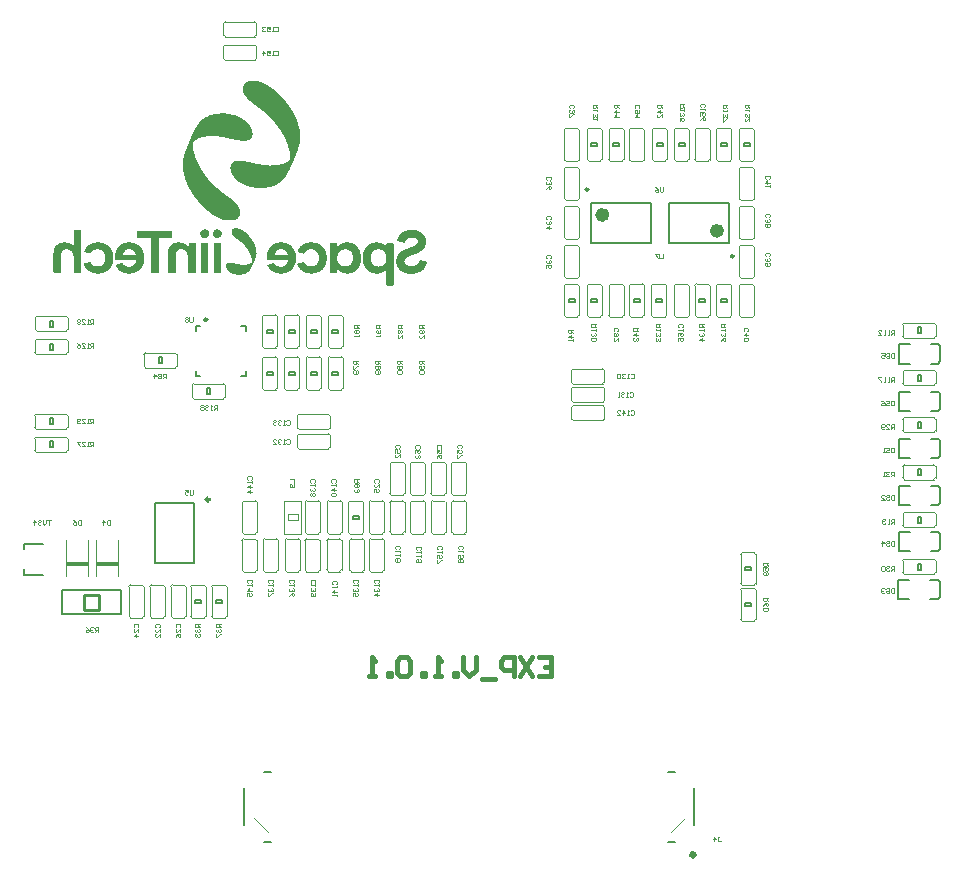
<source format=gbr>
G04*
G04 #@! TF.GenerationSoftware,Altium Limited,Altium Designer,24.1.2 (44)*
G04*
G04 Layer_Color=32896*
%FSLAX44Y44*%
%MOMM*%
G71*
G04*
G04 #@! TF.SameCoordinates,3CF5218A-9FD7-4805-B715-A3E35C90ED60*
G04*
G04*
G04 #@! TF.FilePolarity,Positive*
G04*
G01*
G75*
%ADD10C,0.2540*%
%ADD11C,0.1000*%
%ADD13C,0.2000*%
%ADD16C,0.2500*%
%ADD17C,0.6000*%
%ADD18C,0.5080*%
%ADD19C,0.3000*%
%ADD20C,0.1524*%
%ADD21C,0.1500*%
%ADD22C,0.1270*%
%ADD24C,0.1200*%
%ADD181C,0.4000*%
%ADD182R,1.8660X0.4572*%
G36*
X218729Y646996D02*
X218871Y646961D01*
X219120Y646854D01*
X219688Y646890D01*
X219830Y646854D01*
X220025Y646801D01*
X221215Y646748D01*
X221570Y646712D01*
X221818Y646606D01*
X221996Y646535D01*
X222244Y646464D01*
X222351Y646428D01*
X222812Y646393D01*
X223167Y646357D01*
X223451Y646286D01*
X223842Y646108D01*
X224516Y646073D01*
X224765Y646038D01*
X225013Y645931D01*
X225138Y645842D01*
X225315Y645771D01*
X225830Y645718D01*
X225972Y645683D01*
X226149Y645611D01*
X226398Y645434D01*
X226824Y645398D01*
X227108Y645328D01*
X227161Y645274D01*
X227445Y645097D01*
X228067Y645008D01*
X228209Y644866D01*
X228279Y644830D01*
X228333Y644777D01*
X228848Y644688D01*
X229025Y644617D01*
X229220Y644422D01*
X229451Y644369D01*
X229700Y644333D01*
X229948Y644085D01*
X230197Y644049D01*
X230481Y643978D01*
X230623Y643836D01*
X230747Y643748D01*
X230978Y643694D01*
X231173Y643606D01*
X231262Y643481D01*
X231333Y643446D01*
X231386Y643393D01*
X231617Y643339D01*
X231759Y643304D01*
X231936Y643126D01*
X232114Y643020D01*
X232362Y642949D01*
X232504Y642807D01*
X232753Y642665D01*
X232930Y642594D01*
X233037Y642487D01*
X233427Y642274D01*
X233498Y642239D01*
X233516Y642186D01*
X233605Y642097D01*
X233995Y641884D01*
X234049Y641831D01*
X234244Y641671D01*
X234386Y641635D01*
X234546Y641476D01*
X234741Y641316D01*
X234812Y641280D01*
X234972Y641121D01*
X235007Y641049D01*
X235238Y640925D01*
X235451Y640712D01*
X235522Y640677D01*
X235770Y640428D01*
X236161Y640215D01*
X236214Y640162D01*
X236250Y640091D01*
X236605Y639736D01*
X236640Y639665D01*
X236693Y639647D01*
X236924Y639417D01*
X237013Y639292D01*
X237084Y639257D01*
X237279Y639061D01*
X237315Y638990D01*
X237368Y638937D01*
X237439Y638902D01*
X237599Y638742D01*
X237741Y638493D01*
X237776Y638422D01*
X237847Y638351D01*
X238025Y638103D01*
X238060Y638032D01*
X238113Y637979D01*
X238185Y637943D01*
X238344Y637748D01*
X238380Y637677D01*
X238593Y637464D01*
X238770Y637144D01*
X238930Y636985D01*
X239054Y636647D01*
X239179Y636523D01*
X239250Y636488D01*
X239338Y636363D01*
X239409Y636044D01*
X239534Y635919D01*
X239693Y635724D01*
X239729Y635511D01*
X239800Y635334D01*
X239977Y635156D01*
X240031Y635032D01*
X240084Y634801D01*
X240155Y634624D01*
X240208Y634570D01*
X240368Y634375D01*
X240403Y634020D01*
X240439Y633878D01*
X240528Y633789D01*
X240687Y633594D01*
X240758Y633097D01*
X240794Y632955D01*
X241042Y632423D01*
X241078Y631855D01*
X241113Y631606D01*
X241238Y631304D01*
X241273Y631162D01*
X241309Y630878D01*
X241344Y630736D01*
X241380Y630559D01*
X241362Y629689D01*
X241397Y629440D01*
X241362Y629334D01*
X241380Y629210D01*
X241362Y628943D01*
X241327Y628695D01*
X241220Y628446D01*
X241149Y628269D01*
X241113Y628162D01*
X241078Y627701D01*
X241042Y627559D01*
X240989Y627364D01*
X240829Y627168D01*
X240758Y626991D01*
X240723Y626849D01*
X240687Y626742D01*
X240652Y626671D01*
X240545Y626600D01*
X240421Y626405D01*
X240368Y626174D01*
X240084Y625890D01*
X240048Y625819D01*
X239853Y625624D01*
X239782Y625588D01*
X239640Y625375D01*
X239392Y625233D01*
X239321Y625198D01*
X239214Y625091D01*
X238966Y624949D01*
X238788Y624878D01*
X238646Y624736D01*
X238522Y624648D01*
X238291Y624594D01*
X238043Y624559D01*
X237954Y624470D01*
X237741Y624328D01*
X237474Y624275D01*
X237120Y624239D01*
X236978Y624204D01*
X236587Y624026D01*
X236338Y623991D01*
X236232Y623955D01*
X234776Y623920D01*
X234670Y623884D01*
X232753Y623920D01*
X231652Y623955D01*
X231297Y623991D01*
X231120Y624062D01*
X230978Y624097D01*
X230729Y624133D01*
X230481Y624204D01*
X230374Y624239D01*
X229025Y624310D01*
X228741Y624381D01*
X228421Y624523D01*
X228315Y624559D01*
X227552Y624612D01*
X227037Y624665D01*
X226895Y624701D01*
X226487Y624861D01*
X226345Y624896D01*
X225901Y624949D01*
X225439Y624985D01*
X224960Y625180D01*
X224676Y625251D01*
X223771Y625340D01*
X223593Y625411D01*
X223345Y625553D01*
X223061Y625624D01*
X222493Y625659D01*
X222209Y625731D01*
X221747Y625943D01*
X221215Y625979D01*
X220789Y626050D01*
X220558Y626174D01*
X220380Y626245D01*
X220203Y626281D01*
X219440Y626334D01*
X219209Y626423D01*
X219031Y626494D01*
X218801Y626582D01*
X218694Y626618D01*
X217984Y626654D01*
X217736Y626689D01*
X217593Y626725D01*
X217398Y626813D01*
X217114Y626920D01*
X216937Y626955D01*
X216475Y626991D01*
X216049Y627026D01*
X215605Y627080D01*
X215463Y627115D01*
X215091Y627275D01*
X214913Y627310D01*
X213617Y627364D01*
X213298Y627506D01*
X213049Y627470D01*
X212659Y627648D01*
X211239Y627683D01*
X211132Y627719D01*
X210724Y627701D01*
X210529Y627719D01*
X210369Y627772D01*
X210191Y627843D01*
X209464Y627825D01*
X209321Y627861D01*
X209020Y627949D01*
X208807Y627985D01*
X205097Y627967D01*
X204990Y628003D01*
X204671Y627967D01*
X204440Y627878D01*
X204298Y627843D01*
X203624Y627807D01*
X203428Y627754D01*
X203322Y627719D01*
X202221Y627683D01*
X201760Y627648D01*
X201618Y627612D01*
X201209Y627488D01*
X200783Y627381D01*
X200268Y627328D01*
X199807Y627293D01*
X199275Y627044D01*
X198955Y627009D01*
X198600Y626973D01*
X198458Y626937D01*
X198156Y626778D01*
X197979Y626707D01*
X197677Y626654D01*
X197428Y626618D01*
X197180Y626511D01*
X197091Y626423D01*
X196914Y626352D01*
X196541Y626298D01*
X196363Y626227D01*
X196292Y626157D01*
X196097Y626032D01*
X195724Y625943D01*
X195547Y625872D01*
X195476Y625802D01*
X195280Y625677D01*
X194979Y625624D01*
X194783Y625535D01*
X194748Y625464D01*
X194624Y625340D01*
X194304Y625269D01*
X194162Y625233D01*
X193949Y625020D01*
X193559Y624878D01*
X193417Y624736D01*
X193168Y624594D01*
X193026Y624559D01*
X192973Y624506D01*
X192884Y624381D01*
X192760Y624293D01*
X192494Y624239D01*
X192245Y623991D01*
X192068Y623884D01*
X191890Y623707D01*
X191713Y623600D01*
X191535Y623529D01*
X191429Y623423D01*
X191180Y623245D01*
X191109Y623210D01*
X191020Y623121D01*
X190985Y623050D01*
X190825Y622926D01*
X190754Y622890D01*
X190630Y622731D01*
X190665Y620352D01*
X190701Y620210D01*
X190772Y620032D01*
X190807Y619748D01*
X190843Y619393D01*
X190914Y619145D01*
X190949Y619038D01*
X190985Y617831D01*
X191020Y617583D01*
X191109Y617388D01*
X191180Y617210D01*
X191215Y617068D01*
X191269Y616624D01*
X191304Y616482D01*
X191340Y615914D01*
X191375Y615666D01*
X191624Y615133D01*
X191659Y614530D01*
X191695Y614281D01*
X191837Y613962D01*
X191961Y613695D01*
X192014Y613110D01*
X192050Y612967D01*
X192121Y612790D01*
X192156Y612719D01*
X192227Y612648D01*
X192281Y612524D01*
X192334Y612187D01*
X192369Y611938D01*
X192476Y611689D01*
X192511Y611618D01*
X192565Y611565D01*
X192636Y611388D01*
X192689Y611015D01*
X192724Y610873D01*
X192795Y610695D01*
X192973Y610376D01*
X193008Y610234D01*
X193044Y609879D01*
X193115Y609701D01*
X193257Y609488D01*
X193310Y609364D01*
X193363Y609098D01*
X193399Y608956D01*
X193488Y608761D01*
X193647Y608565D01*
X193683Y608352D01*
X193718Y608104D01*
X193754Y607962D01*
X193896Y607820D01*
X194002Y607642D01*
X194038Y607500D01*
X194073Y607252D01*
X194144Y607074D01*
X194251Y606968D01*
X194357Y606790D01*
X194464Y606364D01*
X194571Y606258D01*
X194606Y606187D01*
X194677Y606116D01*
X194713Y605903D01*
X194783Y605619D01*
X194837Y605565D01*
X195014Y605352D01*
X195068Y605051D01*
X195103Y604909D01*
X195352Y604660D01*
X195387Y604447D01*
X195458Y604199D01*
X195689Y603968D01*
X195742Y603702D01*
X195777Y603559D01*
X196008Y603329D01*
X196062Y603134D01*
X196133Y602885D01*
X196221Y602796D01*
X196292Y602761D01*
X196381Y602672D01*
X196452Y602352D01*
X196488Y602246D01*
X196523Y602175D01*
X196630Y602104D01*
X196772Y601855D01*
X196843Y601607D01*
X197038Y601412D01*
X197162Y601074D01*
X197233Y601003D01*
X197269Y600932D01*
X197357Y600844D01*
X197446Y600613D01*
X197517Y600435D01*
X197659Y600293D01*
X197766Y600116D01*
X197837Y599867D01*
X198014Y599690D01*
X198227Y599299D01*
X198369Y599157D01*
X198511Y598802D01*
X198564Y598749D01*
X198689Y598660D01*
X198778Y598536D01*
X198831Y598341D01*
X198866Y598199D01*
X199044Y598021D01*
X199186Y597773D01*
X199452Y597506D01*
X199505Y597311D01*
X199576Y597134D01*
X199629Y597080D01*
X199701Y597045D01*
X199914Y596690D01*
X200038Y596601D01*
X200251Y596211D01*
X200357Y596104D01*
X200535Y595785D01*
X200783Y595536D01*
X200925Y595288D01*
X201121Y595092D01*
X201245Y594755D01*
X201387Y594649D01*
X201564Y594400D01*
X201600Y594329D01*
X201653Y594311D01*
X201706Y594258D01*
X201955Y593938D01*
X201990Y593867D01*
X202061Y593832D01*
X202274Y593442D01*
X202310Y593371D01*
X202399Y593317D01*
X202558Y593122D01*
X202594Y593051D01*
X202825Y592820D01*
X202967Y592607D01*
X203091Y592518D01*
X203269Y592270D01*
X203304Y592199D01*
X203482Y592021D01*
X203624Y591773D01*
X203801Y591595D01*
X203908Y591418D01*
X204227Y591098D01*
X204263Y591027D01*
X204458Y590832D01*
X204529Y590797D01*
X204582Y590708D01*
X204618Y590637D01*
X204902Y590353D01*
X204937Y590282D01*
X205097Y590122D01*
X205168Y590087D01*
X205328Y589785D01*
X205487Y589625D01*
X205647Y589430D01*
X205736Y589305D01*
X205807Y589270D01*
X206002Y589075D01*
X206091Y588951D01*
X206162Y588915D01*
X206322Y588649D01*
X206446Y588525D01*
X206517Y588489D01*
X206606Y588400D01*
X206641Y588329D01*
X206765Y588205D01*
X206836Y588170D01*
X206961Y588045D01*
X206996Y587974D01*
X207120Y587850D01*
X207191Y587814D01*
X207316Y587690D01*
X207351Y587619D01*
X207475Y587495D01*
X207546Y587459D01*
X207635Y587371D01*
X207671Y587300D01*
X207795Y587175D01*
X207866Y587140D01*
X207990Y587016D01*
X208026Y586945D01*
X208150Y586820D01*
X208221Y586785D01*
X208345Y586661D01*
X208381Y586590D01*
X208470Y586501D01*
X208540Y586465D01*
X208665Y586341D01*
X208700Y586270D01*
X208825Y586146D01*
X208895Y586110D01*
X209020Y585986D01*
X209055Y585915D01*
X209179Y585791D01*
X209251Y585755D01*
X209339Y585667D01*
X209375Y585596D01*
X209499Y585471D01*
X209570Y585436D01*
X209694Y585312D01*
X209730Y585241D01*
X209818Y585152D01*
X210120Y584957D01*
X210156Y584885D01*
X210209Y584868D01*
X210475Y584602D01*
X210511Y584530D01*
X210564Y584513D01*
X210795Y584282D01*
X210830Y584211D01*
X210937Y584140D01*
X211292Y583963D01*
X211327Y583891D01*
X211558Y583661D01*
X211629Y583625D01*
X211718Y583501D01*
X212002Y583324D01*
X212037Y583252D01*
X212233Y583057D01*
X212304Y583022D01*
X212463Y582862D01*
X212499Y582791D01*
X212552Y582773D01*
X212623Y582702D01*
X212694Y582667D01*
X212907Y582454D01*
X213085Y582347D01*
X213174Y582258D01*
X213369Y582099D01*
X213617Y581957D01*
X213795Y581779D01*
X213972Y581673D01*
X214132Y581513D01*
X214167Y581442D01*
X214292Y581353D01*
X214363Y581318D01*
X214647Y581034D01*
X214718Y580998D01*
X214895Y580927D01*
X215037Y580785D01*
X215108Y580750D01*
X215179Y580679D01*
X215321Y580643D01*
X215570Y580395D01*
X215747Y580288D01*
X215925Y580075D01*
X216102Y579968D01*
X216280Y579897D01*
X216422Y579756D01*
X216741Y579578D01*
X216795Y579525D01*
X216883Y579400D01*
X217132Y579258D01*
X217380Y579010D01*
X217505Y578957D01*
X217736Y578904D01*
X217878Y578726D01*
X218197Y578548D01*
X218286Y578460D01*
X218321Y578389D01*
X218694Y578193D01*
X218765Y578158D01*
X218871Y578051D01*
X219120Y577909D01*
X219280Y577750D01*
X219315Y577679D01*
X219546Y577554D01*
X219724Y577483D01*
X219830Y577377D01*
X220150Y577199D01*
X220203Y577146D01*
X220238Y577075D01*
X220327Y576986D01*
X220576Y576844D01*
X220753Y576667D01*
X221073Y576489D01*
X221144Y576454D01*
X221286Y576312D01*
X221463Y576205D01*
X221712Y575957D01*
X221889Y575850D01*
X221978Y575762D01*
X222067Y575637D01*
X222386Y575460D01*
X222564Y575282D01*
X222812Y575140D01*
X222883Y575105D01*
X222901Y575051D01*
X223096Y574892D01*
X223167Y574856D01*
X223363Y574661D01*
X223398Y574590D01*
X223487Y574537D01*
X223558Y574501D01*
X223717Y574342D01*
X223753Y574271D01*
X223877Y574182D01*
X223948Y574146D01*
X224197Y573898D01*
X224268Y573862D01*
X224516Y573614D01*
X224836Y573436D01*
X225084Y573188D01*
X225262Y573081D01*
X225333Y573010D01*
X225404Y572975D01*
X225528Y572850D01*
X225670Y572602D01*
X225830Y572442D01*
X225901Y572407D01*
X226025Y572282D01*
X226061Y572211D01*
X226114Y572158D01*
X226185Y572123D01*
X226380Y571927D01*
X226416Y571856D01*
X226469Y571803D01*
X226540Y571768D01*
X226735Y571572D01*
X226771Y571501D01*
X226824Y571448D01*
X226895Y571413D01*
X227019Y571288D01*
X227055Y571217D01*
X227303Y570969D01*
X227570Y570525D01*
X227640Y570490D01*
X227800Y570259D01*
X227836Y570188D01*
X227960Y570099D01*
X228120Y569904D01*
X228155Y569833D01*
X228244Y569744D01*
X228315Y569709D01*
X228368Y569655D01*
X228510Y569407D01*
X228652Y569265D01*
X228865Y568874D01*
X228918Y568821D01*
X229078Y568626D01*
X229114Y568555D01*
X229220Y568306D01*
X229327Y568200D01*
X229469Y567951D01*
X229540Y567774D01*
X229629Y567685D01*
X229700Y567649D01*
X229771Y567507D01*
X229824Y567206D01*
X229859Y567064D01*
X230055Y566868D01*
X230179Y566531D01*
X230250Y566354D01*
X230374Y566229D01*
X230445Y566052D01*
X230498Y565644D01*
X230534Y565502D01*
X230587Y565342D01*
X230729Y565129D01*
X230800Y564951D01*
X230836Y564774D01*
X230889Y563336D01*
X230853Y561809D01*
X230818Y561561D01*
X230729Y561330D01*
X230552Y561046D01*
X230463Y560531D01*
X230427Y560389D01*
X230232Y560194D01*
X230072Y559750D01*
X229930Y559608D01*
X229753Y559289D01*
X229469Y559005D01*
X229433Y558934D01*
X228741Y558241D01*
X228670Y558206D01*
X228386Y557922D01*
X228137Y557780D01*
X227978Y557585D01*
X227800Y557514D01*
X227605Y557460D01*
X227321Y557176D01*
X227108Y557141D01*
X226859Y557105D01*
X226700Y557017D01*
X226416Y556839D01*
X226203Y556804D01*
X225972Y556750D01*
X225581Y556573D01*
X225404Y556537D01*
X225297Y556502D01*
X222812Y556466D01*
X218943Y556502D01*
X218481Y556537D01*
X218339Y556573D01*
X218108Y556661D01*
X217913Y556715D01*
X217806Y556750D01*
X217309Y556786D01*
X217167Y556821D01*
X216919Y556857D01*
X216528Y557105D01*
X216244Y557141D01*
X215747Y557212D01*
X215481Y557372D01*
X215304Y557443D01*
X214966Y557496D01*
X214789Y557567D01*
X214469Y557815D01*
X214114Y557851D01*
X213866Y557922D01*
X213795Y557993D01*
X213599Y558117D01*
X213369Y558206D01*
X213191Y558277D01*
X213085Y558383D01*
X212889Y558508D01*
X212694Y558561D01*
X212517Y558632D01*
X212463Y558685D01*
X212268Y558845D01*
X212126Y558880D01*
X211878Y558951D01*
X211718Y559111D01*
X211487Y559200D01*
X211239Y559235D01*
X211008Y559466D01*
X210830Y559537D01*
X210635Y559590D01*
X210493Y559733D01*
X210369Y559821D01*
X210138Y559910D01*
X209960Y559981D01*
X209890Y560052D01*
X209818Y560088D01*
X209765Y560141D01*
X209534Y560229D01*
X209446Y560318D01*
X209357Y560443D01*
X209037Y560620D01*
X208967Y560656D01*
X208860Y560762D01*
X208682Y560868D01*
X208505Y560939D01*
X208327Y561117D01*
X208203Y561206D01*
X207972Y561295D01*
X207866Y561401D01*
X207475Y561614D01*
X207316Y561774D01*
X207280Y561845D01*
X207014Y561969D01*
X206872Y562111D01*
X206481Y562324D01*
X206357Y562448D01*
X206322Y562519D01*
X206091Y562644D01*
X206002Y562732D01*
X205967Y562803D01*
X205913Y562857D01*
X205612Y563052D01*
X205416Y563212D01*
X205274Y563247D01*
X205257Y563265D01*
X205061Y563354D01*
X205008Y563442D01*
X204813Y563602D01*
X204742Y563638D01*
X204653Y563726D01*
X204618Y563797D01*
X204529Y563886D01*
X204280Y564028D01*
X204174Y564135D01*
X203925Y564312D01*
X203854Y564348D01*
X203677Y564525D01*
X203428Y564667D01*
X203304Y564791D01*
X203269Y564863D01*
X203197Y564934D01*
X202984Y565075D01*
X202949Y565146D01*
X202789Y565306D01*
X202718Y565342D01*
X202399Y565661D01*
X202328Y565697D01*
X202239Y565785D01*
X202203Y565857D01*
X202150Y565910D01*
X201902Y566052D01*
X201831Y566087D01*
X201511Y566407D01*
X201440Y566442D01*
X201334Y566549D01*
X201014Y566726D01*
X200890Y566851D01*
X200854Y566922D01*
X200801Y566975D01*
X200730Y567010D01*
X200535Y567206D01*
X200499Y567277D01*
X200446Y567330D01*
X200375Y567365D01*
X200056Y567685D01*
X199984Y567720D01*
X199896Y567809D01*
X199807Y567933D01*
X199736Y567969D01*
X199665Y568040D01*
X199594Y568075D01*
X199576Y568129D01*
X199310Y568395D01*
X199239Y568430D01*
X199221Y568484D01*
X199115Y568590D01*
X199079Y568661D01*
X199026Y568679D01*
X198280Y569425D01*
X198209Y569460D01*
X198192Y569513D01*
X198121Y569584D01*
X198085Y569655D01*
X198032Y569673D01*
X197961Y569744D01*
X197890Y569780D01*
X197801Y569904D01*
X197766Y569975D01*
X197677Y570064D01*
X197606Y570099D01*
X197553Y570152D01*
X197517Y570223D01*
X197446Y570294D01*
X197411Y570365D01*
X197357Y570383D01*
X197127Y570614D01*
X197091Y570685D01*
X197038Y570738D01*
X196967Y570774D01*
X196807Y570933D01*
X196772Y571004D01*
X196647Y571129D01*
X196576Y571164D01*
X196523Y571217D01*
X196381Y571466D01*
X196346Y571537D01*
X196239Y571643D01*
X196204Y571714D01*
X196133Y571785D01*
X196097Y571856D01*
X195973Y571981D01*
X195795Y572194D01*
X195653Y572407D01*
X195582Y572442D01*
X195529Y572495D01*
X195494Y572566D01*
X195422Y572637D01*
X195387Y572708D01*
X195334Y572762D01*
X195263Y572797D01*
X195138Y572921D01*
X195103Y572992D01*
X194819Y573276D01*
X194783Y573347D01*
X194588Y573543D01*
X194517Y573578D01*
X194499Y573631D01*
X194322Y573880D01*
X194286Y573951D01*
X194144Y574093D01*
X194002Y574342D01*
X193825Y574519D01*
X193718Y574697D01*
X193594Y574821D01*
X193470Y574910D01*
X193363Y575087D01*
X193239Y575211D01*
X193079Y575406D01*
X192937Y575762D01*
X192831Y575868D01*
X192724Y576046D01*
X192494Y576276D01*
X192334Y576472D01*
X192298Y576543D01*
X192121Y576720D01*
X192014Y576898D01*
X191943Y577075D01*
X191801Y577217D01*
X191659Y577466D01*
X191411Y577714D01*
X191304Y577892D01*
X191233Y578069D01*
X191162Y578140D01*
X190949Y578531D01*
X190772Y578708D01*
X190736Y578779D01*
X190683Y578833D01*
X190594Y579063D01*
X190452Y579205D01*
X190275Y579525D01*
X189991Y579809D01*
X189955Y579986D01*
X189884Y580164D01*
X189849Y580235D01*
X189795Y580252D01*
X189671Y580412D01*
X189529Y580767D01*
X189423Y580874D01*
X189316Y581051D01*
X189245Y581229D01*
X189068Y581406D01*
X188979Y581531D01*
X188926Y581761D01*
X188890Y581903D01*
X188713Y582081D01*
X188500Y582471D01*
X188464Y582542D01*
X188322Y582684D01*
X188287Y582826D01*
X188180Y583075D01*
X188003Y583252D01*
X187896Y583536D01*
X187825Y583714D01*
X187790Y583785D01*
X187648Y583927D01*
X187541Y584353D01*
X187452Y584442D01*
X187275Y584655D01*
X187222Y584921D01*
X187151Y585099D01*
X187044Y585205D01*
X186955Y585329D01*
X186902Y585560D01*
X186867Y585702D01*
X186742Y585826D01*
X186583Y586022D01*
X186547Y586235D01*
X186476Y586483D01*
X186263Y586803D01*
X186192Y587122D01*
X186157Y587264D01*
X185979Y587442D01*
X185890Y587566D01*
X185837Y587868D01*
X185802Y588010D01*
X185588Y588329D01*
X185553Y588613D01*
X185482Y588897D01*
X185233Y589252D01*
X185127Y589678D01*
X185056Y589856D01*
X184896Y590158D01*
X184843Y590459D01*
X184807Y590601D01*
X184736Y590779D01*
X184612Y590903D01*
X184541Y591081D01*
X184488Y591489D01*
X184417Y591737D01*
X184293Y591968D01*
X184222Y592146D01*
X184168Y592448D01*
X184133Y592589D01*
X183849Y593193D01*
X183813Y593726D01*
X183778Y593867D01*
X183636Y594187D01*
X183600Y594258D01*
X183529Y594436D01*
X183494Y594933D01*
X183458Y595181D01*
X183352Y595430D01*
X183174Y595749D01*
X183139Y596282D01*
X183086Y596761D01*
X183050Y596938D01*
X183015Y597080D01*
X182890Y597418D01*
X182855Y597524D01*
X182819Y598199D01*
X182784Y598554D01*
X182695Y598856D01*
X182642Y599086D01*
X182606Y599228D01*
X182535Y599406D01*
X182500Y599903D01*
X182464Y600009D01*
X182429Y602281D01*
X182393Y602424D01*
X182358Y602530D01*
X182322Y602850D01*
X182358Y602956D01*
X182340Y604429D01*
X182376Y605033D01*
X182411Y605210D01*
X182447Y606382D01*
X182500Y607820D01*
X182589Y608015D01*
X182660Y608192D01*
X182695Y608370D01*
X182731Y608583D01*
X182802Y609045D01*
X182855Y609595D01*
X183103Y610127D01*
X183139Y610553D01*
X183174Y610802D01*
X183281Y611050D01*
X183316Y611121D01*
X183370Y611175D01*
X183441Y611352D01*
X183476Y611565D01*
X183512Y611885D01*
X183565Y612116D01*
X183742Y612399D01*
X183849Y612896D01*
X183884Y613039D01*
X184133Y613429D01*
X184204Y614033D01*
X184435Y614476D01*
X184470Y614618D01*
X184506Y614796D01*
X184559Y615027D01*
X184807Y615382D01*
X184879Y615914D01*
X184914Y616056D01*
X184985Y616127D01*
X185021Y616198D01*
X185074Y616251D01*
X185163Y616482D01*
X185198Y616731D01*
X185233Y616873D01*
X185305Y617050D01*
X185429Y617174D01*
X185500Y617352D01*
X185553Y617618D01*
X185588Y617867D01*
X185677Y618027D01*
X185837Y618222D01*
X185872Y618648D01*
X185908Y618790D01*
X186050Y618932D01*
X186192Y619180D01*
X186227Y619322D01*
X186263Y619571D01*
X186423Y619837D01*
X186511Y620068D01*
X186618Y620494D01*
X186689Y620565D01*
X186725Y620636D01*
X186778Y620689D01*
X186867Y620920D01*
X186902Y621169D01*
X187044Y621488D01*
X187168Y621683D01*
X187222Y621985D01*
X187293Y622234D01*
X187488Y622429D01*
X187577Y622802D01*
X187612Y622944D01*
X187719Y623121D01*
X187843Y623316D01*
X187896Y623512D01*
X187932Y623760D01*
X188003Y623938D01*
X188145Y624080D01*
X188198Y624204D01*
X188251Y624470D01*
X188287Y624612D01*
X188358Y624790D01*
X188464Y624896D01*
X188553Y625020D01*
X188606Y625251D01*
X188642Y625500D01*
X188855Y625713D01*
X188890Y625784D01*
X188926Y625926D01*
X188961Y626174D01*
X189050Y626334D01*
X189121Y626370D01*
X189174Y626458D01*
X189227Y626582D01*
X189281Y626884D01*
X189352Y627062D01*
X189458Y627168D01*
X189547Y627293D01*
X189636Y627665D01*
X189707Y627843D01*
X189760Y627896D01*
X189920Y628091D01*
X189955Y628269D01*
X190026Y628553D01*
X190168Y628695D01*
X190257Y628819D01*
X190310Y629085D01*
X190381Y629263D01*
X190434Y629316D01*
X190576Y629529D01*
X190630Y629760D01*
X190701Y630044D01*
X190754Y630097D01*
X190896Y630310D01*
X190985Y630541D01*
X191109Y630772D01*
X191269Y630967D01*
X191304Y631109D01*
X191375Y631357D01*
X191429Y631411D01*
X191500Y631446D01*
X191624Y631606D01*
X191659Y631783D01*
X191695Y631926D01*
X191730Y632032D01*
X191766Y632103D01*
X191908Y632245D01*
X191979Y632423D01*
X192050Y632707D01*
X192139Y632795D01*
X192316Y633008D01*
X192369Y633275D01*
X192405Y633417D01*
X192582Y633594D01*
X192653Y633772D01*
X192689Y633914D01*
X192778Y634109D01*
X192849Y634144D01*
X193008Y634304D01*
X193044Y634588D01*
X193115Y634766D01*
X193168Y634783D01*
X193221Y634837D01*
X193310Y634961D01*
X193399Y635334D01*
X193559Y635494D01*
X193630Y635529D01*
X193665Y635600D01*
X193736Y635778D01*
X193789Y635973D01*
X193967Y636150D01*
X194144Y636470D01*
X194180Y636541D01*
X194251Y636612D01*
X194464Y637002D01*
X194606Y637144D01*
X194783Y637464D01*
X194837Y637517D01*
X194908Y637553D01*
X194961Y637606D01*
X195138Y637925D01*
X195280Y638067D01*
X195458Y638387D01*
X195582Y638511D01*
X195653Y638547D01*
X195742Y638671D01*
X195777Y638742D01*
X195973Y638937D01*
X196044Y638973D01*
X196097Y639061D01*
X196133Y639132D01*
X196346Y639345D01*
X196381Y639417D01*
X196576Y639612D01*
X196647Y639647D01*
X196701Y639700D01*
X196736Y639771D01*
X196985Y640020D01*
X197162Y640268D01*
X197198Y640340D01*
X197322Y640464D01*
X197570Y640606D01*
X197695Y640730D01*
X197783Y640854D01*
X197854Y640890D01*
X197925Y640961D01*
X197996Y640996D01*
X198085Y641085D01*
X198121Y641156D01*
X198245Y641280D01*
X198316Y641316D01*
X198369Y641369D01*
X198458Y641493D01*
X198635Y641600D01*
X198955Y641919D01*
X199026Y641955D01*
X199275Y642203D01*
X199594Y642381D01*
X199771Y642558D01*
X199842Y642594D01*
X200109Y642754D01*
X200144Y642825D01*
X200198Y642878D01*
X200446Y643020D01*
X200606Y643109D01*
X200641Y643180D01*
X200783Y643322D01*
X200979Y643375D01*
X201156Y643446D01*
X201263Y643552D01*
X201387Y643641D01*
X201582Y643694D01*
X201760Y643765D01*
X201777Y643819D01*
X201831Y643872D01*
X201955Y643961D01*
X202292Y644085D01*
X202505Y644227D01*
X202683Y644333D01*
X202825Y644369D01*
X203073Y644405D01*
X203251Y644582D01*
X203375Y644671D01*
X203570Y644724D01*
X203801Y644813D01*
X204085Y644990D01*
X204458Y645043D01*
X204635Y645115D01*
X204813Y645292D01*
X204937Y645345D01*
X205168Y645398D01*
X205416Y645434D01*
X205594Y645505D01*
X205913Y645683D01*
X206410Y645718D01*
X206552Y645753D01*
X206730Y645860D01*
X206978Y646038D01*
X207546Y646073D01*
X207688Y646108D01*
X207937Y646144D01*
X208256Y646286D01*
X208434Y646357D01*
X208931Y646393D01*
X209286Y646428D01*
X209481Y646481D01*
X209712Y646535D01*
X209890Y646606D01*
X210085Y646694D01*
X210262Y646730D01*
X211949Y646783D01*
X212091Y646819D01*
X212268Y646890D01*
X212907Y646854D01*
X213156Y646961D01*
X214718Y646996D01*
X214824Y647032D01*
X218729Y646996D01*
D02*
G37*
G36*
X242942Y674688D02*
X243386Y674705D01*
X243936Y674688D01*
X244397Y674652D01*
X244752Y674546D01*
X244894Y674510D01*
X245249Y674404D01*
X245356Y674368D01*
X245995Y674333D01*
X246279Y674261D01*
X246528Y674155D01*
X246705Y674084D01*
X246812Y674048D01*
X247273Y674013D01*
X247415Y673978D01*
X247593Y673906D01*
X247663Y673836D01*
X247912Y673693D01*
X248622Y673623D01*
X248977Y673374D01*
X249261Y673338D01*
X249545Y673268D01*
X249740Y673072D01*
X249971Y672983D01*
X250326Y672948D01*
X250575Y672770D01*
X250752Y672664D01*
X251107Y672558D01*
X251214Y672451D01*
X251462Y672309D01*
X251711Y672273D01*
X251888Y672202D01*
X252066Y672025D01*
X252421Y671883D01*
X252527Y671776D01*
X252598Y671741D01*
X252652Y671688D01*
X252882Y671599D01*
X253024Y671563D01*
X253237Y671421D01*
X253415Y671315D01*
X253592Y671244D01*
X253646Y671191D01*
X253681Y671120D01*
X253788Y671013D01*
X253965Y670942D01*
X254160Y670889D01*
X254373Y670676D01*
X254622Y670534D01*
X254728Y670427D01*
X254977Y670285D01*
X255119Y670250D01*
X255314Y670161D01*
X255350Y670090D01*
X255403Y670037D01*
X255723Y669859D01*
X255865Y669717D01*
X255989Y669629D01*
X256220Y669540D01*
X256379Y669380D01*
X256415Y669309D01*
X256681Y669149D01*
X256752Y669114D01*
X256823Y669043D01*
X257071Y668901D01*
X257249Y668830D01*
X257356Y668723D01*
X257604Y668546D01*
X257675Y668510D01*
X257764Y668421D01*
X257799Y668351D01*
X258137Y668120D01*
X258208Y668084D01*
X258225Y668031D01*
X258279Y668013D01*
X258350Y667942D01*
X258598Y667800D01*
X258669Y667765D01*
X258687Y667711D01*
X258776Y667623D01*
X259024Y667481D01*
X259148Y667321D01*
X259344Y667161D01*
X259415Y667126D01*
X259557Y666984D01*
X259947Y666771D01*
X260089Y666629D01*
X260338Y666487D01*
X260427Y666398D01*
X260462Y666327D01*
X260515Y666274D01*
X260693Y666167D01*
X260817Y666043D01*
X260853Y665972D01*
X261012Y665848D01*
X261083Y665812D01*
X261261Y665635D01*
X261509Y665457D01*
X261580Y665422D01*
X261864Y665138D01*
X261935Y665102D01*
X262077Y664960D01*
X262326Y664782D01*
X262397Y664747D01*
X262450Y664694D01*
X262486Y664623D01*
X262841Y664268D01*
X263036Y664108D01*
X263107Y664072D01*
X263160Y664019D01*
X263196Y663948D01*
X263355Y663789D01*
X263426Y663753D01*
X263480Y663700D01*
X263515Y663629D01*
X263675Y663469D01*
X263746Y663434D01*
X263835Y663345D01*
X263870Y663274D01*
X264030Y663114D01*
X264101Y663079D01*
X264385Y662794D01*
X264456Y662759D01*
X264580Y662635D01*
X264616Y662564D01*
X264704Y662475D01*
X264776Y662439D01*
X264900Y662315D01*
X264935Y662244D01*
X265024Y662155D01*
X265095Y662120D01*
X265255Y661960D01*
X265290Y661889D01*
X265379Y661800D01*
X265450Y661765D01*
X265574Y661641D01*
X265610Y661570D01*
X265699Y661481D01*
X265770Y661445D01*
X265965Y661250D01*
X266000Y661179D01*
X266213Y660966D01*
X266249Y660895D01*
X266409Y660735D01*
X266480Y660700D01*
X266568Y660611D01*
X266604Y660540D01*
X266764Y660380D01*
X266835Y660345D01*
X266888Y660292D01*
X266923Y660220D01*
X267083Y660061D01*
X267154Y660025D01*
X267207Y659972D01*
X267314Y659794D01*
X267758Y659351D01*
X267829Y659315D01*
X267882Y659262D01*
X268024Y659014D01*
X268521Y658516D01*
X268698Y658197D01*
X268982Y657913D01*
X269018Y657842D01*
X269302Y657558D01*
X269338Y657487D01*
X269408Y657416D01*
X269444Y657345D01*
X269533Y657292D01*
X269692Y657096D01*
X269728Y657025D01*
X269905Y656848D01*
X270047Y656599D01*
X270367Y656138D01*
X270403Y656067D01*
X270456Y656014D01*
X270527Y655978D01*
X270616Y655889D01*
X270722Y655712D01*
X270935Y655499D01*
X271077Y655250D01*
X271184Y655144D01*
X271219Y655073D01*
X271290Y655002D01*
X271432Y654753D01*
X271468Y654682D01*
X271521Y654665D01*
X271645Y654540D01*
X271752Y654363D01*
X271929Y654185D01*
X272053Y653990D01*
X272142Y653759D01*
X272249Y653653D01*
X272426Y653333D01*
X272515Y653244D01*
X272639Y653156D01*
X272817Y652836D01*
X272852Y652765D01*
X272959Y652659D01*
X273136Y652339D01*
X273349Y652126D01*
X273438Y652002D01*
X273491Y651807D01*
X273633Y651665D01*
X273846Y651274D01*
X274041Y651079D01*
X274130Y650848D01*
X274201Y650670D01*
X274237Y650600D01*
X274308Y650564D01*
X274521Y650173D01*
X274627Y650067D01*
X274716Y649943D01*
X274805Y649712D01*
X274840Y649570D01*
X275053Y649357D01*
X275195Y648966D01*
X275426Y648736D01*
X275515Y648505D01*
X275586Y648327D01*
X275763Y648150D01*
X275905Y647759D01*
X276012Y647653D01*
X276047Y647582D01*
X276101Y647529D01*
X276154Y647298D01*
X276225Y647120D01*
X276438Y646907D01*
X276544Y646623D01*
X276580Y646481D01*
X276740Y646322D01*
X276811Y646144D01*
X276864Y645913D01*
X276935Y645736D01*
X277112Y645558D01*
X277166Y645434D01*
X277219Y645132D01*
X277361Y644919D01*
X277485Y644724D01*
X277538Y644493D01*
X277609Y644316D01*
X277716Y644209D01*
X277840Y644014D01*
X277893Y643783D01*
X277929Y643641D01*
X278000Y643464D01*
X278177Y643215D01*
X278213Y642896D01*
X278284Y642647D01*
X278337Y642594D01*
X278515Y642310D01*
X278550Y642168D01*
X278603Y641937D01*
X278781Y641689D01*
X278852Y641511D01*
X278888Y641369D01*
X278923Y641121D01*
X278994Y640943D01*
X279065Y640872D01*
X279100Y640801D01*
X279154Y640748D01*
X279225Y640570D01*
X279278Y640233D01*
X279314Y640091D01*
X279509Y639718D01*
X279562Y639452D01*
X279633Y639026D01*
X279811Y638777D01*
X279917Y638493D01*
X279953Y638138D01*
X279988Y637996D01*
X280148Y637695D01*
X280219Y637517D01*
X280272Y636931D01*
X280414Y636612D01*
X280503Y636488D01*
X280574Y636310D01*
X280627Y635724D01*
X280663Y635476D01*
X280698Y635334D01*
X280876Y634943D01*
X280911Y634730D01*
X280947Y634269D01*
X280982Y634020D01*
X281053Y633772D01*
X281177Y633470D01*
X281231Y633239D01*
X281266Y633133D01*
X281302Y632210D01*
X281337Y631855D01*
X281373Y631748D01*
X281408Y631251D01*
X281479Y631073D01*
X281515Y630505D01*
X281550Y630399D01*
X281586Y624719D01*
X281515Y623760D01*
X281479Y623405D01*
X281390Y623103D01*
X281355Y622890D01*
X281302Y622163D01*
X281266Y621808D01*
X281231Y621559D01*
X281124Y621311D01*
X280982Y621062D01*
X280911Y620281D01*
X280751Y619908D01*
X280680Y619731D01*
X280645Y619589D01*
X280592Y619145D01*
X280450Y618825D01*
X280361Y618701D01*
X280290Y618524D01*
X280254Y618346D01*
X280201Y617902D01*
X280130Y617654D01*
X279953Y617405D01*
X279917Y617050D01*
X279846Y616802D01*
X279775Y616731D01*
X279739Y616660D01*
X279669Y616589D01*
X279580Y616358D01*
X279527Y615985D01*
X279278Y615595D01*
X279242Y615311D01*
X279207Y615169D01*
X279136Y614991D01*
X278976Y614831D01*
X278923Y614636D01*
X278852Y614139D01*
X278674Y613891D01*
X278621Y613766D01*
X278568Y613500D01*
X278497Y613216D01*
X278355Y613003D01*
X278248Y612826D01*
X278213Y612719D01*
X278177Y612364D01*
X278089Y612133D01*
X277929Y611938D01*
X277893Y611760D01*
X277858Y611512D01*
X277822Y611370D01*
X277680Y611228D01*
X277592Y611104D01*
X277503Y610731D01*
X277467Y610589D01*
X277396Y610411D01*
X277308Y610323D01*
X277237Y610145D01*
X277201Y609932D01*
X277148Y609701D01*
X277024Y609577D01*
X276864Y609382D01*
X276828Y609027D01*
X276757Y608778D01*
X276651Y608672D01*
X276509Y608423D01*
X276473Y608210D01*
X276402Y608033D01*
X276349Y607980D01*
X276207Y607766D01*
X276118Y607216D01*
X275870Y606861D01*
X275834Y606613D01*
X275763Y606329D01*
X275568Y606133D01*
X275515Y605938D01*
X275479Y605690D01*
X275408Y605512D01*
X275302Y605441D01*
X275266Y605370D01*
X275213Y605317D01*
X275142Y604926D01*
X275089Y604731D01*
X274947Y604589D01*
X274911Y604518D01*
X274858Y604465D01*
X274805Y604234D01*
X274734Y603986D01*
X274681Y603932D01*
X274538Y603719D01*
X274450Y603346D01*
X274379Y603169D01*
X274308Y603098D01*
X274183Y602903D01*
X274130Y602707D01*
X274059Y602530D01*
X274024Y602459D01*
X273882Y602317D01*
X273811Y602140D01*
X273775Y601891D01*
X273704Y601713D01*
X273598Y601607D01*
X273473Y601412D01*
X273420Y601216D01*
X273331Y600986D01*
X273154Y600702D01*
X273101Y600506D01*
X273065Y600364D01*
X272976Y600205D01*
X272905Y600169D01*
X272817Y600045D01*
X272746Y599867D01*
X272675Y599583D01*
X272515Y599424D01*
X272426Y599193D01*
X272391Y599051D01*
X272355Y598944D01*
X272320Y598873D01*
X272142Y598696D01*
X272071Y598518D01*
X272036Y598376D01*
X271982Y598217D01*
X271823Y598021D01*
X271769Y597897D01*
X271734Y597755D01*
X271681Y597560D01*
X271450Y597329D01*
X271326Y596992D01*
X271219Y596885D01*
X271042Y596566D01*
X270970Y596388D01*
X270864Y596282D01*
X270828Y596211D01*
X270775Y596157D01*
X270686Y595785D01*
X270420Y595518D01*
X270331Y595288D01*
X270243Y595092D01*
X270172Y595057D01*
X270083Y594933D01*
X269977Y594649D01*
X269834Y594436D01*
X269622Y594045D01*
X269586Y593974D01*
X269533Y593956D01*
X269444Y593867D01*
X269266Y593548D01*
X269231Y593477D01*
X269124Y593371D01*
X268982Y593122D01*
X268823Y592962D01*
X268663Y592767D01*
X268627Y592696D01*
X268379Y592448D01*
X268237Y592199D01*
X268130Y592092D01*
X268095Y592021D01*
X268042Y591968D01*
X267953Y591737D01*
X267633Y591418D01*
X267598Y591347D01*
X267545Y591294D01*
X267474Y591258D01*
X267349Y591134D01*
X267314Y591063D01*
X267030Y590779D01*
X266994Y590708D01*
X266835Y590548D01*
X266764Y590513D01*
X266675Y590424D01*
X266639Y590353D01*
X266515Y590229D01*
X266444Y590193D01*
X266196Y589945D01*
X266124Y589909D01*
X265929Y589714D01*
X265894Y589643D01*
X265734Y589519D01*
X265663Y589483D01*
X265450Y589270D01*
X265131Y589092D01*
X265024Y588986D01*
X264776Y588844D01*
X264704Y588809D01*
X264651Y588755D01*
X264616Y588684D01*
X264421Y588525D01*
X264349Y588489D01*
X264101Y588241D01*
X263781Y588063D01*
X263710Y588027D01*
X263639Y587957D01*
X263391Y587814D01*
X263231Y587726D01*
X263196Y587655D01*
X263142Y587601D01*
X263018Y587513D01*
X262681Y587388D01*
X262574Y587282D01*
X262326Y587140D01*
X262184Y587104D01*
X262006Y587033D01*
X261953Y586980D01*
X261758Y586820D01*
X261616Y586785D01*
X261367Y586678D01*
X261296Y586607D01*
X261225Y586572D01*
X261172Y586519D01*
X260977Y586465D01*
X260835Y586430D01*
X260657Y586359D01*
X260604Y586306D01*
X260409Y586146D01*
X260125Y586075D01*
X259894Y585986D01*
X259681Y585844D01*
X259308Y585755D01*
X259166Y585720D01*
X258811Y585471D01*
X258669Y585436D01*
X258314Y585400D01*
X258119Y585347D01*
X257782Y585116D01*
X257356Y585081D01*
X257107Y585045D01*
X256574Y584797D01*
X256468Y584761D01*
X255935Y584726D01*
X255509Y584655D01*
X255225Y584477D01*
X254835Y584442D01*
X254728Y584406D01*
X253983Y584371D01*
X253841Y584335D01*
X253433Y584211D01*
X253291Y584175D01*
X252953Y584122D01*
X252847Y584087D01*
X251640Y584051D01*
X251533Y584016D01*
X250983Y584034D01*
X250717Y584016D01*
X250255Y583980D01*
X250149Y583945D01*
X245942Y583963D01*
X245729Y583998D01*
X245303Y584034D01*
X244681Y584016D01*
X244539Y584051D01*
X243439Y584087D01*
X243190Y584122D01*
X242800Y584300D01*
X242445Y584335D01*
X242338Y584371D01*
X241699Y584406D01*
X241344Y584442D01*
X241060Y584513D01*
X240670Y584690D01*
X240208Y584726D01*
X240066Y584761D01*
X239818Y584797D01*
X239569Y584868D01*
X239179Y585045D01*
X238824Y585081D01*
X238575Y585116D01*
X238433Y585152D01*
X238167Y585312D01*
X237989Y585383D01*
X237546Y585436D01*
X237297Y585471D01*
X236942Y585720D01*
X236587Y585755D01*
X236303Y585826D01*
X236196Y585933D01*
X236001Y586057D01*
X235664Y586110D01*
X235522Y586146D01*
X235344Y586217D01*
X235273Y586288D01*
X235149Y586377D01*
X234741Y586465D01*
X234563Y586536D01*
X234457Y586643D01*
X234279Y586749D01*
X234066Y586785D01*
X233889Y586856D01*
X233818Y586891D01*
X233747Y586962D01*
X233498Y587104D01*
X233214Y587175D01*
X233108Y587282D01*
X232788Y587459D01*
X232646Y587495D01*
X232486Y587548D01*
X232274Y587726D01*
X231936Y587850D01*
X231847Y587939D01*
X231652Y588098D01*
X231510Y588134D01*
X231333Y588205D01*
X231155Y588382D01*
X230978Y588489D01*
X230800Y588560D01*
X230694Y588666D01*
X230569Y588755D01*
X230339Y588844D01*
X230126Y589057D01*
X229806Y589235D01*
X229664Y589376D01*
X229345Y589554D01*
X229132Y589767D01*
X228954Y589874D01*
X228670Y590158D01*
X228599Y590193D01*
X228439Y590353D01*
X228404Y590424D01*
X228315Y590477D01*
X228244Y590513D01*
X227960Y590797D01*
X227889Y590832D01*
X227765Y590956D01*
X227729Y591027D01*
X227605Y591152D01*
X227534Y591187D01*
X227445Y591276D01*
X227410Y591347D01*
X227285Y591471D01*
X227215Y591507D01*
X227090Y591631D01*
X227055Y591702D01*
X226931Y591826D01*
X226859Y591862D01*
X226771Y591950D01*
X226735Y592021D01*
X226575Y592181D01*
X226504Y592217D01*
X226487Y592270D01*
X226416Y592341D01*
X226380Y592412D01*
X226256Y592536D01*
X226185Y592572D01*
X226096Y592696D01*
X226061Y592767D01*
X225901Y592927D01*
X225741Y593122D01*
X225706Y593193D01*
X225475Y593424D01*
X225386Y593655D01*
X225315Y593832D01*
X225262Y593850D01*
X225138Y593974D01*
X224996Y594222D01*
X224960Y594294D01*
X224854Y594365D01*
X224765Y594489D01*
X224712Y594684D01*
X224676Y594826D01*
X224499Y595004D01*
X224410Y595128D01*
X224356Y595323D01*
X224286Y595501D01*
X224108Y595678D01*
X224055Y595802D01*
X224002Y596033D01*
X223930Y596211D01*
X223753Y596388D01*
X223682Y596708D01*
X223647Y596956D01*
X223575Y597027D01*
X223398Y597276D01*
X223363Y597489D01*
X223327Y597737D01*
X223291Y597879D01*
X223221Y598057D01*
X223167Y598110D01*
X223061Y598323D01*
X223008Y598731D01*
X222972Y599193D01*
X222901Y599441D01*
X222759Y599761D01*
X222724Y600400D01*
X222688Y600506D01*
X222652Y601394D01*
X222688Y601500D01*
X222724Y602317D01*
X222848Y602619D01*
X222919Y602796D01*
X223008Y603204D01*
X223043Y603453D01*
X223078Y603595D01*
X223256Y603843D01*
X223327Y604021D01*
X223398Y604305D01*
X223522Y604429D01*
X223753Y604767D01*
X223789Y604838D01*
X223842Y604855D01*
X223930Y604944D01*
X223966Y605015D01*
X224445Y605494D01*
X224516Y605530D01*
X224587Y605601D01*
X224658Y605636D01*
X224676Y605690D01*
X224765Y605778D01*
X225084Y605956D01*
X225138Y606009D01*
X225333Y606169D01*
X225546Y606204D01*
X225723Y606275D01*
X225794Y606346D01*
X226043Y606524D01*
X226469Y606559D01*
X226717Y606631D01*
X226806Y606719D01*
X226984Y606790D01*
X227161Y606826D01*
X227374Y606861D01*
X228351Y606914D01*
X228706Y606950D01*
X228883Y607021D01*
X230942Y607057D01*
X231244Y606968D01*
X231386Y606932D01*
X232859Y606879D01*
X233427Y606843D01*
X233605Y606772D01*
X233924Y606737D01*
X234066Y606702D01*
X234315Y606595D01*
X235131Y606559D01*
X235273Y606524D01*
X235735Y606488D01*
X236019Y606417D01*
X236409Y606240D01*
X237084Y606204D01*
X237439Y606169D01*
X237581Y606133D01*
X237776Y606045D01*
X238060Y605938D01*
X238273Y605903D01*
X238966Y605849D01*
X239392Y605743D01*
X239782Y605565D01*
X240350Y605530D01*
X240492Y605494D01*
X240741Y605459D01*
X241273Y605210D01*
X241877Y605175D01*
X242125Y605139D01*
X242303Y605068D01*
X242463Y604980D01*
X242640Y604909D01*
X242977Y604855D01*
X243439Y604820D01*
X243581Y604784D01*
X243829Y604713D01*
X244060Y604625D01*
X244238Y604554D01*
X244610Y604500D01*
X245072Y604465D01*
X245356Y604394D01*
X245516Y604341D01*
X245800Y604234D01*
X246101Y604181D01*
X246457Y604145D01*
X246918Y604110D01*
X247167Y604074D01*
X247628Y603861D01*
X248303Y603826D01*
X248782Y603773D01*
X249155Y603719D01*
X249297Y603684D01*
X249527Y603595D01*
X249705Y603524D01*
X250788Y603471D01*
X251036Y603435D01*
X251391Y603400D01*
X251533Y603364D01*
X251640Y603329D01*
X251959Y603293D01*
X252101Y603258D01*
X252208Y603222D01*
X252492Y603187D01*
X252598Y603151D01*
X252634Y603187D01*
X252900Y603169D01*
X253965Y603134D01*
X254835Y603080D01*
X254941Y603116D01*
X255403Y603080D01*
X255545Y603045D01*
X255740Y602991D01*
X255953Y602956D01*
X258030Y602974D01*
X258492Y602938D01*
X258634Y602974D01*
X258811Y603045D01*
X259415Y603080D01*
X259521Y603116D01*
X259592Y603080D01*
X260000Y603098D01*
X260320Y603134D01*
X261101Y603169D01*
X261580Y603222D01*
X261829Y603258D01*
X261971Y603293D01*
X262273Y603382D01*
X262486Y603418D01*
X263213Y603471D01*
X263462Y603506D01*
X263817Y603542D01*
X263994Y603613D01*
X264314Y603755D01*
X264421Y603790D01*
X264953Y603826D01*
X265237Y603897D01*
X265450Y604039D01*
X265574Y604092D01*
X265840Y604145D01*
X266196Y604181D01*
X266391Y604234D01*
X266728Y604465D01*
X267048Y604500D01*
X267296Y604536D01*
X267651Y604784D01*
X267935Y604855D01*
X268184Y604891D01*
X268272Y604980D01*
X268468Y605139D01*
X268752Y605175D01*
X269000Y605246D01*
X269142Y605388D01*
X269266Y605477D01*
X269497Y605530D01*
X269639Y605565D01*
X269781Y605707D01*
X270030Y605849D01*
X270278Y605920D01*
X270491Y606133D01*
X270882Y606275D01*
X271024Y606417D01*
X271343Y606595D01*
X271521Y606772D01*
X271698Y606879D01*
X271947Y606950D01*
X272000Y607003D01*
X272036Y607074D01*
X272089Y607127D01*
X272337Y607270D01*
X272391Y607323D01*
X272426Y607394D01*
X272515Y607482D01*
X272692Y607589D01*
X272905Y607802D01*
X273225Y607980D01*
X273296Y608015D01*
X273385Y608139D01*
X273420Y610163D01*
X273314Y610411D01*
X273278Y610624D01*
X273314Y610873D01*
X273278Y611015D01*
X273189Y611317D01*
X273154Y611530D01*
X273172Y611760D01*
X273136Y611867D01*
X273065Y613181D01*
X273030Y613322D01*
X272976Y613482D01*
X272852Y613820D01*
X272817Y613926D01*
X272781Y614530D01*
X272710Y615027D01*
X272621Y615222D01*
X272515Y615506D01*
X272479Y615683D01*
X272426Y616305D01*
X272266Y616678D01*
X272142Y617015D01*
X272107Y617157D01*
X272071Y617725D01*
X271876Y618169D01*
X271787Y618399D01*
X271752Y618541D01*
X271716Y618896D01*
X271663Y619092D01*
X271521Y619305D01*
X271450Y619482D01*
X271397Y619819D01*
X271326Y620103D01*
X271184Y620316D01*
X271095Y620547D01*
X271042Y620956D01*
X270970Y621133D01*
X270900Y621204D01*
X270758Y621452D01*
X270722Y621772D01*
X270686Y621914D01*
X270616Y622091D01*
X270580Y622163D01*
X270473Y622269D01*
X270420Y622393D01*
X270385Y622571D01*
X270331Y622802D01*
X270083Y623192D01*
X270047Y623441D01*
X270012Y623583D01*
X269941Y623760D01*
X269834Y623867D01*
X269746Y623991D01*
X269692Y624257D01*
X269622Y624506D01*
X269568Y624559D01*
X269408Y624754D01*
X269373Y624967D01*
X269302Y625251D01*
X269195Y625358D01*
X269053Y625606D01*
Y625642D01*
X269036Y625695D01*
X268982Y625926D01*
X268894Y626015D01*
X268734Y626210D01*
X268627Y626636D01*
X268485Y626778D01*
X268397Y626902D01*
X268308Y627275D01*
X268166Y627417D01*
X268042Y627612D01*
X268006Y627754D01*
X267953Y627985D01*
X267811Y628127D01*
X267722Y628251D01*
X267669Y628446D01*
X267598Y628624D01*
X267349Y628872D01*
X267314Y629085D01*
X267278Y629227D01*
X267012Y629494D01*
X266923Y629866D01*
X266693Y630097D01*
X266568Y630434D01*
X266462Y630541D01*
X266320Y630789D01*
X266249Y630967D01*
X266213Y631038D01*
X266160Y631091D01*
X266089Y631127D01*
X266018Y631233D01*
X265929Y631464D01*
X265858Y631642D01*
X265805Y631659D01*
X265752Y631712D01*
X265663Y631837D01*
X265574Y632067D01*
X265361Y632281D01*
X265219Y632671D01*
X265166Y632724D01*
X265095Y632760D01*
X265042Y632813D01*
X264864Y633133D01*
X264829Y633204D01*
X264722Y633310D01*
X264616Y633488D01*
X264545Y633665D01*
X264296Y633914D01*
X264261Y633985D01*
X264190Y634162D01*
X264083Y634269D01*
X264048Y634340D01*
X263977Y634411D01*
X263941Y634482D01*
X263870Y634659D01*
X263657Y634872D01*
X263515Y635121D01*
X263338Y635298D01*
X263196Y635547D01*
X263107Y635706D01*
X263036Y635742D01*
X262983Y635831D01*
X262841Y636079D01*
X262663Y636257D01*
X262486Y636505D01*
X262450Y636576D01*
X262344Y636647D01*
X262308Y636718D01*
X262255Y636772D01*
X262166Y637002D01*
X261953Y637215D01*
X261811Y637464D01*
X261687Y637553D01*
X261527Y637748D01*
X261492Y637819D01*
X261403Y637908D01*
X261332Y637943D01*
X261278Y637996D01*
X261136Y638245D01*
X260959Y638422D01*
X260781Y638742D01*
X260604Y638919D01*
X260497Y639097D01*
X260373Y639221D01*
X260302Y639257D01*
X260178Y639417D01*
X260142Y639487D01*
X260018Y639612D01*
X259947Y639647D01*
X259894Y639700D01*
X259752Y639949D01*
X259503Y640198D01*
X259468Y640268D01*
X259219Y640517D01*
X259077Y640766D01*
X259042Y640836D01*
X258989Y640854D01*
X258722Y641121D01*
X258687Y641191D01*
X258634Y641209D01*
X258580Y641263D01*
X258438Y641511D01*
X258385Y641564D01*
X258314Y641600D01*
X258119Y641795D01*
X258083Y641866D01*
X258030Y641919D01*
X257959Y641955D01*
X257764Y642150D01*
X257728Y642221D01*
X257480Y642470D01*
X257444Y642541D01*
X257356Y642629D01*
X257285Y642665D01*
X257125Y642825D01*
X257089Y642896D01*
X257001Y642984D01*
X256929Y643020D01*
X256770Y643180D01*
X256734Y643251D01*
X256681Y643304D01*
X256610Y643339D01*
X256450Y643499D01*
X256415Y643570D01*
X256326Y643659D01*
X256255Y643694D01*
X256095Y643854D01*
X256060Y643925D01*
X256007Y643978D01*
X255935Y644014D01*
X255776Y644174D01*
X255740Y644245D01*
X255651Y644333D01*
X255581Y644369D01*
X255421Y644529D01*
X255385Y644600D01*
X255296Y644688D01*
X255225Y644724D01*
X255066Y644884D01*
X255030Y644955D01*
X254977Y645008D01*
X254906Y645043D01*
X254746Y645203D01*
X254711Y645274D01*
X254622Y645363D01*
X254551Y645398D01*
X254391Y645558D01*
X254356Y645629D01*
X254196Y645753D01*
X254125Y645789D01*
X254036Y645878D01*
X254001Y645949D01*
X253947Y646002D01*
X253876Y646038D01*
X253681Y646233D01*
X253646Y646304D01*
X253592Y646357D01*
X253521Y646393D01*
X253326Y646588D01*
X253291Y646659D01*
X253095Y646783D01*
X253024Y646819D01*
X252776Y647067D01*
X252705Y647103D01*
X252492Y647316D01*
X252243Y647458D01*
X252172Y647529D01*
X252101Y647564D01*
X252083Y647617D01*
X251959Y647742D01*
X251888Y647777D01*
X251693Y647972D01*
X251498Y648132D01*
X251427Y648168D01*
X251338Y648256D01*
X251303Y648327D01*
X251143Y648452D01*
X251072Y648487D01*
X250983Y648576D01*
X250947Y648647D01*
X250894Y648700D01*
X250717Y648807D01*
X250504Y649020D01*
X250326Y649126D01*
X250149Y649197D01*
X249971Y649375D01*
X249794Y649481D01*
X249510Y649765D01*
X249332Y649872D01*
X249279Y649925D01*
X249243Y649996D01*
X249190Y650049D01*
X248871Y650227D01*
X248729Y650369D01*
X248658Y650404D01*
X248587Y650475D01*
X248445Y650511D01*
X248196Y650759D01*
X248019Y650866D01*
X247806Y651079D01*
X247486Y651256D01*
X247344Y651398D01*
X247167Y651505D01*
X246989Y651576D01*
X246936Y651629D01*
X246900Y651700D01*
X246758Y651842D01*
X246528Y651931D01*
X246421Y652037D01*
X246226Y652162D01*
X245995Y652250D01*
X245942Y652304D01*
X245906Y652375D01*
X245817Y652463D01*
X245569Y652605D01*
X245391Y652783D01*
X245214Y652889D01*
X244965Y652960D01*
X244912Y653014D01*
X244877Y653085D01*
X244823Y653138D01*
X244575Y653280D01*
X244451Y653404D01*
X244415Y653475D01*
X244113Y653635D01*
X244042Y653670D01*
X243936Y653777D01*
X243616Y653954D01*
X243403Y654167D01*
X243226Y654274D01*
X243013Y654487D01*
X242693Y654665D01*
X242622Y654700D01*
X242516Y654807D01*
X242267Y654984D01*
X242196Y655020D01*
X242143Y655108D01*
X241948Y655268D01*
X241877Y655303D01*
X241752Y655428D01*
X241717Y655499D01*
X241486Y655659D01*
X241415Y655694D01*
X241362Y655747D01*
X241327Y655818D01*
X241273Y655836D01*
X241220Y655889D01*
X240865Y656067D01*
X240829Y656138D01*
X240634Y656298D01*
X240563Y656333D01*
X240439Y656457D01*
X240403Y656528D01*
X240244Y656653D01*
X240173Y656688D01*
X239924Y656937D01*
X239853Y656972D01*
X239729Y657096D01*
X239693Y657167D01*
X239605Y657256D01*
X239427Y657363D01*
X239214Y657576D01*
X239143Y657611D01*
X239019Y657735D01*
X238983Y657806D01*
X238859Y657931D01*
X238788Y657966D01*
X238664Y658090D01*
X238628Y658161D01*
X238540Y658250D01*
X238469Y658286D01*
X238309Y658445D01*
X238273Y658516D01*
X238185Y658605D01*
X238113Y658641D01*
X237989Y658765D01*
X237954Y658836D01*
X237865Y658925D01*
X237794Y658960D01*
X237705Y659049D01*
X237670Y659120D01*
X237474Y659315D01*
X237315Y659510D01*
X237279Y659582D01*
X236711Y660150D01*
X236676Y660220D01*
X236356Y660540D01*
X236321Y660611D01*
X236232Y660700D01*
X236161Y660735D01*
X236072Y660824D01*
X235966Y661002D01*
X235895Y661073D01*
X235859Y661144D01*
X235806Y661161D01*
X235753Y661215D01*
X235611Y661463D01*
X235540Y661534D01*
X235504Y661605D01*
X235433Y661676D01*
X235256Y661996D01*
X235202Y662049D01*
X235131Y662084D01*
X235043Y662173D01*
X234830Y662564D01*
X234794Y662635D01*
X234705Y662723D01*
X234617Y662954D01*
X234546Y663132D01*
X234404Y663274D01*
X234297Y663451D01*
X234226Y663700D01*
X233978Y663948D01*
X233942Y664268D01*
X233871Y664516D01*
X233782Y664605D01*
X233640Y664818D01*
X233587Y665084D01*
X233516Y665368D01*
X233480Y665475D01*
X233321Y665777D01*
X233285Y665919D01*
X233250Y666487D01*
X233197Y667037D01*
X233090Y667285D01*
X233055Y668066D01*
X233161Y668315D01*
X233197Y668706D01*
X233232Y668812D01*
X233267Y669380D01*
X233303Y669629D01*
X233410Y669877D01*
X233463Y669930D01*
X233534Y670108D01*
X233587Y670481D01*
X233658Y670658D01*
X233729Y670729D01*
X233765Y670800D01*
X233836Y670871D01*
X233978Y671226D01*
X234155Y671404D01*
X234262Y671581D01*
X234333Y671759D01*
X234457Y671883D01*
X234617Y672078D01*
X234652Y672149D01*
X234741Y672238D01*
X234812Y672273D01*
X234972Y672433D01*
X235007Y672504D01*
X235060Y672558D01*
X235131Y672593D01*
X235202Y672664D01*
X235273Y672700D01*
X235291Y672753D01*
X235415Y672877D01*
X235735Y673055D01*
X235806Y673090D01*
X235877Y673196D01*
X236196Y673374D01*
X236267Y673410D01*
X236321Y673463D01*
X236356Y673534D01*
X236481Y673623D01*
X236693Y673658D01*
X236978Y673729D01*
X237048Y673800D01*
X237120Y673836D01*
X237190Y673906D01*
X237439Y674048D01*
X237652Y674084D01*
X237794Y674119D01*
X237901Y674155D01*
X237971Y674191D01*
X238025Y674244D01*
X238202Y674315D01*
X238753Y674368D01*
X238895Y674404D01*
X239356Y674617D01*
X239640Y674652D01*
X239747Y674688D01*
X242835Y674723D01*
X242942Y674688D01*
D02*
G37*
G36*
X227694Y549952D02*
X228120Y549916D01*
X228528Y549863D01*
X228777Y549827D01*
X229167Y549650D01*
X229735Y549614D01*
X229984Y549543D01*
X230214Y549419D01*
X230392Y549348D01*
X230534Y549313D01*
X230836Y549259D01*
X231013Y549188D01*
X231084Y549117D01*
X231279Y548993D01*
X231510Y548940D01*
X231688Y548869D01*
X231759Y548798D01*
X231830Y548762D01*
X231901Y548691D01*
X232185Y548585D01*
X232362Y548514D01*
X232451Y548425D01*
X232646Y548265D01*
X232788Y548230D01*
X232859Y548159D01*
X232930Y548123D01*
X233001Y548052D01*
X233179Y547946D01*
X233356Y547875D01*
X233534Y547697D01*
X233605Y547662D01*
X233676Y547591D01*
X233818Y547555D01*
X233942Y547431D01*
X234279Y547200D01*
X234350Y547165D01*
X234492Y547023D01*
X234741Y546881D01*
X234954Y546668D01*
X235202Y546526D01*
X235415Y546313D01*
X235486Y546277D01*
X235682Y546082D01*
X235877Y545922D01*
X235948Y545887D01*
X236054Y545780D01*
X236374Y545532D01*
X236445Y545496D01*
X236765Y545177D01*
X236835Y545141D01*
X236889Y545088D01*
X236924Y545017D01*
X237084Y544857D01*
X237155Y544822D01*
X237244Y544733D01*
X237279Y544662D01*
X237439Y544502D01*
X237510Y544467D01*
X237563Y544413D01*
X237599Y544342D01*
X237794Y544147D01*
X237865Y544112D01*
X237918Y544058D01*
X237954Y543987D01*
X238113Y543828D01*
X238185Y543792D01*
X238238Y543739D01*
X238273Y543668D01*
X238486Y543455D01*
X238735Y543135D01*
X238770Y543064D01*
X239054Y542780D01*
X239090Y542709D01*
X239214Y542585D01*
X239374Y542390D01*
X239409Y542319D01*
X239587Y542141D01*
X239693Y541964D01*
X239942Y541715D01*
X240084Y541467D01*
X240261Y541289D01*
X240474Y540899D01*
X240652Y540721D01*
X240794Y540473D01*
X240936Y540331D01*
X241149Y539940D01*
X241255Y539834D01*
X241469Y539443D01*
X241504Y539372D01*
X241557Y539319D01*
X241628Y539283D01*
X241681Y539195D01*
X241824Y538804D01*
X242001Y538627D01*
X242108Y538343D01*
X242178Y538165D01*
X242285Y538059D01*
X242374Y537934D01*
X242463Y537704D01*
X242533Y537526D01*
X242605Y537455D01*
X242747Y537206D01*
X242817Y536922D01*
X242889Y536745D01*
X243013Y536621D01*
X243102Y536390D01*
X243137Y536248D01*
X243279Y535928D01*
X243368Y535804D01*
X243457Y535431D01*
X243528Y535254D01*
X243687Y534988D01*
X243741Y534792D01*
X243776Y534650D01*
X243812Y534402D01*
X243954Y534082D01*
X244060Y533798D01*
X244131Y533514D01*
X244167Y533159D01*
X244202Y533017D01*
X244309Y532769D01*
X244380Y532591D01*
X244415Y532307D01*
X244451Y532201D01*
X244486Y531526D01*
X244522Y531278D01*
X244557Y531171D01*
X244593Y530816D01*
X244628Y530674D01*
X244681Y530514D01*
X244717Y530372D01*
X244699Y528757D01*
X244735Y528651D01*
X244717Y528349D01*
X244681Y528136D01*
X244610Y527852D01*
X244575Y527674D01*
X244522Y527266D01*
X244486Y527124D01*
X244451Y526662D01*
X244415Y526414D01*
X244167Y525881D01*
X244131Y525384D01*
X244096Y525242D01*
X243989Y524994D01*
X243812Y524745D01*
X243776Y524319D01*
X243741Y524177D01*
X243492Y523929D01*
X243457Y523645D01*
X243421Y523396D01*
X243332Y523201D01*
X243173Y523006D01*
X243102Y522686D01*
X243066Y522544D01*
X243013Y522384D01*
X242835Y522100D01*
X242782Y521905D01*
X242747Y521763D01*
X242693Y521568D01*
X242463Y521231D01*
X242427Y521018D01*
X242391Y520876D01*
X242285Y520627D01*
X242125Y520325D01*
X242072Y520130D01*
X242001Y519882D01*
X241894Y519775D01*
X241859Y519704D01*
X241806Y519651D01*
X241717Y519278D01*
X241681Y519136D01*
X241575Y519030D01*
X241451Y518834D01*
X241397Y518568D01*
X241327Y518391D01*
X241291Y518320D01*
X241131Y518160D01*
X241078Y517965D01*
X241007Y517716D01*
X240794Y517503D01*
X240687Y517006D01*
X240492Y516811D01*
X240332Y516367D01*
X240261Y516296D01*
X240084Y516047D01*
X240048Y515905D01*
X239977Y515728D01*
X239942Y515657D01*
X239835Y515550D01*
X239711Y515355D01*
X239658Y515124D01*
X239480Y514947D01*
X239445Y514876D01*
X239374Y514805D01*
X239338Y514663D01*
X239232Y514556D01*
X238983Y514237D01*
X238948Y514166D01*
X238824Y514041D01*
X238664Y513846D01*
X238628Y513775D01*
X237918Y513065D01*
X237723Y512906D01*
X237474Y512763D01*
X237421Y512710D01*
X237386Y512639D01*
X237332Y512586D01*
X237084Y512444D01*
X236907Y512266D01*
X236782Y512178D01*
X236551Y512089D01*
X236445Y511982D01*
X236321Y511894D01*
X235983Y511769D01*
X235628Y511521D01*
X235309Y511450D01*
X235060Y511343D01*
X234989Y511308D01*
X234936Y511255D01*
X234759Y511184D01*
X234421Y511130D01*
X234279Y511095D01*
X233907Y510900D01*
X233765Y510864D01*
X233356Y510811D01*
X232877Y510758D01*
X232735Y510722D01*
X232433Y510669D01*
X232256Y510598D01*
X231830Y510562D01*
X231581Y510527D01*
X231475Y510491D01*
X228723Y510509D01*
X228404Y510545D01*
X228120Y510580D01*
X227854Y510633D01*
X227712Y510669D01*
X227356Y510775D01*
X227108Y510811D01*
X226540Y510846D01*
X226149Y511024D01*
X226025Y511077D01*
X225794Y511130D01*
X225439Y511166D01*
X224996Y511397D01*
X224800Y511450D01*
X224658Y511485D01*
X224356Y511574D01*
X224002Y511787D01*
X223771Y511840D01*
X223593Y511911D01*
X223433Y512071D01*
X223203Y512160D01*
X223025Y512231D01*
X222919Y512337D01*
X222528Y512551D01*
X222439Y512639D01*
X222102Y512870D01*
X222031Y512906D01*
X221854Y513083D01*
X221676Y513190D01*
X221428Y513438D01*
X221357Y513474D01*
X220789Y514041D01*
X220629Y514237D01*
X220593Y514308D01*
X220416Y514485D01*
X220274Y514734D01*
X220008Y515000D01*
X219919Y515231D01*
X219848Y515408D01*
X219777Y515479D01*
X219741Y515550D01*
X219688Y515604D01*
X219564Y515941D01*
X219333Y516385D01*
X219244Y516899D01*
X219173Y517183D01*
X219138Y517432D01*
X219067Y517609D01*
X219031Y518213D01*
X219067Y518461D01*
X219156Y518763D01*
X219226Y518941D01*
X219280Y519172D01*
X219368Y519402D01*
X219528Y519598D01*
X219670Y519846D01*
X219901Y520006D01*
X219972Y520041D01*
X220114Y520183D01*
X220238Y520272D01*
X220469Y520325D01*
X220860Y520503D01*
X221073Y520538D01*
X221250Y520609D01*
X223167Y520645D01*
X223274Y520609D01*
X223842Y520574D01*
X224161Y520432D01*
X224463Y520379D01*
X224942Y520325D01*
X225191Y520290D01*
X225546Y520254D01*
X225688Y520219D01*
X225990Y520130D01*
X226185Y520077D01*
X226362Y520006D01*
X226824Y519970D01*
X227072Y519935D01*
X227321Y519864D01*
X227498Y519793D01*
X227694Y519704D01*
X227960Y519651D01*
X228315Y519615D01*
X228563Y519580D01*
X228706Y519544D01*
X228954Y519473D01*
X229309Y519367D01*
X229416Y519331D01*
X229806Y519296D01*
X230055Y519260D01*
X230623Y519225D01*
X231013Y519047D01*
X231262Y519083D01*
X231404Y519047D01*
X231581Y518976D01*
X233782Y518941D01*
X233960Y518870D01*
X234226Y518887D01*
X234368Y518923D01*
X235717Y518959D01*
X236285Y518994D01*
X236516Y519083D01*
X236800Y519154D01*
X237102Y519243D01*
X237439Y519296D01*
X237794Y519331D01*
X238043Y519438D01*
X238113Y519473D01*
X238167Y519527D01*
X238344Y519598D01*
X238575Y519651D01*
X238824Y519722D01*
X238895Y519793D01*
X239214Y519970D01*
X239356Y520006D01*
X239534Y520077D01*
X239605Y520148D01*
X239853Y520290D01*
X240031Y520361D01*
X240208Y520538D01*
X240599Y520751D01*
X240652Y520805D01*
X240687Y520876D01*
X240865Y521053D01*
X240954Y521177D01*
X240989Y521319D01*
X240972Y521657D01*
X241007Y522118D01*
X240918Y522349D01*
X240847Y522527D01*
X240812Y523023D01*
X240758Y523254D01*
X240723Y523822D01*
X240687Y524071D01*
X240652Y524213D01*
X240563Y524444D01*
X240492Y524621D01*
X240457Y524763D01*
X240421Y524976D01*
X240368Y525313D01*
X240332Y525455D01*
X240119Y525917D01*
X240084Y526059D01*
X240048Y526307D01*
X239977Y526556D01*
X239835Y526769D01*
X239782Y526893D01*
X239747Y527035D01*
X239711Y527213D01*
X239658Y527444D01*
X239551Y527550D01*
X239516Y527621D01*
X239463Y527674D01*
X239374Y528047D01*
X239303Y528224D01*
X239232Y528296D01*
X239196Y528367D01*
X239143Y528420D01*
X239054Y528651D01*
X238983Y528935D01*
X238841Y529148D01*
X238593Y529609D01*
X238557Y529680D01*
X238451Y529787D01*
X238344Y530071D01*
X238273Y530248D01*
X238220Y530301D01*
X238060Y530497D01*
X238025Y530639D01*
X237954Y530816D01*
X237812Y530958D01*
X237687Y531153D01*
X237599Y531384D01*
X237457Y531526D01*
X237244Y531917D01*
X237208Y531988D01*
X237155Y532006D01*
X237102Y532059D01*
X236924Y532378D01*
X236889Y532449D01*
X236747Y532591D01*
X236605Y532840D01*
X236481Y532964D01*
X236250Y533301D01*
X236214Y533372D01*
X236072Y533514D01*
X235930Y533763D01*
X235806Y533887D01*
X235646Y534082D01*
X235611Y534153D01*
X235415Y534349D01*
X235256Y534544D01*
X235220Y534615D01*
X235096Y534704D01*
X234936Y534899D01*
X234901Y534970D01*
X234812Y535059D01*
X234741Y535094D01*
X234723Y535147D01*
X234617Y535254D01*
X234581Y535325D01*
X234120Y535786D01*
X234031Y535911D01*
X233871Y536106D01*
X233836Y536177D01*
X233782Y536230D01*
X233711Y536266D01*
X233658Y536319D01*
X233622Y536390D01*
X233552Y536461D01*
X233516Y536532D01*
X233463Y536585D01*
X233392Y536621D01*
X233321Y536692D01*
X233250Y536727D01*
X233197Y536781D01*
X233161Y536852D01*
X233001Y536976D01*
X232930Y537011D01*
X232859Y537082D01*
X232788Y537118D01*
X232309Y537597D01*
X232114Y537757D01*
X232043Y537792D01*
X231989Y537845D01*
X231954Y537917D01*
X231794Y538041D01*
X231723Y538076D01*
X231528Y538272D01*
X231333Y538431D01*
X231262Y538467D01*
X231173Y538591D01*
X230978Y538751D01*
X230907Y538786D01*
X230729Y538964D01*
X230481Y539106D01*
X230427Y539159D01*
X230232Y539319D01*
X229984Y539461D01*
X229913Y539496D01*
X229895Y539550D01*
X229771Y539674D01*
X229522Y539816D01*
X229451Y539851D01*
X229345Y539958D01*
X229096Y540100D01*
X228936Y540189D01*
X228848Y540313D01*
X228528Y540490D01*
X228404Y540615D01*
X228067Y540845D01*
X227995Y540881D01*
X227854Y541023D01*
X227605Y541165D01*
X227481Y541289D01*
X227285Y541449D01*
X227215Y541484D01*
X226966Y541733D01*
X226895Y541768D01*
X226682Y541982D01*
X226433Y542159D01*
X226362Y542195D01*
X225617Y542940D01*
X225546Y542976D01*
X225528Y543029D01*
X225297Y543260D01*
X225226Y543295D01*
X225191Y543366D01*
X225031Y543561D01*
X224996Y543632D01*
X224871Y543757D01*
X224712Y543952D01*
X224676Y544023D01*
X224499Y544200D01*
X224321Y544520D01*
X224179Y544662D01*
X224090Y544786D01*
X224037Y544981D01*
X223948Y545212D01*
X223789Y545407D01*
X223717Y545585D01*
X223682Y545940D01*
X223647Y546189D01*
X223575Y546366D01*
X223593Y547307D01*
X223664Y547591D01*
X223717Y547893D01*
X223789Y548141D01*
X223895Y548248D01*
X224073Y548567D01*
X224197Y548691D01*
X224268Y548727D01*
X224286Y548780D01*
X224516Y549011D01*
X224587Y549046D01*
X224605Y549100D01*
X224694Y549188D01*
X224765Y549224D01*
X224818Y549277D01*
X225049Y549366D01*
X225155Y549472D01*
X225226Y549508D01*
X225297Y549579D01*
X225510Y549614D01*
X225794Y549685D01*
X226203Y549810D01*
X226345Y549845D01*
X226362Y549863D01*
X226469D01*
X226575Y549898D01*
X227072Y549934D01*
X227215Y549969D01*
X227356Y549934D01*
X227463Y549969D01*
X227498Y549934D01*
X227570Y549969D01*
X227694Y549952D01*
D02*
G37*
G36*
X211718Y548922D02*
X211860Y548887D01*
X211878Y548869D01*
X212339D01*
X212588Y548762D01*
X212641Y548709D01*
X212872Y548620D01*
X213227Y548585D01*
X213369Y548549D01*
X213511Y548407D01*
X213635Y548319D01*
X213866Y548230D01*
X213937Y548159D01*
X214008Y548123D01*
X214025Y548070D01*
X214256Y547910D01*
X214327Y547875D01*
X214380Y547822D01*
X214487Y547644D01*
X214558Y547573D01*
X214594Y547502D01*
X214753Y547342D01*
X214842Y547112D01*
X214913Y546934D01*
X215073Y546774D01*
X215144Y546597D01*
X215179Y546277D01*
X215215Y546064D01*
X215250Y545922D01*
X215304Y545620D01*
X215268Y545159D01*
X215304Y545052D01*
X215286Y544680D01*
X215162Y544342D01*
X215126Y543881D01*
X215055Y543703D01*
X214984Y543632D01*
X214807Y543313D01*
X214594Y543100D01*
X214487Y542922D01*
X214185Y542621D01*
X213937Y542443D01*
X213866Y542407D01*
X213813Y542354D01*
X213777Y542283D01*
X213635Y542177D01*
X213404Y542123D01*
X213227Y542052D01*
X213156Y542017D01*
X213085Y541946D01*
X212960Y541857D01*
X212818Y541822D01*
X212179Y541786D01*
X211895Y541715D01*
X211310Y541662D01*
X211061Y541768D01*
X210493Y541804D01*
X210245Y541839D01*
X209996Y541946D01*
X209801Y542070D01*
X209570Y542159D01*
X209393Y542230D01*
X209304Y542319D01*
X208967Y542550D01*
X208895Y542585D01*
X208807Y542674D01*
X208771Y542745D01*
X208647Y542869D01*
X208487Y543064D01*
X208310Y543384D01*
X208274Y543455D01*
X208168Y543526D01*
X208043Y543721D01*
X207990Y544023D01*
X207955Y544165D01*
X207866Y544325D01*
X207777Y544555D01*
X207742Y544662D01*
X207759Y545141D01*
X207742Y545762D01*
X207777Y546011D01*
X207901Y546313D01*
X207972Y546490D01*
X208026Y546721D01*
X208097Y546969D01*
X208203Y547076D01*
X208416Y547467D01*
X208629Y547680D01*
X208665Y547751D01*
X208736Y547822D01*
X208931Y547981D01*
X209002Y548017D01*
X209144Y548159D01*
X209464Y548336D01*
X209534Y548372D01*
X209606Y548443D01*
X209854Y548585D01*
X210209Y548620D01*
X210671Y548833D01*
X211345Y548904D01*
X211452Y548940D01*
X211718Y548922D01*
D02*
G37*
G36*
X201085Y548904D02*
X201582Y548869D01*
X201724Y548833D01*
X202097Y548674D01*
X202239Y548638D01*
X202416Y548603D01*
X202647Y548549D01*
X202700Y548496D01*
X202896Y548336D01*
X202967Y548301D01*
X203215Y548194D01*
X203393Y548017D01*
X203464Y547981D01*
X203588Y547857D01*
X203624Y547786D01*
X203801Y547609D01*
X203979Y547360D01*
X204014Y547289D01*
X204067Y547271D01*
X204121Y547218D01*
X204263Y546969D01*
X204298Y546828D01*
X204405Y546579D01*
X204582Y546259D01*
X204618Y545052D01*
Y545017D01*
X204582Y544662D01*
X204547Y544200D01*
X204475Y544023D01*
X204405Y543952D01*
X204263Y543703D01*
X204191Y543455D01*
X204085Y543348D01*
X203872Y542958D01*
X203819Y542905D01*
X203748Y542869D01*
X203588Y542709D01*
X203499Y542585D01*
X203180Y542407D01*
X203109Y542372D01*
X203002Y542266D01*
X202754Y542123D01*
X202505Y542017D01*
X202186Y541839D01*
X201689Y541804D01*
X201334Y541768D01*
X201138Y541715D01*
X200872Y541662D01*
X200446Y541733D01*
X200340Y541768D01*
X199807Y541804D01*
X199559Y541839D01*
X199310Y541946D01*
X198990Y542123D01*
X198706Y542195D01*
X198529Y542372D01*
X198351Y542478D01*
X198280Y542550D01*
X198103Y542763D01*
X198032Y542798D01*
X197925Y542905D01*
X197766Y543100D01*
X197730Y543171D01*
X197535Y543366D01*
X197446Y543597D01*
X197375Y543845D01*
X197198Y544094D01*
X197162Y544236D01*
X197127Y544342D01*
X197091Y545265D01*
X197144Y546313D01*
X197198Y546508D01*
X197269Y546579D01*
X197393Y546774D01*
X197446Y547005D01*
X197517Y547183D01*
X197730Y547396D01*
X197766Y547467D01*
X198085Y547786D01*
X198121Y547857D01*
X198174Y547910D01*
X198245Y547946D01*
X198422Y548123D01*
X198671Y548265D01*
X198848Y548336D01*
X198955Y548443D01*
X199150Y548567D01*
X199292Y548603D01*
X199505Y548638D01*
X199701Y548691D01*
X199914Y548833D01*
X200340Y548869D01*
X200446Y548904D01*
X200979Y548940D01*
X201085Y548904D01*
D02*
G37*
G36*
X173181Y547839D02*
X173323Y547626D01*
X173482Y547431D01*
X173518Y543419D01*
Y543384D01*
Y542248D01*
X173482Y541999D01*
X173305Y541822D01*
X173269Y541751D01*
X173074Y541555D01*
X172861Y541520D01*
X172755Y541555D01*
X162761Y541538D01*
X162211Y541555D01*
X162033Y541484D01*
X161944Y541360D01*
X161909Y541076D01*
X161944Y540828D01*
X161909Y540721D01*
X161926Y513225D01*
X161909Y512781D01*
X161838Y512604D01*
X161802Y512533D01*
X161660Y512213D01*
X161465Y512089D01*
X161252Y512053D01*
X161145Y512018D01*
X160808Y512036D01*
X156424Y512018D01*
X156317Y512053D01*
X155785Y512018D01*
X155501Y512089D01*
X155305Y512178D01*
X155163Y512426D01*
X155128Y512533D01*
X155092Y512994D01*
X155057Y513101D01*
X155075Y513331D01*
X155057Y540650D01*
X155092Y541112D01*
X155057Y541360D01*
X154933Y541484D01*
X154791Y541520D01*
X154684Y541555D01*
X154311Y541538D01*
X144531Y541555D01*
X144424Y541520D01*
X143963Y541555D01*
X143785Y541627D01*
X143696Y541715D01*
X143519Y542035D01*
X143483Y547218D01*
X143554Y547502D01*
X143661Y547751D01*
X143785Y547875D01*
X173003Y547910D01*
X173181Y547839D01*
D02*
G37*
G36*
X180245Y537792D02*
X180423Y537721D01*
X181168Y537686D01*
X181523Y537650D01*
X181772Y537544D01*
X182021Y537402D01*
X182624Y537331D01*
X182873Y537224D01*
X182961Y537136D01*
X183192Y537047D01*
X183334Y537011D01*
X183583Y536940D01*
X183671Y536852D01*
X183884Y536710D01*
X184115Y536656D01*
X184293Y536585D01*
X184399Y536479D01*
X184790Y536266D01*
X184843Y536213D01*
X184879Y536141D01*
X184967Y536088D01*
X185287Y535911D01*
X185358Y535875D01*
X185464Y535769D01*
X185713Y535591D01*
X185872Y535396D01*
X186085Y535254D01*
X186121Y535183D01*
X186352Y534952D01*
X186423Y534917D01*
X186441Y534863D01*
X186511Y534792D01*
X186547Y534721D01*
X186600Y534668D01*
X186778Y534562D01*
X186955Y534384D01*
X187026Y534349D01*
X187133Y534384D01*
X187115Y534863D01*
X187186Y535041D01*
X187222Y536781D01*
X187293Y537029D01*
X187435Y537171D01*
X187630Y537331D01*
X192707Y537366D01*
X192955Y537331D01*
X193115Y537171D01*
X193150Y537100D01*
X193292Y536958D01*
X193328Y512604D01*
X193221Y512355D01*
X193062Y512195D01*
X192991Y512160D01*
X192937Y512107D01*
X192742Y512053D01*
X192636Y512018D01*
X192423Y512053D01*
X192316Y512018D01*
X192156Y512036D01*
X188411Y512018D01*
X187843Y512053D01*
X187736Y512018D01*
X187399Y512036D01*
X187257Y512071D01*
X187062Y512124D01*
X186938Y512249D01*
X186831Y512533D01*
X186796Y512639D01*
X186760Y525562D01*
X186796Y525810D01*
X186760Y525952D01*
X186654Y526201D01*
X186618Y526591D01*
X186583Y526698D01*
X186547Y527337D01*
X186441Y527585D01*
X186263Y527905D01*
X186227Y528047D01*
X186192Y528296D01*
X186121Y528544D01*
X186068Y528597D01*
X185926Y528810D01*
X185802Y529148D01*
X185660Y529290D01*
X185518Y529538D01*
X185446Y529716D01*
X185393Y529769D01*
X185322Y529804D01*
X185163Y530035D01*
X185127Y530106D01*
X185074Y530159D01*
X185003Y530195D01*
X184879Y530319D01*
X184843Y530390D01*
X184648Y530550D01*
X184577Y530585D01*
X184399Y530763D01*
X184009Y530976D01*
X183867Y531118D01*
X183742Y531207D01*
X183547Y531260D01*
X183370Y531331D01*
X183299Y531367D01*
X183157Y531508D01*
X183032Y531562D01*
X182731Y531615D01*
X182589Y531651D01*
X182411Y531721D01*
X182092Y531899D01*
X180245Y531935D01*
X179784Y531899D01*
X179535Y531864D01*
X179145Y531686D01*
X178967Y531615D01*
X178541Y531544D01*
X178364Y531367D01*
X178044Y531189D01*
X177796Y530940D01*
X177725Y530905D01*
X177459Y530639D01*
X177352Y530461D01*
X177281Y530390D01*
X177246Y530319D01*
X177192Y530301D01*
X177104Y530213D01*
X177015Y530088D01*
X176961Y529893D01*
X176891Y529716D01*
X176731Y529556D01*
X176660Y529378D01*
X176607Y529041D01*
X176535Y528793D01*
X176447Y528633D01*
X176340Y528349D01*
X176305Y527745D01*
X176269Y527461D01*
X176234Y527248D01*
X176252Y512959D01*
X176180Y512675D01*
X176038Y512355D01*
X175950Y512195D01*
X175879Y512160D01*
X175826Y512107D01*
X175559Y512053D01*
X175453Y512018D01*
X175115Y512036D01*
X171370Y512018D01*
X170802Y512053D01*
X170660Y512018D01*
X170198Y512053D01*
X169950Y512124D01*
X169897Y512178D01*
X169790Y512355D01*
X169613Y512604D01*
X169577Y528899D01*
X169613Y529254D01*
X169684Y529432D01*
X169719Y530000D01*
X169755Y530142D01*
X169826Y530319D01*
X169861Y531029D01*
X169897Y531278D01*
X169932Y531420D01*
X170092Y531792D01*
X170163Y531970D01*
X170216Y532414D01*
X170287Y532591D01*
X170429Y532804D01*
X170482Y532929D01*
X170536Y533124D01*
X170607Y533372D01*
X170678Y533443D01*
X170713Y533514D01*
X170837Y533674D01*
X170891Y533869D01*
X171068Y534118D01*
X171210Y534366D01*
X171299Y534526D01*
X171370Y534562D01*
X171441Y534633D01*
X171618Y534917D01*
X171689Y534952D01*
X171885Y535147D01*
X171920Y535218D01*
X171973Y535272D01*
X172045Y535307D01*
X172204Y535467D01*
X172240Y535538D01*
X172328Y535627D01*
X172400Y535662D01*
X172559Y535822D01*
X172595Y535893D01*
X172790Y536017D01*
X172861Y536053D01*
X172950Y536141D01*
X172985Y536213D01*
X173110Y536301D01*
X173287Y536372D01*
X173536Y536550D01*
X173713Y536656D01*
X173962Y536763D01*
X174033Y536798D01*
X174050Y536852D01*
X174104Y536869D01*
X174175Y536940D01*
X174299Y536993D01*
X174476Y537029D01*
X174618Y537065D01*
X174636Y537082D01*
X174707D01*
X174956Y537260D01*
X175080Y537313D01*
X175488Y537366D01*
X175630Y537402D01*
X176092Y537615D01*
X176198Y537650D01*
X176660Y537686D01*
X176766Y537721D01*
X176837Y537686D01*
X177299Y537721D01*
X177476Y537792D01*
X179890Y537828D01*
X180245Y537792D01*
D02*
G37*
G36*
X96213Y548549D02*
X96266Y548496D01*
X96301Y548425D01*
X96355Y548372D01*
X96514Y548177D01*
X96550Y537491D01*
Y537455D01*
Y512675D01*
X96479Y512426D01*
X96408Y512355D01*
X96372Y512284D01*
X96301Y512249D01*
X96106Y512089D01*
X95787Y512018D01*
X95680Y512053D01*
X95574Y512018D01*
X95378Y512036D01*
X91704Y512018D01*
X91029Y512053D01*
X90923Y512018D01*
X90621Y512036D01*
X90390Y512089D01*
X90213Y512160D01*
X90142Y512266D01*
X90053Y512497D01*
X90017Y512604D01*
X89982Y525952D01*
X89893Y526183D01*
X89840Y526449D01*
X89804Y526556D01*
X89769Y527230D01*
X89733Y527373D01*
X89627Y527621D01*
X89538Y527745D01*
X89449Y527976D01*
X89378Y528402D01*
X89307Y528580D01*
X89236Y528651D01*
X89201Y528722D01*
X89148Y528775D01*
X89059Y529006D01*
X88988Y529183D01*
X88846Y529325D01*
X88739Y529503D01*
X88704Y529645D01*
X88526Y529822D01*
X88349Y530071D01*
X88313Y530142D01*
X88260Y530159D01*
X88029Y530390D01*
X87994Y530461D01*
X87799Y530585D01*
X87728Y530621D01*
X87497Y530852D01*
X87266Y530940D01*
X87035Y531171D01*
X86805Y531260D01*
X86627Y531331D01*
X86556Y531367D01*
X86485Y531437D01*
X86236Y531580D01*
X85882Y531615D01*
X85562Y531757D01*
X85313Y531899D01*
X83325Y531935D01*
X83077Y531899D01*
X82722Y531864D01*
X82313Y531668D01*
X81941Y531580D01*
X81692Y531508D01*
X81479Y531296D01*
X81231Y531153D01*
X81160Y531118D01*
X81142Y531065D01*
X81089Y531011D01*
X81018Y530976D01*
X80716Y530674D01*
X80467Y530355D01*
X80432Y530284D01*
X80361Y530248D01*
X80183Y529929D01*
X80095Y529733D01*
X79935Y529538D01*
X79882Y529414D01*
X79828Y529006D01*
X79580Y528473D01*
X79544Y528367D01*
X79509Y527585D01*
X79473Y527479D01*
X79438Y512746D01*
X79331Y512497D01*
X79189Y512249D01*
X78994Y512089D01*
X78781Y512053D01*
X78675Y512018D01*
X78337Y512036D01*
X74379Y512018D01*
X74130Y512053D01*
X73775Y512018D01*
X73420Y512053D01*
X73172Y512124D01*
X73119Y512178D01*
X72941Y512426D01*
X72906Y512497D01*
X72852Y512551D01*
X72781Y512728D01*
X72799Y529041D01*
X72835Y529183D01*
X72906Y529361D01*
X72941Y529680D01*
X72906Y529929D01*
X73012Y530177D01*
X73047Y530497D01*
X73083Y531171D01*
X73154Y531455D01*
X73367Y531917D01*
X73438Y532414D01*
X73545Y532662D01*
X73580Y532733D01*
X73633Y532786D01*
X73704Y532964D01*
X73758Y533230D01*
X73829Y533408D01*
X73935Y533514D01*
X74148Y533905D01*
X74184Y533976D01*
X74290Y534082D01*
X74397Y534260D01*
X74468Y534437D01*
X74645Y534615D01*
X74840Y534917D01*
X74911Y534952D01*
X75036Y535076D01*
X75071Y535147D01*
X75231Y535307D01*
X75302Y535343D01*
X75391Y535431D01*
X75426Y535502D01*
X75550Y535627D01*
X75621Y535662D01*
X75710Y535751D01*
X75746Y535822D01*
X75834Y535911D01*
X76083Y536053D01*
X76260Y536230D01*
X76580Y536408D01*
X76687Y536514D01*
X77006Y536692D01*
X77148Y536727D01*
X77290Y536869D01*
X77414Y536958D01*
X77610Y537011D01*
X77751Y537047D01*
X78071Y537189D01*
X78266Y537313D01*
X78746Y537366D01*
X79207Y537579D01*
X79385Y537650D01*
X79882Y537686D01*
X80450Y537721D01*
X80592Y537757D01*
X80698Y537792D01*
X83254Y537828D01*
X83396Y537792D01*
X83503Y537757D01*
X83822Y537721D01*
X83929Y537686D01*
X84089Y537704D01*
X84355Y537686D01*
X84710Y537650D01*
X84852Y537615D01*
X85171Y537473D01*
X85402Y537384D01*
X85846Y537331D01*
X86041Y537242D01*
X86325Y537065D01*
X86556Y537011D01*
X86805Y536940D01*
X86911Y536834D01*
X87106Y536710D01*
X87302Y536656D01*
X87479Y536585D01*
X87550Y536550D01*
X87692Y536408D01*
X87763Y536372D01*
X87941Y536301D01*
X88118Y536124D01*
X88242Y536035D01*
X88473Y535946D01*
X88651Y535769D01*
X88899Y535627D01*
X88988Y535538D01*
X89023Y535467D01*
X89112Y535378D01*
X89183Y535343D01*
X89343Y535183D01*
X89378Y535112D01*
X89467Y535023D01*
X89662Y534899D01*
X89858Y534739D01*
X89982Y534757D01*
X90017Y534863D01*
X89982Y535112D01*
X89946Y535218D01*
X89964Y535307D01*
X90000Y547910D01*
X90088Y548319D01*
X90159Y548496D01*
X90284Y548585D01*
X96035Y548620D01*
X96213Y548549D01*
D02*
G37*
G36*
X322590Y537845D02*
X322732Y537810D01*
X322910Y537739D01*
X323549Y537704D01*
X324099Y537650D01*
X324241Y537615D01*
X324490Y537544D01*
X324543Y537491D01*
X324720Y537420D01*
X324898Y537384D01*
X325413Y537331D01*
X325803Y537082D01*
X326123Y537011D01*
X326265Y536976D01*
X326442Y536905D01*
X326549Y536798D01*
X326673Y536710D01*
X326815Y536674D01*
X327046Y536621D01*
X327099Y536567D01*
X327294Y536408D01*
X327365Y536372D01*
X327614Y536266D01*
X327720Y536159D01*
X328111Y535946D01*
X328182Y535911D01*
X328253Y535804D01*
X328501Y535662D01*
X328697Y535467D01*
X328892Y535307D01*
X328963Y535272D01*
X330259Y533976D01*
X330454Y533674D01*
X330578Y533585D01*
X330720Y533337D01*
X330898Y533159D01*
X331022Y532964D01*
X331075Y532769D01*
X331164Y532680D01*
X331342Y532467D01*
X331466Y532130D01*
X331537Y532059D01*
X331714Y531739D01*
X331750Y531597D01*
X331821Y531420D01*
X331927Y531313D01*
X331963Y531242D01*
X332016Y531189D01*
X332052Y531047D01*
X332087Y530834D01*
X332140Y530639D01*
X332193Y530585D01*
X332353Y530390D01*
X332389Y530248D01*
X332424Y529893D01*
X332708Y529290D01*
X332744Y528686D01*
X332779Y528544D01*
X332850Y528367D01*
X332992Y528118D01*
X333028Y527834D01*
X333063Y527728D01*
X333099Y526556D01*
X333134Y526307D01*
X333170Y526201D01*
X333205Y523609D01*
X333241Y523361D01*
X333188Y523166D01*
X333117Y522988D01*
X333063Y521834D01*
X333028Y521586D01*
X332975Y521390D01*
X332939Y521248D01*
X332833Y520964D01*
X332797Y520822D01*
X332744Y520521D01*
X332708Y520166D01*
X332673Y520024D01*
X332478Y519651D01*
X332442Y519509D01*
X332389Y519172D01*
X332318Y518923D01*
X332140Y518675D01*
X332087Y518550D01*
X332034Y518248D01*
X331998Y518106D01*
X331856Y517965D01*
X331750Y517787D01*
X331714Y517645D01*
X331643Y517397D01*
X331501Y517254D01*
X331395Y517077D01*
X331288Y516828D01*
X331182Y516722D01*
X331075Y516544D01*
X331004Y516367D01*
X330791Y516154D01*
X330649Y515905D01*
X330560Y515817D01*
X330401Y515621D01*
X330365Y515550D01*
X330294Y515479D01*
X330259Y515408D01*
X330117Y515266D01*
X329975Y515018D01*
X329921Y514965D01*
X329850Y514929D01*
X329655Y514734D01*
X329620Y514663D01*
X329566Y514610D01*
X329495Y514574D01*
X329424Y514503D01*
X329353Y514468D01*
X329336Y514414D01*
X329211Y514290D01*
X329034Y514184D01*
X328963Y514113D01*
X328892Y514077D01*
X328874Y514024D01*
X328750Y513935D01*
X328501Y513793D01*
X328324Y513615D01*
X328075Y513474D01*
X327845Y513243D01*
X327614Y513154D01*
X327436Y513083D01*
X327330Y512976D01*
X327081Y512835D01*
X326975Y512799D01*
X326833Y512763D01*
X326744Y512675D01*
X326531Y512533D01*
X326265Y512479D01*
X326016Y512408D01*
X325963Y512355D01*
X325768Y512195D01*
X325413Y512160D01*
X325129Y512089D01*
X324756Y511894D01*
X324614Y511858D01*
X324259Y511823D01*
X323939Y511787D01*
X323655Y511716D01*
X323425Y511663D01*
X323247Y511592D01*
X322750Y511556D01*
X322501Y511521D01*
X322395Y511485D01*
X320496Y511503D01*
X320176Y511539D01*
X319821Y511574D01*
X319519Y511627D01*
X319377Y511663D01*
X319076Y511787D01*
X318419Y511840D01*
X318135Y511911D01*
X317780Y512124D01*
X317460Y512160D01*
X317176Y512231D01*
X317017Y512391D01*
X316786Y512479D01*
X316502Y512551D01*
X316306Y512746D01*
X316129Y512817D01*
X315898Y512870D01*
X315721Y513047D01*
X315401Y513225D01*
X315330Y513260D01*
X315188Y513402D01*
X314869Y513580D01*
X314620Y513829D01*
X314549Y513864D01*
X314478Y513935D01*
X314407Y513970D01*
X314389Y514024D01*
X314230Y514148D01*
X314159Y514184D01*
X314034Y514308D01*
X313999Y514379D01*
X313786Y514592D01*
X313679Y514769D01*
X313555Y514894D01*
X313307Y514929D01*
X313218Y514805D01*
X313253Y514272D01*
X313218Y514024D01*
X313129Y513793D01*
X313093Y513615D01*
X313111Y512675D01*
X313005Y512426D01*
X312969Y512284D01*
X312845Y512160D01*
X312561Y512053D01*
X312454Y512018D01*
X312117Y512036D01*
X308798Y512018D01*
X308123Y512053D01*
X308017Y512018D01*
X307555Y512053D01*
X307307Y512124D01*
X307218Y512213D01*
X307111Y512391D01*
X307076Y514450D01*
Y514485D01*
Y536567D01*
X307041Y536674D01*
X307076Y536852D01*
X307253Y537242D01*
X307342Y537331D01*
X312596Y537366D01*
X312845Y537295D01*
X312916Y537224D01*
X312987Y537047D01*
X313040Y536816D01*
X313076Y536710D01*
X313111Y535644D01*
X313147Y535502D01*
X313218Y535325D01*
X313253Y534934D01*
X313218Y534828D01*
X313253Y534544D01*
X313307Y534491D01*
X313519Y534455D01*
X313644Y534579D01*
X313679Y534650D01*
X313750Y534721D01*
X313786Y534792D01*
X314549Y535556D01*
X314869Y535733D01*
X315046Y535911D01*
X315295Y536053D01*
X315472Y536230D01*
X315596Y536319D01*
X315827Y536408D01*
X315934Y536514D01*
X316182Y536656D01*
X316324Y536692D01*
X316502Y536763D01*
X316573Y536798D01*
X316644Y536869D01*
X316839Y536993D01*
X317176Y537047D01*
X317372Y537136D01*
X317584Y537313D01*
X317993Y537366D01*
X318241Y537437D01*
X318703Y537650D01*
X319058Y537686D01*
X319732Y537721D01*
X319981Y537757D01*
X320087Y537792D01*
X322430Y537828D01*
X322537Y537863D01*
X322590Y537845D01*
D02*
G37*
G36*
X292680Y537828D02*
X292857Y537757D01*
X293035Y537721D01*
X293816Y537686D01*
X294295Y537632D01*
X294526Y537579D01*
X294774Y537473D01*
X295005Y537384D01*
X295520Y537331D01*
X295751Y537242D01*
X296035Y537065D01*
X296408Y537011D01*
X296550Y536976D01*
X296745Y536887D01*
X297029Y536710D01*
X297260Y536656D01*
X297437Y536585D01*
X297597Y536426D01*
X298041Y536266D01*
X298112Y536195D01*
X298183Y536159D01*
X298342Y536035D01*
X298538Y535982D01*
X298715Y535804D01*
X299106Y535591D01*
X299248Y535449D01*
X299496Y535307D01*
X299763Y535041D01*
X299976Y534899D01*
X300011Y534828D01*
X300171Y534668D01*
X300242Y534633D01*
X300331Y534544D01*
X300366Y534473D01*
X300490Y534349D01*
X300561Y534313D01*
X300686Y534189D01*
X300721Y534118D01*
X300845Y533994D01*
X300916Y533958D01*
X301005Y533869D01*
X301041Y533798D01*
X301289Y533550D01*
X301396Y533372D01*
X301609Y533159D01*
X301786Y532840D01*
X301928Y532698D01*
X302141Y532307D01*
X302212Y532236D01*
X302390Y531988D01*
X302425Y531846D01*
X302496Y531668D01*
X302674Y531491D01*
X302745Y531313D01*
X302816Y531029D01*
X302958Y530887D01*
X302993Y530816D01*
X303046Y530763D01*
X303100Y530497D01*
X303135Y530355D01*
X303188Y530195D01*
X303366Y529911D01*
X303402Y529769D01*
X303455Y529361D01*
X303561Y529112D01*
X303632Y529041D01*
X303721Y528810D01*
X303757Y528526D01*
X303792Y528207D01*
X303845Y527869D01*
X303916Y527621D01*
X304058Y527301D01*
X304094Y526236D01*
X304129Y526130D01*
X304112Y523094D01*
X304076Y522384D01*
X304023Y522047D01*
X303952Y521763D01*
X303810Y521408D01*
X303774Y520911D01*
X303739Y520663D01*
X303703Y520521D01*
X303632Y520343D01*
X303526Y520166D01*
X303455Y519988D01*
X303419Y519633D01*
X303348Y519385D01*
X303242Y519278D01*
X303135Y519100D01*
X303100Y518959D01*
X303064Y518710D01*
X303029Y518568D01*
X302780Y518213D01*
X302745Y518071D01*
X302674Y517893D01*
X302638Y517822D01*
X302567Y517752D01*
X302319Y517290D01*
X302283Y517219D01*
X302212Y517148D01*
X302123Y517024D01*
X302035Y516793D01*
X301822Y516580D01*
X301680Y516331D01*
X301644Y516260D01*
X301591Y516243D01*
X301360Y515941D01*
X301325Y515870D01*
X301200Y515746D01*
X301041Y515550D01*
X301005Y515479D01*
X300171Y514645D01*
X299851Y514468D01*
X299798Y514414D01*
X299763Y514343D01*
X299567Y514184D01*
X299496Y514148D01*
X299319Y513970D01*
X299070Y513829D01*
X298946Y513704D01*
X298751Y513545D01*
X298609Y513509D01*
X298414Y513420D01*
X298378Y513349D01*
X298218Y513225D01*
X297863Y513083D01*
X297792Y513047D01*
X297721Y512976D01*
X297544Y512870D01*
X297402Y512835D01*
X297171Y512746D01*
X296887Y512568D01*
X296514Y512479D01*
X296372Y512444D01*
X296159Y512302D01*
X296035Y512213D01*
X295769Y512160D01*
X295414Y512124D01*
X295041Y511965D01*
X294863Y511894D01*
X294686Y511858D01*
X294402Y511823D01*
X293940Y511787D01*
X293798Y511752D01*
X293426Y511698D01*
X293177Y511592D01*
X292928Y511556D01*
X292360Y511521D01*
X292254Y511485D01*
X289929Y511503D01*
X289715Y511539D01*
X289112Y511574D01*
X288881Y511627D01*
X288739Y511663D01*
X288438Y511752D01*
X288295Y511787D01*
X287532Y511840D01*
X287142Y511947D01*
X287088Y512000D01*
X286804Y512107D01*
X286538Y512160D01*
X286290Y512195D01*
X286112Y512266D01*
X286041Y512302D01*
X285970Y512373D01*
X285739Y512462D01*
X285438Y512515D01*
X285260Y512586D01*
X285207Y512639D01*
X284994Y512781D01*
X284727Y512835D01*
X284550Y512906D01*
X284479Y512941D01*
X284461Y512994D01*
X284408Y513047D01*
X284284Y513136D01*
X283946Y513260D01*
X283840Y513367D01*
X283716Y513456D01*
X283485Y513545D01*
X283272Y513758D01*
X283094Y513864D01*
X282881Y514077D01*
X282562Y514254D01*
X281408Y515408D01*
X281231Y515728D01*
X281177Y515781D01*
X281053Y515870D01*
X280911Y516118D01*
X280858Y516172D01*
X280734Y516260D01*
X280520Y516651D01*
X280414Y516757D01*
X280272Y517006D01*
X280201Y517183D01*
X280166Y517254D01*
X280112Y517272D01*
X279988Y517432D01*
X279953Y517503D01*
X279846Y517858D01*
X279633Y518071D01*
X279597Y518284D01*
X279527Y518568D01*
X279456Y518639D01*
X279278Y518887D01*
X279242Y519704D01*
X279296Y519864D01*
X279420Y519953D01*
X279793Y520041D01*
X280201Y520237D01*
X280343Y520272D01*
X280787Y520325D01*
X281035Y520361D01*
X281177Y520396D01*
X281639Y520609D01*
X282100Y520645D01*
X282597Y520716D01*
X283006Y520911D01*
X283148Y520947D01*
X283521Y521000D01*
X283876Y521035D01*
X284337Y521248D01*
X284479Y521284D01*
X284621Y521248D01*
X284799Y521177D01*
X284869Y521142D01*
X284976Y521035D01*
X285047Y521000D01*
X285118Y520929D01*
X285278Y520734D01*
X285349Y520556D01*
X285455Y520308D01*
X285633Y520130D01*
X285686Y520006D01*
X285775Y519775D01*
X285828Y519722D01*
X285899Y519686D01*
X286059Y519456D01*
X286094Y519385D01*
X286183Y519296D01*
X286254Y519260D01*
X286307Y519207D01*
X286343Y519136D01*
X286414Y519065D01*
X286609Y518905D01*
X286680Y518870D01*
X286698Y518816D01*
X286822Y518692D01*
X287071Y518550D01*
X287266Y518355D01*
X287497Y518266D01*
X287639Y518231D01*
X287692Y518177D01*
X287887Y518018D01*
X288011Y517965D01*
X288153Y517929D01*
X288384Y517876D01*
X288562Y517805D01*
X288810Y517627D01*
X289378Y517592D01*
X289485Y517556D01*
X290301Y517521D01*
X290550Y517485D01*
X290656Y517450D01*
X291029Y517467D01*
X291207Y517503D01*
X291846Y517538D01*
X292715Y517627D01*
X292857Y517663D01*
X293230Y517858D01*
X293816Y517982D01*
X293958Y518124D01*
X294207Y518266D01*
X294349Y518302D01*
X294508Y518391D01*
X294544Y518461D01*
X294934Y518710D01*
X295023Y518834D01*
X295094Y518870D01*
X295165Y518941D01*
X295236Y518976D01*
X295609Y519349D01*
X295644Y519420D01*
X295857Y519633D01*
X295999Y519882D01*
X296053Y519935D01*
X296124Y519970D01*
X296230Y520077D01*
X296354Y520414D01*
X296461Y520521D01*
X296638Y520840D01*
X296709Y521124D01*
X296851Y521266D01*
X296958Y521444D01*
X296993Y521799D01*
X297029Y521941D01*
X297100Y522118D01*
X297277Y522438D01*
X297331Y523130D01*
X297366Y523414D01*
X297402Y524160D01*
X297437Y524337D01*
X297561Y524674D01*
Y524710D01*
Y524816D01*
X297526Y524958D01*
X297419Y525136D01*
X297384Y525846D01*
X297348Y525952D01*
X297313Y526662D01*
X297277Y526911D01*
X297171Y527160D01*
X297135Y527230D01*
X297082Y527284D01*
X297029Y527479D01*
X296993Y527621D01*
X296958Y527869D01*
X296816Y528189D01*
X296727Y528313D01*
X296638Y528544D01*
X296567Y528793D01*
X296354Y529006D01*
X296212Y529361D01*
X296124Y529449D01*
X295964Y529645D01*
X295928Y529716D01*
X295804Y529840D01*
X295680Y529929D01*
X295644Y530000D01*
X295449Y530195D01*
X295378Y530230D01*
X295325Y530284D01*
X295289Y530355D01*
X295218Y530426D01*
X295023Y530585D01*
X294952Y530621D01*
X294810Y530763D01*
X294686Y530852D01*
X294455Y530940D01*
X294224Y531171D01*
X293993Y531260D01*
X293745Y531331D01*
X293479Y531526D01*
X293337Y531562D01*
X292964Y531615D01*
X292715Y531686D01*
X292396Y531828D01*
X292218Y531899D01*
X289982Y531935D01*
X289520Y531899D01*
X289165Y531792D01*
X288988Y531721D01*
X288828Y531668D01*
X288686Y531633D01*
X288384Y531580D01*
X288136Y531508D01*
X287958Y531402D01*
X287834Y531313D01*
X287497Y531189D01*
X287355Y531047D01*
X287106Y530905D01*
X286929Y530834D01*
X286769Y530674D01*
X286733Y530603D01*
X286680Y530585D01*
X286449Y530355D01*
X286414Y530284D01*
X286361Y530230D01*
X286290Y530195D01*
X286219Y530124D01*
X286059Y529929D01*
X286023Y529858D01*
X285846Y529680D01*
X285668Y529361D01*
X285526Y529219D01*
X285313Y528828D01*
X285118Y528668D01*
X284923Y528544D01*
X284692Y528491D01*
X284585Y528455D01*
X284195Y528420D01*
X284018Y528491D01*
X283627Y528526D01*
X283343Y528597D01*
X282970Y528793D01*
X282828Y528828D01*
X282349Y528881D01*
X282029Y529023D01*
X281781Y529165D01*
X281390Y529201D01*
X281248Y529236D01*
X281000Y529272D01*
X280822Y529343D01*
X280503Y529520D01*
X280148Y529556D01*
X280006Y529591D01*
X279917Y529680D01*
X279881Y529751D01*
X279828Y529804D01*
X279757Y529840D01*
X279633Y530000D01*
X279597Y530213D01*
X279633Y530568D01*
X279881Y530958D01*
X279917Y531171D01*
X279988Y531455D01*
X280095Y531562D01*
X280219Y531757D01*
X280272Y531952D01*
X280343Y532130D01*
X280378Y532201D01*
X280432Y532219D01*
X280485Y532272D01*
X280574Y532396D01*
X280627Y532591D01*
X280698Y532769D01*
X280805Y532840D01*
X281018Y533230D01*
X281160Y533372D01*
X281337Y533692D01*
X281479Y533834D01*
X281657Y534082D01*
X281692Y534153D01*
X281745Y534207D01*
X281816Y534242D01*
X281941Y534366D01*
X281976Y534437D01*
X282136Y534597D01*
X282207Y534633D01*
X282296Y534721D01*
X282331Y534792D01*
X282491Y534952D01*
X282562Y534988D01*
X282686Y535112D01*
X282722Y535183D01*
X282952Y535343D01*
X283023Y535378D01*
X283201Y535556D01*
X283521Y535733D01*
X283662Y535875D01*
X283911Y536017D01*
X284071Y536106D01*
X284106Y536177D01*
X284230Y536266D01*
X284408Y536337D01*
X284657Y536408D01*
X284799Y536550D01*
X284923Y536638D01*
X285189Y536692D01*
X285367Y536763D01*
X285438Y536834D01*
X285633Y536958D01*
X285828Y537011D01*
X286077Y537047D01*
X286680Y537331D01*
X287142Y537366D01*
X287284Y537402D01*
X287585Y537526D01*
X287763Y537597D01*
X287940Y537632D01*
X288153Y537668D01*
X289272Y537721D01*
X289573Y537810D01*
X292520Y537845D01*
X292680Y537828D01*
D02*
G37*
G36*
X112046D02*
X112224Y537757D01*
X112543Y537721D01*
X113111Y537686D01*
X113573Y537650D01*
X113715Y537615D01*
X114017Y537491D01*
X114194Y537420D01*
X114336Y537384D01*
X114851Y537331D01*
X114993Y537295D01*
X115170Y537224D01*
X115259Y537136D01*
X115437Y537065D01*
X115579Y537029D01*
X115792Y536993D01*
X115987Y536940D01*
X116236Y536763D01*
X116360Y536710D01*
X116626Y536656D01*
X116821Y536567D01*
X117017Y536408D01*
X117088Y536372D01*
X117389Y536248D01*
X117585Y536088D01*
X117940Y535946D01*
X117993Y535893D01*
X118028Y535822D01*
X118188Y535698D01*
X118259Y535662D01*
X118437Y535591D01*
X118579Y535449D01*
X118898Y535272D01*
X118952Y535218D01*
X119040Y535094D01*
X119342Y534899D01*
X119377Y534828D01*
X119502Y534704D01*
X119573Y534668D01*
X119733Y534508D01*
X119768Y534437D01*
X119857Y534349D01*
X119928Y534313D01*
X120052Y534189D01*
X120087Y534118D01*
X120212Y533994D01*
X120283Y533958D01*
X120407Y533798D01*
X120442Y533727D01*
X120638Y533532D01*
X120798Y533337D01*
X120833Y533266D01*
X120975Y533124D01*
X121153Y532804D01*
X121259Y532698D01*
X121437Y532449D01*
X121472Y532307D01*
X121650Y532130D01*
X121685Y532059D01*
X121738Y532006D01*
X121792Y531810D01*
X121863Y531633D01*
X121898Y531562D01*
X122040Y531420D01*
X122111Y531242D01*
X122182Y530958D01*
X122360Y530781D01*
X122431Y530603D01*
X122466Y530461D01*
X122502Y530213D01*
X122679Y529964D01*
X122732Y529840D01*
X122786Y529574D01*
X122821Y529325D01*
X122857Y529183D01*
X122999Y528970D01*
X123070Y528793D01*
X123105Y528686D01*
X123141Y528047D01*
X123176Y527905D01*
X123229Y527745D01*
X123300Y527568D01*
X123354Y527301D01*
X123389Y527160D01*
X123425Y526911D01*
X123460Y526805D01*
X123496Y524213D01*
X123460Y523112D01*
X123496Y523006D01*
X123460Y522970D01*
X123425Y522260D01*
X123389Y522118D01*
X123212Y521728D01*
X123176Y521621D01*
X123141Y521018D01*
X123105Y520769D01*
X123070Y520627D01*
X122999Y520450D01*
X122945Y520396D01*
X122874Y520219D01*
X122839Y520077D01*
X122786Y519740D01*
X122750Y519598D01*
X122519Y519154D01*
X122431Y518710D01*
X122289Y518497D01*
X122164Y518302D01*
X122111Y518106D01*
X122040Y517929D01*
X121969Y517858D01*
X121792Y517538D01*
X121721Y517361D01*
X121685Y517290D01*
X121632Y517272D01*
X121508Y517113D01*
X121437Y516935D01*
X121312Y516704D01*
X121241Y516669D01*
X121028Y516314D01*
X120904Y516225D01*
X120727Y515976D01*
X120691Y515905D01*
X120638Y515852D01*
X120567Y515817D01*
X120407Y515586D01*
X120372Y515515D01*
X120123Y515266D01*
X120087Y515195D01*
X119786Y514894D01*
X119715Y514858D01*
X119608Y514752D01*
X119289Y514503D01*
X119164Y514414D01*
X119129Y514343D01*
X118898Y514184D01*
X118827Y514148D01*
X118738Y514059D01*
X118703Y513988D01*
X118650Y513935D01*
X118579Y513899D01*
X118312Y513740D01*
X118277Y513669D01*
X117975Y513509D01*
X117798Y513438D01*
X117656Y513296D01*
X117407Y513154D01*
X117230Y513083D01*
X117159Y513047D01*
X117088Y512976D01*
X116963Y512888D01*
X116768Y512835D01*
X116626Y512799D01*
X116449Y512728D01*
X116378Y512657D01*
X116129Y512515D01*
X115845Y512479D01*
X115597Y512373D01*
X115526Y512337D01*
X115472Y512284D01*
X115295Y512213D01*
X115117Y512178D01*
X114780Y512124D01*
X114407Y511965D01*
X114230Y511894D01*
X114052Y511858D01*
X113591Y511823D01*
X113307Y511787D01*
X113165Y511752D01*
X112792Y511698D01*
X112543Y511592D01*
X112117Y511556D01*
X111656Y511521D01*
X111549Y511485D01*
X109295Y511503D01*
X109117Y511539D01*
X108478Y511574D01*
X108248Y511627D01*
X107964Y511698D01*
X107786Y511769D01*
X107502Y511805D01*
X106934Y511840D01*
X106650Y511911D01*
X106330Y512053D01*
X106153Y512124D01*
X105869Y512160D01*
X105620Y512195D01*
X105372Y512302D01*
X105301Y512337D01*
X105248Y512391D01*
X105070Y512462D01*
X104839Y512515D01*
X104591Y512586D01*
X104520Y512657D01*
X104449Y512692D01*
X104396Y512746D01*
X104165Y512835D01*
X104023Y512870D01*
X103916Y512906D01*
X103845Y512941D01*
X103739Y513047D01*
X103561Y513154D01*
X103384Y513225D01*
X103313Y513260D01*
X103189Y513385D01*
X102763Y513598D01*
X102727Y513669D01*
X102638Y513758D01*
X102390Y513899D01*
X102319Y513970D01*
X101999Y514219D01*
X101928Y514254D01*
X101751Y514432D01*
X101573Y514538D01*
X101218Y514894D01*
X101147Y514929D01*
X101094Y514982D01*
X100952Y515231D01*
X100739Y515444D01*
X100703Y515515D01*
X100455Y515763D01*
X100278Y516083D01*
X100100Y516260D01*
X99958Y516509D01*
X99834Y516633D01*
X99674Y516828D01*
X99638Y516970D01*
X99567Y517148D01*
X99461Y517254D01*
X99283Y517574D01*
X99212Y517752D01*
X99141Y517822D01*
X99017Y518018D01*
X98964Y518213D01*
X98893Y518497D01*
X98840Y518550D01*
X98680Y518745D01*
X98609Y519172D01*
X98538Y519349D01*
X98502Y519527D01*
X98644Y519846D01*
X98680Y519917D01*
X98875Y520006D01*
X99159Y520077D01*
X99390Y520201D01*
X99674Y520272D01*
X100189Y520325D01*
X100437Y520361D01*
X100881Y520556D01*
X101076Y520609D01*
X101218Y520645D01*
X101680Y520680D01*
X101822Y520716D01*
X102195Y520876D01*
X102479Y520947D01*
X102958Y521000D01*
X103206Y521035D01*
X103455Y521106D01*
X103597Y521142D01*
X103845Y521071D01*
X104271Y520964D01*
X104413Y520822D01*
X104484Y520787D01*
X104644Y520627D01*
X104751Y520450D01*
X104822Y520272D01*
X104857Y520201D01*
X104964Y520095D01*
X105141Y519775D01*
X105177Y519704D01*
X105266Y519651D01*
X105425Y519456D01*
X105461Y519385D01*
X105549Y519296D01*
X105620Y519260D01*
X105709Y519172D01*
X105745Y519100D01*
X105869Y518976D01*
X105940Y518941D01*
X105993Y518887D01*
X106082Y518763D01*
X106330Y518586D01*
X106402Y518550D01*
X106615Y518337D01*
X106970Y518195D01*
X107041Y518160D01*
X107183Y518018D01*
X107307Y517965D01*
X107609Y517911D01*
X107857Y517840D01*
X108177Y517627D01*
X108745Y517592D01*
X108851Y517556D01*
X109668Y517521D01*
X110094Y517450D01*
X110200Y517485D01*
X111088Y517521D01*
X111194Y517556D01*
X111762Y517592D01*
X112117Y517627D01*
X112295Y517698D01*
X112455Y517822D01*
X112632Y517893D01*
X112969Y517947D01*
X113147Y518018D01*
X113218Y518053D01*
X113395Y518231D01*
X113537Y518266D01*
X113786Y518373D01*
X113857Y518408D01*
X113892Y518479D01*
X114141Y518621D01*
X114212Y518657D01*
X114301Y518745D01*
X114336Y518816D01*
X114496Y518941D01*
X114567Y518976D01*
X114904Y519314D01*
X115011Y519491D01*
X115170Y519615D01*
X115330Y519811D01*
X115366Y519882D01*
X115455Y519970D01*
X115526Y520006D01*
X115597Y520077D01*
X115685Y520308D01*
X115721Y520450D01*
X115863Y520592D01*
X115987Y520787D01*
X116023Y520929D01*
X116076Y521160D01*
X116182Y521266D01*
X116218Y521337D01*
X116271Y521390D01*
X116360Y521763D01*
X116395Y522012D01*
X116644Y522544D01*
X116679Y523148D01*
X116715Y523254D01*
X116750Y525704D01*
X116715Y525810D01*
X116679Y526627D01*
X116644Y526769D01*
X116484Y527142D01*
X116413Y527319D01*
X116378Y527497D01*
X116324Y527834D01*
X116218Y528083D01*
X116147Y528153D01*
X116058Y528278D01*
X116005Y528473D01*
X115934Y528722D01*
X115792Y528864D01*
X115579Y529254D01*
X115543Y529325D01*
X115437Y529432D01*
X115295Y529680D01*
X115046Y529929D01*
X115011Y530000D01*
X114904Y530106D01*
X114691Y530284D01*
X114656Y530355D01*
X114531Y530479D01*
X114354Y530585D01*
X114177Y530763D01*
X113786Y530976D01*
X113715Y531011D01*
X113608Y531118D01*
X113484Y531207D01*
X113307Y531242D01*
X113111Y531296D01*
X113023Y531384D01*
X112827Y531544D01*
X112366Y531615D01*
X111940Y531721D01*
X111549Y531899D01*
X109348Y531935D01*
X108887Y531899D01*
X108638Y531864D01*
X108177Y531651D01*
X107609Y531580D01*
X107431Y531508D01*
X107271Y531349D01*
X106828Y531189D01*
X106650Y531011D01*
X106473Y530905D01*
X106295Y530834D01*
X106117Y530656D01*
X105940Y530550D01*
X105780Y530390D01*
X105745Y530319D01*
X105585Y530195D01*
X105425Y530000D01*
X105390Y529929D01*
X105212Y529751D01*
X105106Y529574D01*
X104999Y529325D01*
X104893Y529219D01*
X104751Y528970D01*
X104627Y528846D01*
X104555Y528810D01*
X104413Y528668D01*
X104342Y528633D01*
X104289Y528580D01*
X104112Y528508D01*
X103881Y528455D01*
X103774Y528420D01*
X103544Y528438D01*
X103402Y528473D01*
X103224Y528508D01*
X102780Y528562D01*
X102638Y528597D01*
X102372Y528757D01*
X102141Y528846D01*
X101786Y528881D01*
X101538Y528952D01*
X101218Y529094D01*
X101041Y529165D01*
X100437Y529236D01*
X100206Y529325D01*
X99923Y529503D01*
X99514Y529556D01*
X99337Y529627D01*
X99266Y529662D01*
X99159Y529769D01*
X98999Y529964D01*
X98964Y530142D01*
X98999Y530603D01*
X99070Y530781D01*
X99106Y530852D01*
X99195Y530940D01*
X99283Y531171D01*
X99354Y531455D01*
X99496Y531597D01*
X99603Y531775D01*
X99638Y531917D01*
X99709Y532165D01*
X99887Y532343D01*
X99958Y532520D01*
X100064Y532769D01*
X100100Y532840D01*
X100242Y532982D01*
X100278Y533053D01*
X100402Y533284D01*
X100473Y533319D01*
X100526Y533372D01*
X100562Y533443D01*
X100615Y533497D01*
X100703Y533727D01*
X100828Y533852D01*
X100988Y534047D01*
X101023Y534118D01*
X101147Y534242D01*
X101218Y534278D01*
X101307Y534366D01*
X101342Y534437D01*
X101502Y534597D01*
X101573Y534633D01*
X101662Y534721D01*
X101698Y534792D01*
X101857Y534952D01*
X101928Y534988D01*
X102017Y535076D01*
X102053Y535147D01*
X102141Y535236D01*
X102319Y535343D01*
X102496Y535520D01*
X102887Y535733D01*
X103029Y535875D01*
X103348Y536053D01*
X103579Y536283D01*
X103774Y536337D01*
X104023Y536408D01*
X104165Y536550D01*
X104342Y536656D01*
X104555Y536692D01*
X104733Y536763D01*
X104804Y536834D01*
X104875Y536869D01*
X104928Y536922D01*
X105159Y537011D01*
X105407Y537047D01*
X105656Y537118D01*
X105727Y537189D01*
X105976Y537331D01*
X106437Y537366D01*
X106686Y537402D01*
X106881Y537491D01*
X107165Y537597D01*
X107342Y537632D01*
X107484Y537668D01*
X108674Y537721D01*
X108851Y537792D01*
X111869Y537828D01*
X111904D01*
X111922Y537845D01*
X112046Y537828D01*
D02*
G37*
G36*
X266799D02*
X266994Y537739D01*
X268148Y537686D01*
X268397Y537650D01*
X268539Y537615D01*
X268911Y537455D01*
X269089Y537384D01*
X269639Y537331D01*
X269817Y537260D01*
X270030Y537118D01*
X270154Y537065D01*
X270704Y536976D01*
X270917Y536834D01*
X271112Y536710D01*
X271255Y536674D01*
X271485Y536621D01*
X271592Y536514D01*
X271663Y536479D01*
X271752Y536390D01*
X271947Y536337D01*
X272124Y536266D01*
X272195Y536230D01*
X272266Y536159D01*
X272515Y536017D01*
X272692Y535946D01*
X272870Y535769D01*
X273118Y535627D01*
X273260Y535485D01*
X273580Y535307D01*
X273775Y535112D01*
X273970Y534952D01*
X274041Y534917D01*
X274095Y534863D01*
X274130Y534792D01*
X274219Y534704D01*
X274290Y534668D01*
X274450Y534508D01*
X274538Y534384D01*
X274610Y534349D01*
X274805Y534153D01*
X274840Y534082D01*
X274893Y534029D01*
X274965Y533994D01*
X275053Y533905D01*
X275160Y533727D01*
X275444Y533443D01*
X275586Y533195D01*
X275621Y533124D01*
X275728Y533017D01*
X275870Y532769D01*
X276047Y532591D01*
X276189Y532343D01*
X276260Y532165D01*
X276331Y532094D01*
X276509Y531775D01*
X276615Y531526D01*
X276651Y531455D01*
X276704Y531437D01*
X276757Y531349D01*
X276828Y531171D01*
X276864Y531029D01*
X276935Y530852D01*
X277077Y530710D01*
X277130Y530585D01*
X277183Y530390D01*
X277219Y530142D01*
X277290Y529964D01*
X277325Y529893D01*
X277396Y529822D01*
X277485Y529698D01*
X277538Y529254D01*
X277609Y528970D01*
X277822Y528508D01*
X277893Y527585D01*
X278000Y527337D01*
X278035Y526982D01*
X278106Y526805D01*
X278142Y526236D01*
X278177Y526130D01*
X278213Y523609D01*
X278177Y523503D01*
X278142Y522899D01*
X278106Y522651D01*
X278000Y522225D01*
X277929Y522047D01*
X277876Y521390D01*
X277840Y521000D01*
X277787Y520769D01*
X277645Y520556D01*
X277574Y520379D01*
X277538Y520237D01*
X277485Y519757D01*
X277432Y519562D01*
X277361Y519491D01*
X277325Y519420D01*
X277272Y519367D01*
X277201Y519189D01*
X277148Y518852D01*
X276899Y518461D01*
X276864Y518248D01*
X276793Y518071D01*
X276757Y518000D01*
X276598Y517840D01*
X276509Y517609D01*
X276438Y517432D01*
X276331Y517326D01*
X276189Y517077D01*
X276083Y516828D01*
X275976Y516722D01*
X275799Y516402D01*
X275621Y516225D01*
X275444Y515976D01*
X275408Y515905D01*
X273882Y514379D01*
X273686Y514219D01*
X273615Y514184D01*
X273402Y513970D01*
X273154Y513829D01*
X272923Y513598D01*
X272586Y513474D01*
X272497Y513385D01*
X272302Y513225D01*
X271947Y513083D01*
X271894Y513030D01*
X271681Y512888D01*
X271485Y512835D01*
X271308Y512763D01*
X271059Y512586D01*
X270935Y512533D01*
X270704Y512479D01*
X270562Y512444D01*
X270119Y512213D01*
X269888Y512160D01*
X269639Y512124D01*
X269284Y512018D01*
X269231Y511965D01*
X269053Y511894D01*
X268911Y511858D01*
X268113Y511805D01*
X267864Y511698D01*
X267509Y511663D01*
X267332Y511592D01*
X266799Y511556D01*
X266693Y511521D01*
X264349Y511485D01*
X264243Y511521D01*
X263497Y511556D01*
X263213Y511627D01*
X262894Y511769D01*
X262202Y511823D01*
X261918Y511858D01*
X261775Y511894D01*
X261580Y511947D01*
X261527Y512000D01*
X261243Y512107D01*
X260977Y512160D01*
X260728Y512195D01*
X260551Y512266D01*
X260480Y512302D01*
X260409Y512373D01*
X260178Y512462D01*
X259947Y512515D01*
X259699Y512586D01*
X259592Y512692D01*
X259397Y512817D01*
X259166Y512870D01*
X258989Y512941D01*
X258882Y513047D01*
X258634Y513190D01*
X258456Y513260D01*
X258385Y513296D01*
X258314Y513367D01*
X257924Y513580D01*
X257746Y513758D01*
X257498Y513899D01*
X257373Y514024D01*
X257178Y514184D01*
X257107Y514219D01*
X257018Y514308D01*
X256983Y514379D01*
X256859Y514468D01*
X256787Y514503D01*
X256716Y514574D01*
X256646Y514610D01*
X255847Y515408D01*
X255669Y515728D01*
X255545Y515852D01*
X255385Y516047D01*
X255350Y516118D01*
X255137Y516331D01*
X254959Y516651D01*
X254799Y516811D01*
X254675Y517148D01*
X254444Y517379D01*
X254356Y517609D01*
X254285Y517858D01*
X254072Y518071D01*
X254036Y518391D01*
X254107Y518568D01*
X254143Y518639D01*
X254338Y518834D01*
X254462Y518923D01*
X254693Y518976D01*
X254835Y519012D01*
X255368Y519260D01*
X255509Y519296D01*
X255758Y519331D01*
X255935Y519402D01*
X256007Y519438D01*
X256095Y519527D01*
X256273Y519598D01*
X256610Y519651D01*
X256859Y519686D01*
X257249Y519935D01*
X257533Y519970D01*
X257817Y520041D01*
X257888Y520112D01*
X257959Y520148D01*
X258012Y520201D01*
X258190Y520272D01*
X258669Y520325D01*
X258918Y520432D01*
X259202Y520467D01*
X259397Y520414D01*
X259628Y520361D01*
X259716Y520272D01*
X259858Y520024D01*
X259947Y519935D01*
X260018Y519899D01*
X260125Y519722D01*
X260214Y519491D01*
X260302Y519402D01*
X260373Y519367D01*
X260497Y519243D01*
X260533Y519172D01*
X260693Y519012D01*
X260764Y518976D01*
X260888Y518816D01*
X261083Y518657D01*
X261154Y518621D01*
X261225Y518550D01*
X261296Y518515D01*
X261403Y518408D01*
X261580Y518302D01*
X261758Y518231D01*
X261971Y518018D01*
X262095Y517965D01*
X262273Y517929D01*
X262468Y517876D01*
X262539Y517805D01*
X262610Y517769D01*
X262681Y517698D01*
X262805Y517645D01*
X262947Y517609D01*
X263231Y517574D01*
X263409Y517538D01*
X263551Y517503D01*
X263817Y517450D01*
X263959Y517414D01*
X264207Y517308D01*
X266089Y517272D01*
X266231Y517308D01*
X266533Y517397D01*
X266764Y517485D01*
X267012Y517556D01*
X267509Y517627D01*
X267687Y517698D01*
X267758Y517734D01*
X267846Y517822D01*
X268184Y517947D01*
X268361Y518018D01*
X268503Y518160D01*
X268823Y518337D01*
X268965Y518479D01*
X269266Y518675D01*
X269302Y518745D01*
X269373Y518816D01*
X269408Y518887D01*
X269462Y518905D01*
X269533Y518976D01*
X269604Y519012D01*
X269622Y519065D01*
X269692Y519136D01*
X269728Y519207D01*
X269852Y519331D01*
X269923Y519367D01*
X270030Y519544D01*
X270083Y519740D01*
X270261Y519917D01*
X270403Y520166D01*
X270473Y520343D01*
X270527Y520396D01*
X270669Y520609D01*
X270758Y520982D01*
X270864Y521231D01*
X271042Y521550D01*
X271077Y522012D01*
X271112Y522154D01*
X271255Y522473D01*
X271219Y522615D01*
X271130Y522668D01*
X253983Y522704D01*
X253734Y522739D01*
X253557Y522811D01*
X253397Y523006D01*
X253362Y523290D01*
X253326Y523396D01*
X253344Y524905D01*
X253379Y526112D01*
X253433Y526698D01*
X253468Y526840D01*
X253504Y527089D01*
X253539Y527230D01*
X253646Y527479D01*
X253681Y527728D01*
X253717Y528402D01*
X253788Y528651D01*
X253859Y528828D01*
X253894Y528899D01*
X254001Y529148D01*
X254036Y529503D01*
X254072Y529645D01*
X254107Y529893D01*
X254356Y530284D01*
X254391Y530639D01*
X254462Y530816D01*
X254640Y530994D01*
X254675Y531171D01*
X254693Y531189D01*
X254711Y531242D01*
X254746Y531384D01*
X254853Y531633D01*
X255030Y531952D01*
X255101Y532130D01*
X255137Y532201D01*
X255314Y532378D01*
X255385Y532556D01*
X255474Y532786D01*
X255598Y532875D01*
X255811Y533266D01*
X255989Y533443D01*
X256131Y533692D01*
X256220Y533816D01*
X256290Y533852D01*
X256450Y534153D01*
X256504Y534207D01*
X256574Y534242D01*
X256734Y534402D01*
X256823Y534526D01*
X256894Y534562D01*
X257089Y534757D01*
X257178Y534881D01*
X257249Y534917D01*
X257409Y535076D01*
X257498Y535201D01*
X257746Y535343D01*
X257817Y535414D01*
X257888Y535449D01*
X257924Y535520D01*
X258243Y535698D01*
X258385Y535840D01*
X258829Y536106D01*
X258864Y536177D01*
X259006Y536283D01*
X259237Y536372D01*
X259415Y536443D01*
X259574Y536603D01*
X259805Y536692D01*
X259947Y536727D01*
X260054Y536763D01*
X260125Y536798D01*
X260302Y536976D01*
X260657Y537011D01*
X260835Y537082D01*
X260906Y537118D01*
X260977Y537189D01*
X261172Y537313D01*
X261722Y537366D01*
X261864Y537402D01*
X262042Y537473D01*
X262095Y537526D01*
X262379Y537632D01*
X262592Y537668D01*
X263267Y537704D01*
X263657Y537739D01*
X263835Y537775D01*
X263977Y537810D01*
X266639Y537845D01*
X266799Y537828D01*
D02*
G37*
G36*
X138229Y537845D02*
X138247Y537828D01*
X138318D01*
X138566Y537721D01*
X139560Y537686D01*
X139915Y537650D01*
X140057Y537615D01*
X140430Y537455D01*
X140608Y537384D01*
X141122Y537331D01*
X141264Y537295D01*
X141513Y537189D01*
X141584Y537153D01*
X141637Y537100D01*
X142010Y537011D01*
X142258Y536940D01*
X142436Y536834D01*
X142631Y536710D01*
X142773Y536674D01*
X143004Y536621D01*
X143146Y536479D01*
X143217Y536443D01*
X143270Y536390D01*
X143465Y536337D01*
X143714Y536230D01*
X143785Y536159D01*
X144033Y536017D01*
X144211Y535946D01*
X144389Y535769D01*
X144637Y535627D01*
X144797Y535538D01*
X144832Y535467D01*
X144903Y535431D01*
X145187Y535254D01*
X145223Y535183D01*
X145294Y535112D01*
X145489Y534952D01*
X145560Y534917D01*
X145613Y534863D01*
X145649Y534792D01*
X145738Y534704D01*
X145809Y534668D01*
X145968Y534508D01*
X146004Y534437D01*
X146093Y534349D01*
X146164Y534313D01*
X146323Y534153D01*
X146359Y534082D01*
X146448Y533994D01*
X146519Y533958D01*
X146643Y533798D01*
X146678Y533727D01*
X146891Y533550D01*
X147034Y533301D01*
X147175Y533159D01*
X147388Y532769D01*
X147566Y532591D01*
X147673Y532414D01*
X147744Y532236D01*
X147850Y532130D01*
X147992Y531881D01*
X148063Y531633D01*
X148312Y531384D01*
X148347Y531171D01*
X148418Y530887D01*
X148489Y530816D01*
X148666Y530568D01*
X148702Y530355D01*
X148737Y530213D01*
X148880Y529893D01*
X149022Y529645D01*
X149057Y529219D01*
X149093Y529077D01*
X149341Y528544D01*
X149377Y527905D01*
X149412Y527550D01*
X149554Y527230D01*
X149590Y527018D01*
X149625Y526911D01*
X149661Y526414D01*
X149696Y526059D01*
X149732Y525952D01*
X149714Y525580D01*
X149732Y523609D01*
X149696Y523467D01*
X149661Y522899D01*
X149625Y522544D01*
X149572Y522349D01*
X149501Y522172D01*
X149448Y521870D01*
X149412Y521763D01*
X149377Y521124D01*
X149270Y520698D01*
X149199Y520521D01*
X149146Y520467D01*
X149075Y520290D01*
X149022Y519846D01*
X148986Y519704D01*
X148915Y519527D01*
X148737Y519278D01*
X148702Y518994D01*
X148666Y518852D01*
X148596Y518675D01*
X148454Y518532D01*
X148418Y518461D01*
X148347Y518177D01*
X148276Y518000D01*
X148169Y517893D01*
X148081Y517769D01*
X148027Y517574D01*
X147956Y517397D01*
X147815Y517254D01*
X147601Y516864D01*
X147566Y516793D01*
X147406Y516633D01*
X147317Y516402D01*
X147140Y516225D01*
X146962Y515976D01*
X146927Y515905D01*
X146465Y515444D01*
X146288Y515195D01*
X146252Y515124D01*
X146164Y515036D01*
X145915Y514858D01*
X145844Y514823D01*
X145418Y514397D01*
X145099Y514148D01*
X145028Y514113D01*
X145010Y514059D01*
X144921Y513970D01*
X144673Y513829D01*
X144584Y513740D01*
X144389Y513580D01*
X144104Y513474D01*
X143874Y513243D01*
X143643Y513154D01*
X143394Y513047D01*
X143270Y512923D01*
X143040Y512835D01*
X142738Y512710D01*
X142454Y512533D01*
X142223Y512479D01*
X141921Y512391D01*
X141637Y512213D01*
X141406Y512160D01*
X140980Y512089D01*
X140785Y512000D01*
X140572Y511894D01*
X140395Y511858D01*
X139631Y511805D01*
X139383Y511698D01*
X139028Y511663D01*
X138850Y511592D01*
X138318Y511556D01*
X138211Y511521D01*
X135868Y511485D01*
X135762Y511521D01*
X135016Y511556D01*
X134874Y511592D01*
X134679Y511645D01*
X134395Y511752D01*
X134164Y511805D01*
X133490Y511840D01*
X133241Y511911D01*
X132992Y512018D01*
X132762Y512107D01*
X132495Y512160D01*
X132247Y512195D01*
X131998Y512302D01*
X131874Y512391D01*
X131697Y512462D01*
X131466Y512515D01*
X131217Y512586D01*
X131129Y512675D01*
X130916Y512817D01*
X130685Y512870D01*
X130507Y512941D01*
X130348Y513101D01*
X130117Y513190D01*
X129939Y513260D01*
X129833Y513367D01*
X129708Y513456D01*
X129478Y513545D01*
X129354Y513669D01*
X129318Y513740D01*
X129016Y513935D01*
X128945Y513970D01*
X128927Y514024D01*
X128732Y514184D01*
X128661Y514219D01*
X128573Y514308D01*
X128537Y514379D01*
X128484Y514432D01*
X128235Y514574D01*
X128164Y514610D01*
X127649Y515124D01*
X127614Y515195D01*
X127436Y515373D01*
X127188Y515692D01*
X127152Y515763D01*
X126975Y515941D01*
X126868Y516118D01*
X126655Y516331D01*
X126478Y516651D01*
X126442Y516722D01*
X126300Y516864D01*
X126265Y516935D01*
X126158Y517183D01*
X126016Y517326D01*
X125928Y517450D01*
X125874Y517645D01*
X125803Y517822D01*
X125768Y517893D01*
X125590Y518071D01*
X125555Y518426D01*
X125626Y518604D01*
X125803Y518781D01*
X125999Y518941D01*
X126212Y518976D01*
X126354Y519012D01*
X126886Y519260D01*
X127028Y519296D01*
X127277Y519331D01*
X127525Y519438D01*
X127614Y519527D01*
X127791Y519598D01*
X128377Y519686D01*
X128768Y519935D01*
X129087Y519970D01*
X129229Y520006D01*
X129407Y520112D01*
X129478Y520148D01*
X129531Y520201D01*
X129762Y520290D01*
X130117Y520325D01*
X130223Y520361D01*
X130543Y520396D01*
X130791Y520325D01*
X131146Y520290D01*
X131271Y520166D01*
X131306Y520095D01*
X131590Y519811D01*
X131732Y519562D01*
X131768Y519491D01*
X132016Y519243D01*
X132052Y519172D01*
X132211Y519012D01*
X132282Y518976D01*
X132336Y518923D01*
X132371Y518852D01*
X132442Y518781D01*
X132637Y518621D01*
X132708Y518586D01*
X132833Y518461D01*
X133046Y518320D01*
X133277Y518231D01*
X133365Y518142D01*
X133560Y517982D01*
X133702Y517947D01*
X134004Y517858D01*
X134199Y517698D01*
X134324Y517645D01*
X134714Y517574D01*
X134927Y517538D01*
X135069Y517503D01*
X135336Y517450D01*
X135478Y517414D01*
X135726Y517308D01*
X137608Y517272D01*
X137750Y517308D01*
X137945Y517361D01*
X138336Y517503D01*
X138477Y517538D01*
X138850Y517592D01*
X139134Y517663D01*
X139312Y517769D01*
X139560Y517911D01*
X139702Y517947D01*
X139880Y518018D01*
X139933Y518071D01*
X139969Y518142D01*
X140146Y518248D01*
X140341Y518302D01*
X140590Y518550D01*
X140661Y518586D01*
X140856Y518781D01*
X140892Y518852D01*
X140945Y518905D01*
X141016Y518941D01*
X141211Y519136D01*
X141247Y519207D01*
X141513Y519473D01*
X141602Y519704D01*
X141673Y519775D01*
X141708Y519846D01*
X141761Y519864D01*
X141921Y520166D01*
X141992Y520343D01*
X142045Y520396D01*
X142187Y520609D01*
X142241Y520805D01*
X142312Y521053D01*
X142418Y521231D01*
X142560Y521479D01*
X142596Y521941D01*
X142631Y522083D01*
X142738Y522331D01*
X142773Y522544D01*
X142649Y522668D01*
X125431Y522704D01*
X125288Y522739D01*
X125182Y522775D01*
X125111Y522811D01*
X125022Y522899D01*
X124987Y522970D01*
X124916Y523041D01*
X124880Y523183D01*
X124845Y523290D01*
X124880Y525988D01*
X124916Y526094D01*
X124951Y526698D01*
X125022Y526875D01*
X125058Y527230D01*
X125164Y527479D01*
X125200Y527834D01*
X125235Y528296D01*
X125271Y528544D01*
X125519Y529077D01*
X125555Y529503D01*
X125626Y529787D01*
X125786Y530088D01*
X125874Y530319D01*
X125910Y530461D01*
X125945Y530710D01*
X126123Y530958D01*
X126176Y531082D01*
X126229Y531313D01*
X126300Y531491D01*
X126407Y531597D01*
X126531Y531792D01*
X126584Y532023D01*
X126709Y532254D01*
X126868Y532449D01*
X126904Y532591D01*
X126975Y532769D01*
X127152Y532946D01*
X127330Y533266D01*
X127507Y533443D01*
X127649Y533692D01*
X127685Y533763D01*
X127774Y533852D01*
X127934Y534047D01*
X127969Y534118D01*
X128288Y534437D01*
X128324Y534508D01*
X128377Y534562D01*
X128448Y534597D01*
X128608Y534757D01*
X128644Y534828D01*
X128697Y534881D01*
X128768Y534917D01*
X128963Y535112D01*
X128998Y535183D01*
X129052Y535236D01*
X129300Y535378D01*
X129442Y535520D01*
X129762Y535698D01*
X129851Y535786D01*
X130046Y535946D01*
X130223Y536017D01*
X130312Y536106D01*
X130525Y536283D01*
X130862Y536408D01*
X130969Y536514D01*
X131164Y536638D01*
X131359Y536692D01*
X131608Y536798D01*
X131679Y536834D01*
X131803Y536958D01*
X132034Y537011D01*
X132282Y537047D01*
X132495Y537189D01*
X132691Y537313D01*
X133277Y537366D01*
X133809Y537615D01*
X133916Y537650D01*
X134341Y537686D01*
X135016Y537721D01*
X135265Y537757D01*
X135371Y537792D01*
X138069Y537828D01*
X138176Y537863D01*
X138229Y537845D01*
D02*
G37*
G36*
X214434Y537331D02*
X214629Y537136D01*
X214664Y537065D01*
X214771Y536958D01*
X214807Y512462D01*
X214718Y512266D01*
X214398Y512089D01*
X214185Y512053D01*
X214043Y512018D01*
X213937Y512053D01*
X213830Y512018D01*
X213635Y512036D01*
X209606Y512018D01*
X209499Y512053D01*
X208967Y512018D01*
X208825Y512053D01*
X208470Y512195D01*
X208381Y512284D01*
X208345Y526875D01*
Y526911D01*
Y536816D01*
X208416Y537100D01*
X208487Y537171D01*
X208682Y537331D01*
X214292Y537366D01*
X214434Y537331D01*
D02*
G37*
G36*
X203783D02*
X203836Y537277D01*
X204014Y536958D01*
X204049Y512746D01*
X204014Y512497D01*
X203943Y512249D01*
X203890Y512195D01*
X203766Y512107D01*
X203499Y512053D01*
X203393Y512018D01*
X203055Y512036D01*
X199026Y512018D01*
X198884Y512053D01*
X198529Y512018D01*
X198174Y512053D01*
X198032Y512089D01*
X197925Y512124D01*
X197854Y512160D01*
X197517Y512675D01*
X197535Y513047D01*
X197517Y534721D01*
Y534757D01*
Y536745D01*
X197606Y536940D01*
X197766Y537136D01*
X197801Y537206D01*
X197925Y537331D01*
X203641Y537366D01*
X203783Y537331D01*
D02*
G37*
G36*
X377849Y548549D02*
X377991Y548514D01*
X378240Y548478D01*
X378382Y548443D01*
X378683Y548354D01*
X378950Y548301D01*
X379091Y548265D01*
X379766Y548230D01*
X380370Y547946D01*
X380867Y547910D01*
X381115Y547804D01*
X381310Y547680D01*
X381541Y547591D01*
X381790Y547555D01*
X381967Y547484D01*
X382127Y547325D01*
X382358Y547236D01*
X382500Y547200D01*
X382677Y547129D01*
X382784Y547023D01*
X382961Y546916D01*
X383103Y546881D01*
X383281Y546810D01*
X383387Y546703D01*
X383565Y546597D01*
X383742Y546526D01*
X383955Y546313D01*
X384204Y546171D01*
X384257Y546118D01*
X384452Y545958D01*
X384701Y545816D01*
X384825Y545691D01*
X385020Y545532D01*
X385091Y545496D01*
X385145Y545443D01*
X385180Y545372D01*
X385340Y545212D01*
X385411Y545177D01*
X385500Y545088D01*
X385535Y545017D01*
X385695Y544857D01*
X385766Y544822D01*
X385819Y544768D01*
X385926Y544591D01*
X386085Y544431D01*
X386316Y544094D01*
X386352Y544023D01*
X386529Y543845D01*
X386689Y543544D01*
X386813Y543455D01*
X387062Y542993D01*
X387097Y542922D01*
X387186Y542834D01*
X387310Y542496D01*
X387399Y542301D01*
X387541Y542088D01*
X387630Y541715D01*
X387701Y541467D01*
X387878Y541183D01*
X387932Y540845D01*
X387967Y540526D01*
X388020Y540189D01*
X388091Y539905D01*
X388162Y539727D01*
X388198Y539550D01*
X388233Y539443D01*
X388215Y537437D01*
X388144Y537082D01*
X388091Y536887D01*
X388020Y536710D01*
X387949Y536248D01*
X387914Y535786D01*
X387878Y535644D01*
X387807Y535467D01*
X387630Y535147D01*
X387594Y534899D01*
X387541Y534704D01*
X387381Y534508D01*
X387328Y534384D01*
X387275Y534189D01*
X387204Y534011D01*
X387168Y533940D01*
X387115Y533923D01*
X387097Y533869D01*
X387008Y533781D01*
X386884Y533443D01*
X386707Y533266D01*
X386529Y532946D01*
X386494Y532875D01*
X386405Y532786D01*
X386245Y532591D01*
X386210Y532520D01*
X386032Y532343D01*
X385890Y532094D01*
X385766Y531970D01*
X385695Y531935D01*
X385606Y531846D01*
X385571Y531775D01*
X385411Y531615D01*
X385340Y531580D01*
X385180Y531384D01*
X384985Y531224D01*
X384914Y531189D01*
X384790Y531065D01*
X384594Y530905D01*
X384523Y530869D01*
X384346Y530692D01*
X384026Y530514D01*
X383813Y530301D01*
X383565Y530159D01*
X383494Y530124D01*
X383316Y529946D01*
X382961Y529804D01*
X382819Y529662D01*
X382571Y529520D01*
X382393Y529449D01*
X382322Y529414D01*
X382251Y529343D01*
X382127Y529254D01*
X381932Y529201D01*
X381754Y529130D01*
X381541Y528988D01*
X381364Y528881D01*
X381080Y528810D01*
X380902Y528739D01*
X380831Y528668D01*
X380707Y528580D01*
X380334Y528491D01*
X380086Y528384D01*
X379837Y528207D01*
X379553Y528171D01*
X379198Y528065D01*
X379127Y527994D01*
X379056Y527958D01*
X379003Y527905D01*
X378772Y527852D01*
X378523Y527816D01*
X378382Y527781D01*
X378204Y527674D01*
X377956Y527532D01*
X377565Y527497D01*
X377334Y527408D01*
X377050Y527230D01*
X376908Y527195D01*
X376553Y527124D01*
X376411Y527089D01*
X376056Y526875D01*
X375790Y526822D01*
X375506Y526751D01*
X375062Y526520D01*
X374796Y526467D01*
X374476Y526325D01*
X374405Y526290D01*
X374316Y526201D01*
X374121Y526148D01*
X373979Y526112D01*
X373731Y526041D01*
X373553Y525864D01*
X373376Y525793D01*
X373092Y525722D01*
X372950Y525580D01*
X372701Y525438D01*
X372524Y525367D01*
X372453Y525331D01*
X372346Y525225D01*
X372027Y525047D01*
X371902Y524923D01*
X371707Y524763D01*
X371636Y524728D01*
X371388Y524479D01*
X371317Y524444D01*
X370979Y524106D01*
Y524071D01*
X370908Y523929D01*
X370837Y523858D01*
X370802Y523787D01*
X370749Y523769D01*
X370695Y523716D01*
X370607Y523591D01*
X370553Y523396D01*
X370411Y523183D01*
X370234Y522935D01*
X370198Y522473D01*
X370163Y522225D01*
X370021Y521905D01*
X369985Y521657D01*
X370163Y521089D01*
X370198Y520734D01*
X370234Y520485D01*
X370269Y520343D01*
X370340Y520166D01*
X370411Y520095D01*
X370518Y519917D01*
X370589Y519740D01*
X370713Y519615D01*
X370784Y519580D01*
X370962Y519331D01*
X371033Y519296D01*
X371281Y519047D01*
X371530Y518905D01*
X371743Y518692D01*
X371920Y518621D01*
X372062Y518586D01*
X372311Y518515D01*
X372382Y518444D01*
X372630Y518302D01*
X373234Y518231D01*
X373660Y518124D01*
X374015Y517982D01*
X374973Y517947D01*
X375080Y517911D01*
X377068Y517947D01*
X377316Y517982D01*
X377618Y518071D01*
X377956Y518195D01*
X378062Y518231D01*
X378523Y518266D01*
X378807Y518337D01*
X378879Y518408D01*
X378950Y518444D01*
X379021Y518515D01*
X379198Y518586D01*
X379340Y518621D01*
X379589Y518728D01*
X379660Y518763D01*
X379766Y518870D01*
X379837Y518905D01*
X380086Y519012D01*
X380245Y519172D01*
X380441Y519331D01*
X380512Y519367D01*
X380636Y519491D01*
X380831Y519651D01*
X380902Y519686D01*
X380973Y519757D01*
X381133Y519953D01*
X381168Y520024D01*
X381381Y520237D01*
X381523Y520485D01*
X381701Y520663D01*
X381914Y521053D01*
X381949Y521124D01*
X382020Y521195D01*
X382109Y521319D01*
X382198Y521550D01*
X382269Y521728D01*
X382340Y521799D01*
X382429Y521923D01*
X382500Y522100D01*
X382535Y522278D01*
X382589Y522473D01*
X382802Y522686D01*
X382837Y522757D01*
X382908Y522828D01*
X382943Y522899D01*
X383103Y522988D01*
X383565Y522952D01*
X383937Y522793D01*
X384080Y522757D01*
X384381Y522704D01*
X384843Y522668D01*
X385091Y522598D01*
X385287Y522509D01*
X385571Y522402D01*
X385979Y522349D01*
X386334Y522313D01*
X386476Y522278D01*
X386937Y522065D01*
X387293Y522029D01*
X387789Y521958D01*
X388322Y521710D01*
X388713Y521674D01*
X388872Y521621D01*
X389085Y521231D01*
X389121Y521053D01*
X389032Y520751D01*
X388943Y520237D01*
X388837Y519988D01*
X388659Y519669D01*
X388624Y519385D01*
X388553Y519207D01*
X388517Y519136D01*
X388411Y519030D01*
X388322Y518905D01*
X388269Y518604D01*
X388233Y518461D01*
X388162Y518391D01*
X388127Y518320D01*
X388038Y518231D01*
X387949Y518000D01*
X387878Y517822D01*
X387683Y517627D01*
X387594Y517397D01*
X387523Y517219D01*
X387417Y517113D01*
X387310Y516935D01*
X387239Y516757D01*
X387115Y516633D01*
X387044Y516598D01*
X386920Y516367D01*
X386742Y516189D01*
X386565Y515941D01*
X386529Y515870D01*
X386405Y515746D01*
X386245Y515550D01*
X386210Y515479D01*
X385340Y514610D01*
X385269Y514574D01*
X385091Y514397D01*
X384772Y514148D01*
X384701Y514113D01*
X384523Y513935D01*
X384275Y513793D01*
X384133Y513651D01*
X383742Y513438D01*
X383636Y513331D01*
X383387Y513190D01*
X383210Y513119D01*
X383014Y512923D01*
X382784Y512835D01*
X382535Y512763D01*
X382482Y512710D01*
X382269Y512568D01*
X382074Y512515D01*
X381932Y512479D01*
X381736Y512391D01*
X381452Y512213D01*
X380938Y512124D01*
X380760Y512053D01*
X380671Y511965D01*
X380494Y511894D01*
X380263Y511840D01*
X379908Y511805D01*
X379660Y511769D01*
X379038Y511574D01*
X378896Y511539D01*
X378719Y511503D01*
X377973Y511468D01*
X377743Y511485D01*
X377494Y511450D01*
X377245Y511343D01*
X374423Y511361D01*
X374192Y511414D01*
X374086Y511450D01*
X373234Y511485D01*
X372772Y511521D01*
X372417Y511556D01*
X371885Y511805D01*
X371317Y511840D01*
X371175Y511876D01*
X370642Y512124D01*
X370287Y512160D01*
X370003Y512231D01*
X369843Y512391D01*
X369613Y512479D01*
X369364Y512515D01*
X369187Y512586D01*
X369115Y512657D01*
X368796Y512835D01*
X368548Y512906D01*
X368476Y512976D01*
X368281Y513101D01*
X367944Y513225D01*
X367766Y513402D01*
X367589Y513509D01*
X367411Y513580D01*
X367340Y513615D01*
X367198Y513758D01*
X366950Y513899D01*
X366790Y514059D01*
X366595Y514219D01*
X366524Y514254D01*
X365335Y515444D01*
X365086Y515763D01*
X365051Y515834D01*
X364997Y515852D01*
X364944Y515905D01*
X364767Y516154D01*
X364731Y516225D01*
X364589Y516367D01*
X364500Y516491D01*
X364376Y516828D01*
X364234Y516970D01*
X364145Y517095D01*
X364110Y517237D01*
X364057Y517467D01*
X363861Y517663D01*
X363773Y517893D01*
X363737Y518142D01*
X363666Y518320D01*
X363542Y518515D01*
X363471Y518692D01*
X363418Y519207D01*
X363204Y519669D01*
X363169Y519811D01*
X363133Y519917D01*
X363098Y523148D01*
X363133Y523396D01*
X363169Y523538D01*
X363204Y524000D01*
X363400Y524444D01*
X363453Y525065D01*
X363524Y525313D01*
X363666Y525562D01*
X363719Y525686D01*
X363808Y526094D01*
X363879Y526272D01*
X363985Y526378D01*
X364074Y526503D01*
X364110Y526645D01*
X364163Y526875D01*
X364305Y527018D01*
X364447Y527266D01*
X364518Y527444D01*
X364571Y527497D01*
X364731Y527692D01*
X364837Y527976D01*
X364926Y528065D01*
X364997Y528100D01*
X365157Y528331D01*
X365192Y528402D01*
X365281Y528491D01*
X365352Y528526D01*
X365370Y528580D01*
X365441Y528651D01*
X365477Y528722D01*
X365530Y528775D01*
X365601Y528810D01*
X365796Y529006D01*
X365832Y529077D01*
X365885Y529130D01*
X365956Y529165D01*
X366258Y529467D01*
X366471Y529609D01*
X366506Y529680D01*
X366559Y529733D01*
X366808Y529911D01*
X366879Y529946D01*
X367056Y530124D01*
X367305Y530266D01*
X367376Y530301D01*
X367482Y530408D01*
X367873Y530621D01*
X368015Y530763D01*
X368192Y530869D01*
X368441Y530940D01*
X368530Y531029D01*
X368743Y531207D01*
X368974Y531260D01*
X369151Y531331D01*
X369311Y531491D01*
X369488Y531562D01*
X369719Y531615D01*
X369879Y531704D01*
X370074Y531864D01*
X370394Y531935D01*
X370536Y531970D01*
X370713Y532076D01*
X370908Y532201D01*
X371317Y532290D01*
X371512Y532378D01*
X371725Y532520D01*
X371920Y532574D01*
X372169Y532609D01*
X372328Y532662D01*
X372683Y532875D01*
X373092Y532929D01*
X373340Y532999D01*
X373624Y533177D01*
X373802Y533213D01*
X373944Y533248D01*
X374441Y533319D01*
X374831Y533568D01*
X375115Y533603D01*
X375364Y533639D01*
X375541Y533710D01*
X375612Y533745D01*
X375683Y533816D01*
X375808Y533905D01*
X376180Y533958D01*
X376322Y533994D01*
X376677Y534242D01*
X377139Y534313D01*
X377316Y534384D01*
X377529Y534597D01*
X377743Y534633D01*
X378027Y534704D01*
X378097Y534775D01*
X378346Y534952D01*
X378488Y534988D01*
X378719Y535112D01*
X378754Y535183D01*
X378932Y535289D01*
X379162Y535378D01*
X379305Y535520D01*
X379624Y535698D01*
X379748Y535822D01*
X379784Y535893D01*
X379908Y535982D01*
X379979Y536017D01*
X380068Y536106D01*
X380103Y536177D01*
X380263Y536337D01*
X380334Y536372D01*
X380565Y536710D01*
X380600Y536781D01*
X380654Y536798D01*
X380813Y537100D01*
X380884Y537277D01*
X380920Y537349D01*
X380991Y537420D01*
X381133Y537668D01*
X381168Y539195D01*
X381097Y539621D01*
X380955Y539834D01*
X380813Y540082D01*
X380742Y540260D01*
X380458Y540544D01*
X380423Y540615D01*
X380228Y540774D01*
X380157Y540810D01*
X380015Y540952D01*
X379695Y541129D01*
X379518Y541200D01*
X379340Y541378D01*
X379162Y541449D01*
X378879Y541520D01*
X378346Y541768D01*
X377884Y541804D01*
X377778Y541839D01*
X376890Y541875D01*
X376571Y542017D01*
X376464Y542052D01*
X376340Y542035D01*
X375772Y541999D01*
X375595Y541928D01*
X375417Y541893D01*
X374991Y541857D01*
X374600Y541822D01*
X374316Y541786D01*
X374086Y541733D01*
X373837Y541627D01*
X373784Y541573D01*
X373606Y541502D01*
X373411Y541449D01*
X373234Y541378D01*
X373163Y541343D01*
X373092Y541272D01*
X372701Y541059D01*
X372453Y540810D01*
X372382Y540774D01*
X372293Y540686D01*
X372257Y540615D01*
X372133Y540490D01*
X372062Y540455D01*
X371973Y540366D01*
X371938Y540295D01*
X371778Y540135D01*
X371707Y540100D01*
X371547Y539869D01*
X371512Y539798D01*
X371299Y539585D01*
X371263Y539443D01*
X371192Y539266D01*
X371157Y539195D01*
X371104Y539177D01*
X371050Y539124D01*
X370926Y538928D01*
X370873Y538698D01*
X370731Y538485D01*
X370642Y538360D01*
X370589Y538165D01*
X370518Y537881D01*
X370465Y537828D01*
X370394Y537792D01*
X370323Y537721D01*
X370252Y537686D01*
X370074Y537508D01*
X369861Y537473D01*
X369559Y537597D01*
X369382Y537668D01*
X369044Y537721D01*
X368689Y537757D01*
X368548Y537792D01*
X368246Y537917D01*
X368015Y538005D01*
X367908Y538041D01*
X367411Y538076D01*
X367127Y538147D01*
X366737Y538325D01*
X366630Y538360D01*
X366346Y538396D01*
X365991Y538431D01*
X365849Y538467D01*
X365548Y538627D01*
X365370Y538698D01*
X364891Y538751D01*
X364642Y538786D01*
X364358Y538857D01*
X364145Y538999D01*
X364074Y539035D01*
X363897Y539106D01*
X363808Y539195D01*
X363773Y539656D01*
X363808Y540011D01*
X363950Y540331D01*
X364039Y540455D01*
X364128Y540828D01*
X364163Y540970D01*
X364216Y541129D01*
X364394Y541413D01*
X364447Y541609D01*
X364518Y541893D01*
X364571Y541946D01*
X364731Y542141D01*
X364802Y542319D01*
X364837Y542461D01*
X364980Y542674D01*
X365121Y542922D01*
X365210Y543118D01*
X365335Y543206D01*
X365459Y543402D01*
X365512Y543597D01*
X365690Y543774D01*
X365867Y544094D01*
X365991Y544183D01*
X366151Y544378D01*
X366187Y544449D01*
X366400Y544662D01*
X366435Y544733D01*
X366595Y544893D01*
X366666Y544928D01*
X366719Y544981D01*
X366755Y545052D01*
X366950Y545248D01*
X367021Y545283D01*
X367074Y545336D01*
X367110Y545407D01*
X367269Y545567D01*
X367340Y545603D01*
X367465Y545727D01*
X367660Y545887D01*
X367731Y545922D01*
X367820Y546011D01*
X367855Y546082D01*
X367908Y546135D01*
X368157Y546277D01*
X368228Y546313D01*
X368405Y546490D01*
X368530Y546544D01*
X368760Y546632D01*
X368814Y546685D01*
X368849Y546757D01*
X369009Y546881D01*
X369151Y546916D01*
X369328Y546987D01*
X369399Y547023D01*
X369506Y547129D01*
X369683Y547236D01*
X369967Y547307D01*
X370127Y547396D01*
X370323Y547555D01*
X370536Y547591D01*
X370678Y547626D01*
X370873Y547680D01*
X371157Y547857D01*
X371352Y547910D01*
X371778Y547981D01*
X372098Y548123D01*
X372275Y548194D01*
X372382Y548230D01*
X373163Y548265D01*
X373411Y548372D01*
X373624Y548407D01*
X373873Y548443D01*
X374050Y548514D01*
X374157Y548549D01*
X376748Y548585D01*
X377849Y548549D01*
D02*
G37*
G36*
X347690Y537810D02*
X347832Y537775D01*
X348010Y537739D01*
X348631Y537686D01*
X349092Y537650D01*
X349235Y537615D01*
X349607Y537420D01*
X349874Y537366D01*
X350229Y537331D01*
X350406Y537260D01*
X350477Y537189D01*
X350672Y537065D01*
X350974Y537011D01*
X351152Y536940D01*
X351222Y536905D01*
X351347Y536781D01*
X351791Y536621D01*
X351933Y536479D01*
X352110Y536372D01*
X352412Y536248D01*
X352447Y536177D01*
X352572Y536053D01*
X352820Y535911D01*
X352856D01*
X352944Y535822D01*
X353140Y535662D01*
X353211Y535627D01*
X353353Y535485D01*
X353424Y535449D01*
X353601Y535272D01*
X353672Y535236D01*
X353796Y535112D01*
X353832Y535041D01*
X353885Y535023D01*
X353992Y534917D01*
X354222Y534579D01*
X354258Y534508D01*
X354453Y534384D01*
X354560Y534420D01*
X354613Y534473D01*
X354649Y535502D01*
X354684Y535644D01*
X354755Y535822D01*
X354790Y536710D01*
X354826Y536852D01*
X354897Y537029D01*
X354933Y537171D01*
X355092Y537331D01*
X360311Y537366D01*
X360560Y537295D01*
X360613Y537242D01*
X360826Y536852D01*
X360808Y536443D01*
X360826Y502202D01*
X360790Y501953D01*
X360719Y501705D01*
X360666Y501651D01*
X360418Y501474D01*
X360346Y501438D01*
X360258Y501350D01*
X360116Y501314D01*
X355021Y501332D01*
X354844Y501403D01*
X354631Y501545D01*
X354560Y501580D01*
X354329Y501882D01*
X354294Y513740D01*
X354329Y514308D01*
X354294Y514556D01*
X354205Y514610D01*
X353956Y514538D01*
X353832Y514379D01*
X353796Y514308D01*
X353743Y514254D01*
X353672Y514219D01*
X353548Y514095D01*
X353512Y514024D01*
X353317Y513864D01*
X353246Y513829D01*
X353069Y513651D01*
X352678Y513438D01*
X352465Y513225D01*
X352217Y513083D01*
X352146Y513047D01*
X352075Y512976D01*
X351950Y512888D01*
X351613Y512763D01*
X351507Y512657D01*
X351311Y512533D01*
X351116Y512479D01*
X350797Y512337D01*
X350601Y512213D01*
X350370Y512160D01*
X350122Y512124D01*
X349874Y512018D01*
X349803Y511982D01*
X349749Y511929D01*
X349572Y511858D01*
X348915Y511805D01*
X348773Y511769D01*
X348578Y511681D01*
X348347Y511627D01*
X348240Y511592D01*
X347495Y511521D01*
X347388Y511485D01*
X345489Y511503D01*
X345276Y511539D01*
X344708Y511574D01*
X344530Y511645D01*
X343962Y511787D01*
X343377Y511840D01*
X343093Y511911D01*
X342631Y512124D01*
X342347Y512160D01*
X342063Y512231D01*
X341832Y512391D01*
X341655Y512462D01*
X341424Y512515D01*
X341246Y512586D01*
X341193Y512639D01*
X340909Y512817D01*
X340678Y512870D01*
X340323Y513119D01*
X340252Y513154D01*
X340075Y513225D01*
X339968Y513331D01*
X339720Y513509D01*
X339649Y513545D01*
X339436Y513758D01*
X339187Y513899D01*
X339116Y513935D01*
X338974Y514077D01*
X338726Y514219D01*
X338602Y514343D01*
X338566Y514414D01*
X338477Y514503D01*
X338406Y514538D01*
X338247Y514698D01*
X338211Y514769D01*
X338016Y514929D01*
X337856Y515124D01*
X337821Y515195D01*
X337696Y515320D01*
X337537Y515515D01*
X337501Y515586D01*
X337324Y515763D01*
X337146Y516083D01*
X336968Y516260D01*
X336755Y516651D01*
X336649Y516757D01*
X336560Y516882D01*
X336436Y517219D01*
X336329Y517326D01*
X336205Y517521D01*
X336152Y517752D01*
X336081Y517929D01*
X336028Y517982D01*
X335868Y518177D01*
X335832Y518391D01*
X335761Y518639D01*
X335690Y518710D01*
X335602Y518834D01*
X335531Y519012D01*
X335477Y519420D01*
X335335Y519740D01*
X335193Y519988D01*
X335158Y520343D01*
X335122Y520592D01*
X335087Y520734D01*
X335034Y520929D01*
X334927Y521213D01*
X334892Y521355D01*
X334856Y521532D01*
X334821Y521816D01*
X334785Y522668D01*
X334750Y522882D01*
X334714Y523059D01*
X334679Y523272D01*
X334696Y525455D01*
X334661Y526236D01*
X334767Y526485D01*
X334803Y527266D01*
X334838Y527728D01*
X334909Y528153D01*
X335087Y528544D01*
X335158Y529006D01*
X335193Y529361D01*
X335265Y529609D01*
X335406Y529822D01*
X335460Y529946D01*
X335513Y530355D01*
X335584Y530532D01*
X335655Y530603D01*
X335779Y530798D01*
X335815Y530940D01*
X335850Y531118D01*
X335904Y531349D01*
X336010Y531455D01*
X336099Y531580D01*
X336170Y531757D01*
X336223Y531952D01*
X336312Y532041D01*
X336454Y532254D01*
X336543Y532485D01*
X336720Y532662D01*
X336827Y532840D01*
X336898Y533088D01*
X337022Y533213D01*
X337182Y533408D01*
X337217Y533479D01*
X337430Y533692D01*
X337537Y533869D01*
X337785Y534118D01*
X337821Y534189D01*
X337909Y534278D01*
X337980Y534313D01*
X338105Y534437D01*
X338140Y534508D01*
X338619Y534988D01*
X338690Y535023D01*
X338815Y535147D01*
X338850Y535218D01*
X338974Y535307D01*
X339045Y535343D01*
X339258Y535556D01*
X339507Y535698D01*
X339596Y535786D01*
X339631Y535857D01*
X339862Y536017D01*
X340004Y536053D01*
X340111Y536159D01*
X340430Y536337D01*
X340625Y536426D01*
X340821Y536585D01*
X340998Y536656D01*
X341140Y536692D01*
X341317Y536763D01*
X341477Y536922D01*
X341655Y536993D01*
X341868Y537029D01*
X342099Y537082D01*
X342489Y537331D01*
X342915Y537366D01*
X343057Y537402D01*
X343306Y537473D01*
X343465Y537561D01*
X343643Y537632D01*
X343856Y537668D01*
X344726Y537721D01*
X344974Y537757D01*
X345152Y537828D01*
X347690Y537810D01*
D02*
G37*
%LPC*%
G36*
X318880Y531935D02*
X318525Y531899D01*
X318153Y531739D01*
X317922Y531651D01*
X317815Y531615D01*
X317460Y531580D01*
X317176Y531508D01*
X317034Y531367D01*
X316910Y531278D01*
X316768Y531242D01*
X316537Y531189D01*
X316448Y531100D01*
X316253Y530940D01*
X316182Y530905D01*
X315934Y530798D01*
X315845Y530710D01*
X315650Y530550D01*
X315579Y530514D01*
X315454Y530390D01*
X315259Y530230D01*
X315188Y530195D01*
X315099Y530106D01*
X314993Y529929D01*
X314780Y529716D01*
X314673Y529538D01*
X314496Y529361D01*
X314460Y529290D01*
X314407Y529236D01*
X314318Y529006D01*
X314070Y528757D01*
X313999Y528580D01*
X313928Y528331D01*
X313821Y528224D01*
X313697Y528029D01*
X313662Y527887D01*
X313626Y527674D01*
X313591Y527532D01*
X313573Y527514D01*
X313360Y527089D01*
X313324Y526662D01*
X313289Y526556D01*
X313253Y525952D01*
X313165Y525757D01*
X313093Y525580D01*
X313111Y523858D01*
X313218Y523432D01*
X313253Y523183D01*
X313289Y523077D01*
X313324Y522473D01*
X313395Y522225D01*
X313608Y521905D01*
X313644Y521586D01*
X313715Y521337D01*
X313821Y521231D01*
X313946Y521035D01*
X313999Y520840D01*
X314070Y520663D01*
X314230Y520503D01*
X314443Y520077D01*
X314514Y520041D01*
X314567Y519988D01*
X314709Y519740D01*
X314833Y519615D01*
X314904Y519580D01*
X314957Y519527D01*
X314993Y519456D01*
X315153Y519296D01*
X315224Y519260D01*
X315277Y519207D01*
X315312Y519136D01*
X315383Y519065D01*
X315579Y518905D01*
X315650Y518870D01*
X315667Y518816D01*
X315756Y518728D01*
X316076Y518550D01*
X316182Y518444D01*
X316306Y518355D01*
X316484Y518284D01*
X316679Y518231D01*
X316768Y518142D01*
X316963Y517982D01*
X317176Y517947D01*
X317318Y517911D01*
X317780Y517698D01*
X317957Y517627D01*
X318490Y517592D01*
X318596Y517556D01*
X319413Y517521D01*
X319910Y517450D01*
X320016Y517485D01*
X320691Y517521D01*
X320797Y517556D01*
X321295Y517592D01*
X321756Y517627D01*
X322146Y517876D01*
X322324Y517911D01*
X322466Y517947D01*
X322715Y517982D01*
X322857Y518124D01*
X323105Y518266D01*
X323354Y518373D01*
X323460Y518479D01*
X323780Y518657D01*
X323939Y518816D01*
X324135Y518976D01*
X324206Y519012D01*
X324259Y519065D01*
X324294Y519136D01*
X324348Y519189D01*
X324419Y519225D01*
X324543Y519349D01*
X324578Y519420D01*
X324862Y519704D01*
X324969Y519882D01*
X325022Y519935D01*
X325093Y519970D01*
X325146Y520024D01*
X325324Y520343D01*
X325501Y520521D01*
X325679Y521018D01*
X325732Y521071D01*
X325910Y521355D01*
X325963Y521586D01*
X325998Y521728D01*
X326069Y521905D01*
X326105Y521976D01*
X326158Y522029D01*
X326229Y522207D01*
X326265Y522349D01*
X326318Y522935D01*
X326389Y523219D01*
X326460Y523396D01*
X326496Y523893D01*
X326567Y524071D01*
X326602Y524603D01*
X326637Y524710D01*
X326602Y525029D01*
X326531Y525455D01*
X326496Y525597D01*
X326460Y525952D01*
X326407Y526112D01*
X326336Y526396D01*
X326283Y526946D01*
X326247Y527195D01*
X326158Y527390D01*
X326016Y527603D01*
X325963Y527799D01*
X325928Y528047D01*
X325856Y528224D01*
X325750Y528331D01*
X325661Y528455D01*
X325537Y528793D01*
X325395Y528935D01*
X325253Y529183D01*
X325217Y529325D01*
X325004Y529538D01*
X324898Y529716D01*
X324738Y529875D01*
X324667Y529911D01*
X324614Y529964D01*
X324578Y530035D01*
X324419Y530195D01*
X324348Y530230D01*
X324294Y530284D01*
X324259Y530355D01*
X324135Y530479D01*
X323886Y530621D01*
X323744Y530763D01*
X323354Y530976D01*
X323283Y531011D01*
X323247Y531082D01*
X323123Y531171D01*
X322892Y531260D01*
X322644Y531331D01*
X322519Y531455D01*
X322342Y531526D01*
X322111Y531580D01*
X321862Y531615D01*
X321685Y531686D01*
X321437Y531757D01*
X321117Y531899D01*
X318880Y531935D01*
D02*
G37*
G36*
X265131Y532147D02*
X264953Y532076D01*
X264829Y532023D01*
X264687Y531988D01*
X263994Y531935D01*
X263852Y531899D01*
X263604Y531864D01*
X263444Y531704D01*
X263213Y531615D01*
X262929Y531544D01*
X262841Y531455D01*
X262805Y531384D01*
X262681Y531296D01*
X262397Y531189D01*
X262273Y531065D01*
X262077Y530905D01*
X262006Y530869D01*
X261882Y530745D01*
X261847Y530674D01*
X261633Y530461D01*
X261527Y530284D01*
X261225Y529875D01*
X261136Y529645D01*
X260994Y529503D01*
X260853Y529254D01*
X260781Y528970D01*
X260533Y528615D01*
X260497Y528331D01*
X260462Y528083D01*
X260427Y527940D01*
X260355Y527869D01*
X260320Y527621D01*
X260409Y527532D01*
X270598Y527497D01*
X270704Y527461D01*
X270882Y527497D01*
X271024Y527532D01*
X271077Y527585D01*
X271112Y527799D01*
X271077Y527940D01*
X271006Y528189D01*
X270828Y528367D01*
Y528402D01*
X270811Y528420D01*
X270722Y528793D01*
X270651Y528970D01*
X270580Y529041D01*
X270331Y529503D01*
X270296Y529574D01*
X270189Y529645D01*
X269977Y530035D01*
X269852Y530159D01*
X269781Y530195D01*
X269728Y530248D01*
X269692Y530319D01*
X269533Y530479D01*
X269408Y530568D01*
X269373Y530639D01*
X269213Y530798D01*
X269036Y530905D01*
X268858Y531082D01*
X268610Y531224D01*
X268432Y531296D01*
X268237Y531491D01*
X268059Y531562D01*
X267758Y531615D01*
X267562Y531704D01*
X267278Y531881D01*
X267012Y531935D01*
X266444Y531970D01*
X266089Y532006D01*
X265947Y532041D01*
X265770Y532112D01*
X265131Y532147D01*
D02*
G37*
G36*
X136649D02*
X136330Y532006D01*
X136010Y531970D01*
X135300Y531899D01*
X135105Y531846D01*
X134910Y531686D01*
X134732Y531615D01*
X134448Y531544D01*
X134199Y531296D01*
X133916Y531189D01*
X133738Y531011D01*
X133490Y530834D01*
X133330Y530639D01*
X133294Y530568D01*
X133205Y530479D01*
X133046Y530284D01*
X133010Y530213D01*
X132921Y530124D01*
X132691Y529787D01*
X132655Y529645D01*
X132478Y529467D01*
X132371Y529290D01*
X132300Y529006D01*
X132247Y528846D01*
X132034Y528491D01*
X131981Y528047D01*
X131910Y527869D01*
X131874Y527621D01*
X131927Y527568D01*
X132052Y527514D01*
X142241Y527479D01*
X142401Y527497D01*
X142542Y527532D01*
X142596Y527585D01*
X142631Y527799D01*
X142560Y528047D01*
X142525Y528189D01*
X142347Y528438D01*
X142241Y528722D01*
Y528757D01*
X142170Y528970D01*
X142116Y529023D01*
X141974Y529236D01*
X141886Y529467D01*
X141708Y529645D01*
X141495Y530035D01*
X141371Y530159D01*
X141211Y530355D01*
X141176Y530426D01*
X141122Y530479D01*
X140945Y530585D01*
X140821Y530710D01*
X140625Y530869D01*
X140554Y530905D01*
X140501Y530958D01*
X140306Y531118D01*
X140128Y531224D01*
X139951Y531296D01*
X139809Y531437D01*
X139685Y531526D01*
X139312Y531615D01*
X138992Y531757D01*
X138797Y531881D01*
X138531Y531935D01*
X137963Y531970D01*
X137608Y532006D01*
X137466Y532041D01*
X137288Y532112D01*
X136649Y532147D01*
D02*
G37*
G36*
X347140Y531935D02*
X346785Y531899D01*
X346323Y531757D01*
X346075Y531686D01*
X345649Y531580D01*
X345400Y531508D01*
X345329Y531437D01*
X345010Y531260D01*
X344868Y531224D01*
X344690Y531153D01*
X344584Y531047D01*
X344335Y530905D01*
X344158Y530834D01*
X343980Y530656D01*
X343803Y530550D01*
X343678Y530426D01*
X343643Y530355D01*
X343554Y530266D01*
X343483Y530230D01*
X343359Y530106D01*
X343323Y530035D01*
X343199Y529911D01*
X343128Y529875D01*
X343039Y529787D01*
X342933Y529609D01*
X342755Y529432D01*
X342667Y529307D01*
X342578Y529077D01*
X342400Y528899D01*
X342258Y528651D01*
X342152Y528402D01*
X342116Y528331D01*
X342028Y528242D01*
X341939Y528012D01*
X341903Y527763D01*
X341797Y527514D01*
X341655Y527266D01*
X341584Y526805D01*
X341513Y526307D01*
X341389Y526077D01*
X341353Y525899D01*
X341371Y525704D01*
X341335Y525562D01*
X341300Y525455D01*
X341264Y524248D01*
X341335Y523751D01*
X341406Y523467D01*
X341460Y523272D01*
X341530Y522988D01*
X341566Y522811D01*
X341619Y522225D01*
X341761Y521905D01*
X341885Y521710D01*
X341939Y521444D01*
X341974Y521302D01*
X342045Y521124D01*
X342205Y520964D01*
X342294Y520734D01*
X342365Y520556D01*
X342400Y520485D01*
X342542Y520343D01*
X342684Y520095D01*
X342720Y520024D01*
X342773Y520006D01*
X342826Y519953D01*
X343004Y519704D01*
X343039Y519633D01*
X343252Y519420D01*
X343288Y519349D01*
X343554Y519083D01*
X343803Y518941D01*
X344051Y518692D01*
X344300Y518550D01*
X344353Y518497D01*
X344548Y518337D01*
X344619Y518302D01*
X344761Y518266D01*
X344939Y518195D01*
X345098Y518036D01*
X345276Y517965D01*
X345418Y517929D01*
X345755Y517876D01*
X346146Y517627D01*
X346678Y517592D01*
X346785Y517556D01*
X347530Y517521D01*
X347779Y517485D01*
X347885Y517450D01*
X348329Y517503D01*
X349075Y517538D01*
X349288Y517574D01*
X349785Y517609D01*
X350069Y517681D01*
X350282Y517822D01*
X350459Y517893D01*
X350761Y517947D01*
X350938Y518018D01*
X351009Y518053D01*
X351134Y518177D01*
X351365Y518266D01*
X351542Y518337D01*
X351613Y518373D01*
X351720Y518479D01*
X352110Y518692D01*
X352128Y518745D01*
X352252Y518870D01*
X352430Y518976D01*
X352483Y519030D01*
X352518Y519100D01*
X352678Y519260D01*
X352749Y519296D01*
X352873Y519420D01*
X352909Y519491D01*
X353033Y519615D01*
X353193Y519811D01*
X353228Y519882D01*
X353388Y520041D01*
X353459Y520077D01*
X353548Y520272D01*
X353619Y520450D01*
X353814Y520645D01*
X353974Y521089D01*
X354080Y521195D01*
X354205Y521390D01*
X354258Y521692D01*
X354294Y521941D01*
X354524Y522384D01*
X354560Y522527D01*
X354613Y523290D01*
X354649Y523538D01*
X354755Y523787D01*
X354790Y525278D01*
X354755Y525420D01*
X354702Y525615D01*
X354666Y525793D01*
X354631Y526077D01*
X354542Y526982D01*
X354294Y527514D01*
X354258Y527728D01*
X354222Y527869D01*
X354151Y528118D01*
X353974Y528296D01*
X353903Y528473D01*
X353832Y528722D01*
X353725Y528828D01*
X353548Y529077D01*
X353512Y529219D01*
X353441Y529290D01*
X353406Y529361D01*
X353299Y529467D01*
X353157Y529716D01*
X353104Y529769D01*
X353033Y529804D01*
X352838Y530000D01*
X352802Y530071D01*
X352643Y530195D01*
X352465Y530408D01*
X352217Y530585D01*
X352146Y530621D01*
X352021Y530745D01*
X351737Y530923D01*
X351720Y530940D01*
X351649D01*
X351507Y531082D01*
X351258Y531224D01*
X350974Y531296D01*
X350868Y531402D01*
X350619Y531580D01*
X350264Y531615D01*
X349909Y531721D01*
X349660Y531828D01*
X349483Y531899D01*
X347140Y531935D01*
D02*
G37*
%LPD*%
D10*
X203129Y472517D02*
G03*
X203129Y472517I-1250J0D01*
G01*
X98653Y226647D02*
Y239347D01*
X111353Y226647D02*
Y239347D01*
X98653Y226647D02*
X111353D01*
X98653Y239347D02*
X111353D01*
D11*
X262985Y285571D02*
G03*
X261485Y287071I-1500J0D01*
G01*
X251785D02*
G03*
X250285Y285571I0J-1500D01*
G01*
X261485Y259131D02*
G03*
X262985Y260631I0J1500D01*
G01*
X250285D02*
G03*
X251785Y259131I1500J0D01*
G01*
X422515Y317751D02*
G03*
X421015Y319251I-1500J0D01*
G01*
X411315D02*
G03*
X409815Y317751I0J-1500D01*
G01*
X421015Y291311D02*
G03*
X422515Y292811I0J1500D01*
G01*
X409815D02*
G03*
X411315Y291311I1500J0D01*
G01*
X405071Y317751D02*
G03*
X403571Y319251I-1500J0D01*
G01*
X393871D02*
G03*
X392371Y317751I0J-1500D01*
G01*
X403571Y291311D02*
G03*
X405071Y292811I0J1500D01*
G01*
X392371D02*
G03*
X393871Y291311I1500J0D01*
G01*
X628505Y632866D02*
G03*
X627005Y634366I-1500J0D01*
G01*
X617305D02*
G03*
X615805Y632866I0J-1500D01*
G01*
X627005Y606426D02*
G03*
X628505Y607926I0J1500D01*
G01*
X615805D02*
G03*
X617305Y606426I1500J0D01*
G01*
X598344Y476006D02*
G03*
X599844Y474506I1500J0D01*
G01*
X609544D02*
G03*
X611044Y476006I0J1500D01*
G01*
X599844Y502445D02*
G03*
X598344Y500946I0J-1500D01*
G01*
X611044D02*
G03*
X609544Y502445I-1500J0D01*
G01*
X243234Y692168D02*
G03*
X244734Y693668I0J1500D01*
G01*
Y703367D02*
G03*
X243234Y704867I-1500J0D01*
G01*
X216794Y693668D02*
G03*
X218294Y692168I1500J0D01*
G01*
Y704867D02*
G03*
X216794Y703367I0J-1500D01*
G01*
X243234Y711986D02*
G03*
X244734Y713486I0J1500D01*
G01*
Y723186D02*
G03*
X243234Y724686I-1500J0D01*
G01*
X216794Y713486D02*
G03*
X218294Y711986I1500J0D01*
G01*
Y724686D02*
G03*
X216794Y723186I0J-1500D01*
G01*
X232354Y260633D02*
G03*
X233854Y259133I1500J0D01*
G01*
X243554D02*
G03*
X245054Y260633I0J1500D01*
G01*
X233854Y287073D02*
G03*
X232354Y285573I0J-1500D01*
G01*
X245054D02*
G03*
X243554Y287073I-1500J0D01*
G01*
X232607Y292812D02*
G03*
X234107Y291313I1500J0D01*
G01*
X243806D02*
G03*
X245306Y292812I0J1500D01*
G01*
X234107Y319252D02*
G03*
X232607Y317752I0J-1500D01*
G01*
X245306D02*
G03*
X243806Y319252I-1500J0D01*
G01*
X537794Y387163D02*
G03*
X539294Y388663I0J1500D01*
G01*
Y398363D02*
G03*
X537794Y399863I-1500J0D01*
G01*
X511354Y388663D02*
G03*
X512854Y387163I1500J0D01*
G01*
Y399863D02*
G03*
X511354Y398363I0J-1500D01*
G01*
X304097Y260633D02*
G03*
X305597Y259133I1500J0D01*
G01*
X315297D02*
G03*
X316797Y260633I0J1500D01*
G01*
X305597Y287073D02*
G03*
X304097Y285573I0J-1500D01*
G01*
X316797D02*
G03*
X315297Y287073I-1500J0D01*
G01*
X304349Y292812D02*
G03*
X305849Y291313I1500J0D01*
G01*
X315550D02*
G03*
X317050Y292812I0J1500D01*
G01*
X305849Y319252D02*
G03*
X304349Y317752I0J-1500D01*
G01*
X317050D02*
G03*
X315550Y319252I-1500J0D01*
G01*
X285559Y260633D02*
G03*
X287059Y259133I1500J0D01*
G01*
X296759D02*
G03*
X298259Y260633I0J1500D01*
G01*
X287059Y287073D02*
G03*
X285559Y285573I0J-1500D01*
G01*
X298259D02*
G03*
X296759Y287073I-1500J0D01*
G01*
X285812Y292812D02*
G03*
X287312Y291313I1500J0D01*
G01*
X297012D02*
G03*
X298512Y292812I0J1500D01*
G01*
X287312Y319252D02*
G03*
X285812Y317752I0J-1500D01*
G01*
X298512D02*
G03*
X297012Y319252I-1500J0D01*
G01*
X268822Y260633D02*
G03*
X270322Y259133I1500J0D01*
G01*
X280022D02*
G03*
X281522Y260633I0J1500D01*
G01*
X270322Y287073D02*
G03*
X268822Y285573I0J-1500D01*
G01*
X281522D02*
G03*
X280022Y287073I-1500J0D01*
G01*
X323411Y260633D02*
G03*
X324911Y259133I1500J0D01*
G01*
X334611D02*
G03*
X336111Y260633I0J1500D01*
G01*
X324911Y287073D02*
G03*
X323411Y285573I0J-1500D01*
G01*
X336111D02*
G03*
X334611Y287073I-1500J0D01*
G01*
X352740Y285571D02*
G03*
X351240Y287071I-1500J0D01*
G01*
X341540D02*
G03*
X340040Y285571I0J-1500D01*
G01*
X351240Y259131D02*
G03*
X352740Y260631I0J1500D01*
G01*
X340040D02*
G03*
X341540Y259131I1500J0D01*
G01*
X305533Y379622D02*
G03*
X307033Y381122I0J1500D01*
G01*
Y390822D02*
G03*
X305533Y392322I-1500J0D01*
G01*
X279093Y381122D02*
G03*
X280593Y379622I1500J0D01*
G01*
Y392322D02*
G03*
X279093Y390822I0J-1500D01*
G01*
X280594Y375830D02*
G03*
X279094Y374330I0J-1500D01*
G01*
Y364630D02*
G03*
X280594Y363130I1500J0D01*
G01*
X307034Y374330D02*
G03*
X305534Y375830I-1500J0D01*
G01*
Y363130D02*
G03*
X307034Y364630I0J1500D01*
G01*
X512870Y415351D02*
G03*
X511370Y413851I0J-1500D01*
G01*
Y404151D02*
G03*
X512870Y402651I1500J0D01*
G01*
X539310Y413851D02*
G03*
X537810Y415351I-1500J0D01*
G01*
Y402651D02*
G03*
X539310Y404151I0J1500D01*
G01*
X537808Y418140D02*
G03*
X539308Y419640I0J1500D01*
G01*
Y429340D02*
G03*
X537808Y430840I-1500J0D01*
G01*
X511368Y419640D02*
G03*
X512868Y418140I1500J0D01*
G01*
Y430840D02*
G03*
X511368Y429340I0J-1500D01*
G01*
X387628Y317751D02*
G03*
X386128Y319251I-1500J0D01*
G01*
X376428D02*
G03*
X374928Y317751I0J-1500D01*
G01*
X386128Y291311D02*
G03*
X387628Y292811I0J1500D01*
G01*
X374928D02*
G03*
X376428Y291311I1500J0D01*
G01*
X370184Y317751D02*
G03*
X368684Y319251I-1500J0D01*
G01*
X358984D02*
G03*
X357484Y317751I0J-1500D01*
G01*
X368684Y291311D02*
G03*
X370184Y292811I0J1500D01*
G01*
X357484D02*
G03*
X358984Y291311I1500J0D01*
G01*
X573035Y632866D02*
G03*
X571535Y634366I-1500J0D01*
G01*
X561835D02*
G03*
X560335Y632866I0J-1500D01*
G01*
X571535Y606426D02*
G03*
X573035Y607926I0J1500D01*
G01*
X560335D02*
G03*
X561835Y606426I1500J0D01*
G01*
X542874Y476006D02*
G03*
X544375Y474506I1500J0D01*
G01*
X554075D02*
G03*
X555574Y476006I0J1500D01*
G01*
X544375Y502445D02*
G03*
X542874Y500946I0J-1500D01*
G01*
X555574D02*
G03*
X554075Y502445I-1500J0D01*
G01*
X409815Y325348D02*
G03*
X411315Y323848I1500J0D01*
G01*
X421015D02*
G03*
X422515Y325348I0J1500D01*
G01*
X411315Y351788D02*
G03*
X409815Y350288I0J-1500D01*
G01*
X422515D02*
G03*
X421015Y351788I-1500J0D01*
G01*
X392371Y325348D02*
G03*
X393871Y323848I1500J0D01*
G01*
X403571D02*
G03*
X405071Y325348I0J1500D01*
G01*
X393871Y351788D02*
G03*
X392371Y350288I0J-1500D01*
G01*
X405071D02*
G03*
X403571Y351788I-1500J0D01*
G01*
X374928Y325348D02*
G03*
X376428Y323848I1500J0D01*
G01*
X386128D02*
G03*
X387628Y325348I0J1500D01*
G01*
X376428Y351788D02*
G03*
X374928Y350288I0J-1500D01*
G01*
X387628D02*
G03*
X386128Y351788I-1500J0D01*
G01*
X357484Y325348D02*
G03*
X358984Y323848I1500J0D01*
G01*
X368684D02*
G03*
X370184Y325348I0J1500D01*
G01*
X358984Y351788D02*
G03*
X357484Y350288I0J-1500D01*
G01*
X370184D02*
G03*
X368684Y351788I-1500J0D01*
G01*
X666123Y599885D02*
G03*
X664623Y601385I-1500J0D01*
G01*
X654923D02*
G03*
X653423Y599885I0J-1500D01*
G01*
X664623Y573446D02*
G03*
X666123Y574945I0J1500D01*
G01*
X653423D02*
G03*
X654923Y573446I1500J0D01*
G01*
X653423Y476006D02*
G03*
X654923Y474506I1500J0D01*
G01*
X664623D02*
G03*
X666123Y476006I0J1500D01*
G01*
X654923Y502445D02*
G03*
X653423Y500946I0J-1500D01*
G01*
X666123D02*
G03*
X664623Y502445I-1500J0D01*
G01*
X653423Y508986D02*
G03*
X654923Y507486I1500J0D01*
G01*
X664623D02*
G03*
X666123Y508986I0J1500D01*
G01*
X654923Y535426D02*
G03*
X653423Y533926I0J-1500D01*
G01*
X666123D02*
G03*
X664623Y535426I-1500J0D01*
G01*
X666123Y566905D02*
G03*
X664623Y568405I-1500J0D01*
G01*
X654923D02*
G03*
X653423Y566905I0J-1500D01*
G01*
X664623Y540465D02*
G03*
X666123Y541965I0J1500D01*
G01*
X653423D02*
G03*
X654923Y540465I1500J0D01*
G01*
X517957Y632866D02*
G03*
X516457Y634366I-1500J0D01*
G01*
X506757D02*
G03*
X505257Y632866I0J-1500D01*
G01*
X516457Y606426D02*
G03*
X517957Y607926I0J1500D01*
G01*
X505257D02*
G03*
X506757Y606426I1500J0D01*
G01*
X517957Y600070D02*
G03*
X516457Y601570I-1500J0D01*
G01*
X506757D02*
G03*
X505257Y600070I0J-1500D01*
G01*
X516457Y573630D02*
G03*
X517957Y575130I0J1500D01*
G01*
X505257D02*
G03*
X506757Y573630I1500J0D01*
G01*
X505257Y509048D02*
G03*
X506757Y507547I1500J0D01*
G01*
X516457D02*
G03*
X517957Y509048I0J1500D01*
G01*
X506757Y535488D02*
G03*
X505257Y533988I0J-1500D01*
G01*
X517957D02*
G03*
X516457Y535488I-1500J0D01*
G01*
X505257Y542090D02*
G03*
X506757Y540590I1500J0D01*
G01*
X516457D02*
G03*
X517957Y542090I0J1500D01*
G01*
X506757Y568530D02*
G03*
X505257Y567030I0J-1500D01*
G01*
X517957D02*
G03*
X516457Y568530I-1500J0D01*
G01*
X172117Y221528D02*
G03*
X173617Y220028I1500J0D01*
G01*
X183317D02*
G03*
X184817Y221528I0J1500D01*
G01*
X173617Y247968D02*
G03*
X172117Y246468I0J-1500D01*
G01*
X184817D02*
G03*
X183317Y247968I-1500J0D01*
G01*
X352740Y317751D02*
G03*
X351240Y319251I-1500J0D01*
G01*
X341540D02*
G03*
X340040Y317751I0J-1500D01*
G01*
X351240Y291311D02*
G03*
X352740Y292811I0J1500D01*
G01*
X340040D02*
G03*
X341540Y291311I1500J0D01*
G01*
X136531Y221528D02*
G03*
X138031Y220028I1500J0D01*
G01*
X147731D02*
G03*
X149231Y221528I0J1500D01*
G01*
X138031Y247968D02*
G03*
X136531Y246468I0J-1500D01*
G01*
X149231D02*
G03*
X147731Y247968I-1500J0D01*
G01*
X154324Y221528D02*
G03*
X155824Y220028I1500J0D01*
G01*
X165524D02*
G03*
X167024Y221528I0J1500D01*
G01*
X155824Y247968D02*
G03*
X154324Y246468I0J-1500D01*
G01*
X167024D02*
G03*
X165524Y247968I-1500J0D01*
G01*
X216624Y405627D02*
G03*
X218124Y407127I0J1500D01*
G01*
Y416827D02*
G03*
X216624Y418327I-1500J0D01*
G01*
X190184Y407127D02*
G03*
X191684Y405627I1500J0D01*
G01*
Y418327D02*
G03*
X190184Y416827I0J-1500D01*
G01*
X646863Y633118D02*
G03*
X645363Y634618I-1500J0D01*
G01*
X635663D02*
G03*
X634163Y633118I0J-1500D01*
G01*
X645363Y606678D02*
G03*
X646863Y608178I0J1500D01*
G01*
X634163D02*
G03*
X635663Y606678I1500J0D01*
G01*
X634163Y476254D02*
G03*
X635663Y474754I1500J0D01*
G01*
X645363D02*
G03*
X646863Y476254I0J1500D01*
G01*
X635663Y502694D02*
G03*
X634163Y501194I0J-1500D01*
G01*
X646863D02*
G03*
X645363Y502694I-1500J0D01*
G01*
X598345Y608176D02*
G03*
X599845Y606676I1500J0D01*
G01*
X609545D02*
G03*
X611045Y608176I0J1500D01*
G01*
X599845Y634616D02*
G03*
X598345Y633116I0J-1500D01*
G01*
X611045D02*
G03*
X609545Y634616I-1500J0D01*
G01*
X628504Y501195D02*
G03*
X627004Y502696I-1500J0D01*
G01*
X617304D02*
G03*
X615804Y501195I0J-1500D01*
G01*
X627004Y474756D02*
G03*
X628504Y476255I0J1500D01*
G01*
X615804D02*
G03*
X617304Y474756I1500J0D01*
G01*
X591785Y501195D02*
G03*
X590285Y502696I-1500J0D01*
G01*
X580585D02*
G03*
X579085Y501195I0J-1500D01*
G01*
X590285Y474756D02*
G03*
X591785Y476255I0J1500D01*
G01*
X579085D02*
G03*
X580585Y474756I1500J0D01*
G01*
X653424Y608176D02*
G03*
X654924Y606676I1500J0D01*
G01*
X664624D02*
G03*
X666124Y608176I0J1500D01*
G01*
X654924Y634616D02*
G03*
X653424Y633116I0J-1500D01*
G01*
X666124D02*
G03*
X664624Y634616I-1500J0D01*
G01*
X537216Y633118D02*
G03*
X535716Y634618I-1500J0D01*
G01*
X526016D02*
G03*
X524516Y633118I0J-1500D01*
G01*
X535716Y606678D02*
G03*
X537216Y608178I0J1500D01*
G01*
X524516D02*
G03*
X526016Y606678I1500J0D01*
G01*
X524516Y476254D02*
G03*
X526016Y474754I1500J0D01*
G01*
X535716D02*
G03*
X537216Y476254I0J1500D01*
G01*
X526016Y502694D02*
G03*
X524516Y501194I0J-1500D01*
G01*
X537216D02*
G03*
X535716Y502694I-1500J0D01*
G01*
X83363Y379873D02*
G03*
X84863Y381373I0J1500D01*
G01*
Y391073D02*
G03*
X83363Y392573I-1500J0D01*
G01*
X56923Y381373D02*
G03*
X58423Y379873I1500J0D01*
G01*
Y392573D02*
G03*
X56923Y391073I0J-1500D01*
G01*
X83593Y462785D02*
G03*
X85093Y464285I0J1500D01*
G01*
Y473985D02*
G03*
X83593Y475485I-1500J0D01*
G01*
X57153Y464285D02*
G03*
X58653Y462785I1500J0D01*
G01*
Y475485D02*
G03*
X57153Y473985I0J-1500D01*
G01*
X83363Y360415D02*
G03*
X84863Y361915I0J1500D01*
G01*
Y371615D02*
G03*
X83363Y373115I-1500J0D01*
G01*
X56923Y361915D02*
G03*
X58423Y360415I1500J0D01*
G01*
Y373115D02*
G03*
X56923Y371615I0J-1500D01*
G01*
X83453Y443327D02*
G03*
X84953Y444827I0J1500D01*
G01*
Y454527D02*
G03*
X83453Y456027I-1500J0D01*
G01*
X57013Y444827D02*
G03*
X58513Y443327I1500J0D01*
G01*
Y456027D02*
G03*
X57013Y454527I0J-1500D01*
G01*
X793241Y429676D02*
G03*
X791741Y428176I0J-1500D01*
G01*
Y418476D02*
G03*
X793241Y416976I1500J0D01*
G01*
X819681Y428176D02*
G03*
X818181Y429676I-1500J0D01*
G01*
Y416976D02*
G03*
X819681Y418476I0J1500D01*
G01*
X793241Y469660D02*
G03*
X791741Y468160I0J-1500D01*
G01*
Y458460D02*
G03*
X793241Y456960I1500J0D01*
G01*
X819681Y468160D02*
G03*
X818181Y469660I-1500J0D01*
G01*
Y456960D02*
G03*
X819681Y458460I0J1500D01*
G01*
X317950Y475041D02*
G03*
X316450Y476540I-1500J0D01*
G01*
X306749D02*
G03*
X305250Y475041I0J-1500D01*
G01*
X316450Y448601D02*
G03*
X317950Y450101I0J1500D01*
G01*
X305250D02*
G03*
X306749Y448601I1500J0D01*
G01*
X268175Y450099D02*
G03*
X269675Y448599I1500J0D01*
G01*
X279375D02*
G03*
X280875Y450099I0J1500D01*
G01*
X269675Y476539D02*
G03*
X268175Y475039I0J-1500D01*
G01*
X280875D02*
G03*
X279375Y476539I-1500J0D01*
G01*
X317950Y439704D02*
G03*
X316450Y441204I-1500J0D01*
G01*
X306749D02*
G03*
X305250Y439704I0J-1500D01*
G01*
X316450Y413264D02*
G03*
X317950Y414764I0J1500D01*
G01*
X305250D02*
G03*
X306749Y413264I1500J0D01*
G01*
X268175Y414762D02*
G03*
X269675Y413262I1500J0D01*
G01*
X279375D02*
G03*
X280875Y414762I0J1500D01*
G01*
X269675Y441202D02*
G03*
X268175Y439702I0J-1500D01*
G01*
X280875D02*
G03*
X279375Y441202I-1500J0D01*
G01*
X150692Y444514D02*
G03*
X149192Y443014I0J-1500D01*
G01*
Y433314D02*
G03*
X150692Y431814I1500J0D01*
G01*
X177132Y443014D02*
G03*
X175632Y444514I-1500J0D01*
G01*
Y431814D02*
G03*
X177132Y433314I0J1500D01*
G01*
X335211Y317467D02*
G03*
X333711Y318967I-1500J0D01*
G01*
X324011D02*
G03*
X322511Y317467I0J-1500D01*
G01*
X333711Y291027D02*
G03*
X335211Y292527I0J1500D01*
G01*
X322511D02*
G03*
X324011Y291027I1500J0D01*
G01*
X299412Y475041D02*
G03*
X297912Y476540I-1500J0D01*
G01*
X288212D02*
G03*
X286712Y475041I0J-1500D01*
G01*
X297912Y448601D02*
G03*
X299412Y450101I0J1500D01*
G01*
X286712D02*
G03*
X288212Y448601I1500J0D01*
G01*
X249638Y450099D02*
G03*
X251138Y448599I1500J0D01*
G01*
X260838D02*
G03*
X262338Y450099I0J1500D01*
G01*
X251138Y476539D02*
G03*
X249638Y475039I0J-1500D01*
G01*
X262338D02*
G03*
X260838Y476539I-1500J0D01*
G01*
X299412Y439704D02*
G03*
X297912Y441204I-1500J0D01*
G01*
X288212D02*
G03*
X286712Y439704I0J-1500D01*
G01*
X297912Y413264D02*
G03*
X299412Y414764I0J1500D01*
G01*
X286712D02*
G03*
X288212Y413264I1500J0D01*
G01*
X249638Y414762D02*
G03*
X251138Y413262I1500J0D01*
G01*
X260838D02*
G03*
X262338Y414762I0J1500D01*
G01*
X251138Y441202D02*
G03*
X249638Y439702I0J-1500D01*
G01*
X262338D02*
G03*
X260838Y441202I-1500J0D01*
G01*
X667240Y243748D02*
G03*
X665740Y245248I-1500J0D01*
G01*
X656040D02*
G03*
X654540Y243748I0J-1500D01*
G01*
X665740Y217308D02*
G03*
X667240Y218808I0J1500D01*
G01*
X654540D02*
G03*
X656040Y217308I1500J0D01*
G01*
X667241Y273878D02*
G03*
X665741Y275378I-1500J0D01*
G01*
X656041D02*
G03*
X654541Y273878I0J-1500D01*
G01*
X665741Y247438D02*
G03*
X667241Y248938I0J1500D01*
G01*
X654541D02*
G03*
X656041Y247438I1500J0D01*
G01*
X542876Y608176D02*
G03*
X544376Y606676I1500J0D01*
G01*
X554076D02*
G03*
X555576Y608176I0J1500D01*
G01*
X544376Y634616D02*
G03*
X542876Y633116I0J-1500D01*
G01*
X555576D02*
G03*
X554076Y634616I-1500J0D01*
G01*
X573034Y501195D02*
G03*
X571534Y502696I-1500J0D01*
G01*
X561834D02*
G03*
X560334Y501195I0J-1500D01*
G01*
X571534Y474756D02*
G03*
X573034Y476255I0J1500D01*
G01*
X560334D02*
G03*
X561834Y474756I1500J0D01*
G01*
X579595Y608176D02*
G03*
X581095Y606676I1500J0D01*
G01*
X590795D02*
G03*
X592295Y608176I0J1500D01*
G01*
X581095Y634616D02*
G03*
X579595Y633116I0J-1500D01*
G01*
X592295D02*
G03*
X590795Y634616I-1500J0D01*
G01*
X517955Y501195D02*
G03*
X516455Y502696I-1500J0D01*
G01*
X506755D02*
G03*
X505255Y501195I0J-1500D01*
G01*
X516455Y474756D02*
G03*
X517955Y476255I0J1500D01*
G01*
X505255D02*
G03*
X506755Y474756I1500J0D01*
G01*
X206803Y221365D02*
G03*
X208303Y219865I1500J0D01*
G01*
X218003D02*
G03*
X219503Y221365I0J1500D01*
G01*
X208303Y247805D02*
G03*
X206803Y246305I0J-1500D01*
G01*
X219503D02*
G03*
X218003Y247805I-1500J0D01*
G01*
X189010Y221365D02*
G03*
X190510Y219865I1500J0D01*
G01*
X200210D02*
G03*
X201710Y221365I0J1500D01*
G01*
X190510Y247805D02*
G03*
X189010Y246305I0J-1500D01*
G01*
X201710D02*
G03*
X200210Y247805I-1500J0D01*
G01*
X793241Y349708D02*
G03*
X791741Y348208I0J-1500D01*
G01*
Y338508D02*
G03*
X793241Y337008I1500J0D01*
G01*
X819681Y348208D02*
G03*
X818181Y349708I-1500J0D01*
G01*
Y337008D02*
G03*
X819681Y338508I0J1500D01*
G01*
X793241Y269740D02*
G03*
X791741Y268240I0J-1500D01*
G01*
Y258540D02*
G03*
X793241Y257040I1500J0D01*
G01*
X819681Y268240D02*
G03*
X818181Y269740I-1500J0D01*
G01*
Y257040D02*
G03*
X819681Y258540I0J1500D01*
G01*
X793241Y389692D02*
G03*
X791741Y388192I0J-1500D01*
G01*
Y378492D02*
G03*
X793241Y376992I1500J0D01*
G01*
X819681Y388192D02*
G03*
X818181Y389692I-1500J0D01*
G01*
Y376992D02*
G03*
X819681Y378492I0J1500D01*
G01*
X793241Y309372D02*
G03*
X791741Y307872I0J-1500D01*
G01*
Y298172D02*
G03*
X793241Y296672I1500J0D01*
G01*
X819681Y307872D02*
G03*
X818181Y309372I-1500J0D01*
G01*
Y296672D02*
G03*
X819681Y298172I0J1500D01*
G01*
X251785Y287071D02*
X261485D01*
X251785Y259131D02*
X261485D01*
X250285Y260631D02*
Y285571D01*
X262985Y260631D02*
Y285571D01*
X268267Y291063D02*
X282632D01*
X279795Y302493D02*
Y307827D01*
X271107D02*
X279795D01*
X271107Y302493D02*
Y307827D01*
Y302493D02*
X279795D01*
X282632Y291063D02*
Y319003D01*
X268267D02*
X282632D01*
X268267Y313114D02*
Y319003D01*
Y291063D02*
Y313114D01*
X83749Y255497D02*
Y285497D01*
X102257Y255497D02*
Y285497D01*
X108749Y255497D02*
Y285497D01*
X127257Y255497D02*
Y285497D01*
X411315Y319251D02*
X421015D01*
X411315Y291311D02*
X421015D01*
X409815Y292811D02*
Y317751D01*
X422515Y292811D02*
Y317751D01*
X393871Y319251D02*
X403571D01*
X393871Y291311D02*
X403571D01*
X392371Y292811D02*
Y317751D01*
X405071Y292811D02*
Y317751D01*
X617305Y634366D02*
X627005D01*
X617305Y606426D02*
X627005D01*
X615805Y607926D02*
Y632866D01*
X628505Y607926D02*
Y632866D01*
X599844Y474506D02*
X609544D01*
X599844Y502445D02*
X609544D01*
X611044Y476006D02*
Y500946D01*
X598344Y476006D02*
Y500946D01*
X244734Y693668D02*
Y703367D01*
X216794Y693668D02*
Y703367D01*
X218294Y704867D02*
X243234D01*
X218294Y692168D02*
X243234D01*
X244734Y713486D02*
Y723186D01*
X216794Y713486D02*
Y723186D01*
X218294Y724686D02*
X243234D01*
X218294Y711986D02*
X243234D01*
X233854Y259133D02*
X243554D01*
X233854Y287073D02*
X243554D01*
X245054Y260633D02*
Y285573D01*
X232354Y260633D02*
Y285573D01*
X234107Y291313D02*
X243806D01*
X234107Y319252D02*
X243806D01*
X245306Y292812D02*
Y317752D01*
X232607Y292812D02*
Y317752D01*
X539294Y388663D02*
Y398363D01*
X511354Y388663D02*
Y398363D01*
X512854Y399863D02*
X537794D01*
X512854Y387163D02*
X537794D01*
X305597Y259133D02*
X315297D01*
X305597Y287073D02*
X315297D01*
X316797Y260633D02*
Y285573D01*
X304097Y260633D02*
Y285573D01*
X305849Y291313D02*
X315550D01*
X305849Y319252D02*
X315550D01*
X317050Y292812D02*
Y317752D01*
X304349Y292812D02*
Y317752D01*
X287059Y259133D02*
X296759D01*
X287059Y287073D02*
X296759D01*
X298259Y260633D02*
Y285573D01*
X285559Y260633D02*
Y285573D01*
X287312Y291313D02*
X297012D01*
X287312Y319252D02*
X297012D01*
X298512Y292812D02*
Y317752D01*
X285812Y292812D02*
Y317752D01*
X270322Y259133D02*
X280022D01*
X270322Y287073D02*
X280022D01*
X281522Y260633D02*
Y285573D01*
X268822Y260633D02*
Y285573D01*
X324911Y259133D02*
X334611D01*
X324911Y287073D02*
X334611D01*
X336111Y260633D02*
Y285573D01*
X323411Y260633D02*
Y285573D01*
X341540Y287071D02*
X351240D01*
X341540Y259131D02*
X351240D01*
X340040Y260631D02*
Y285571D01*
X352740Y260631D02*
Y285571D01*
X307033Y381122D02*
Y390822D01*
X279093Y381122D02*
Y390822D01*
X280593Y392322D02*
X305533D01*
X280593Y379622D02*
X305533D01*
X279094Y364630D02*
Y374330D01*
X307034Y364630D02*
Y374330D01*
X280594Y363130D02*
X305534D01*
X280594Y375830D02*
X305534D01*
X511370Y404151D02*
Y413851D01*
X539310Y404151D02*
Y413851D01*
X512870Y402651D02*
X537810D01*
X512870Y415351D02*
X537810D01*
X539308Y419640D02*
Y429340D01*
X511368Y419640D02*
Y429340D01*
X512868Y430840D02*
X537808D01*
X512868Y418140D02*
X537808D01*
X376428Y319251D02*
X386128D01*
X376428Y291311D02*
X386128D01*
X374928Y292811D02*
Y317751D01*
X387628Y292811D02*
Y317751D01*
X358984Y319251D02*
X368684D01*
X358984Y291311D02*
X368684D01*
X357484Y292811D02*
Y317751D01*
X370184Y292811D02*
Y317751D01*
X561835Y634366D02*
X571535D01*
X561835Y606426D02*
X571535D01*
X560335Y607926D02*
Y632866D01*
X573035Y607926D02*
Y632866D01*
X544375Y474506D02*
X554075D01*
X544375Y502445D02*
X554075D01*
X555574Y476006D02*
Y500946D01*
X542874Y476006D02*
Y500946D01*
X411315Y323848D02*
X421015D01*
X411315Y351788D02*
X421015D01*
X422515Y325348D02*
Y350288D01*
X409815Y325348D02*
Y350288D01*
X393871Y323848D02*
X403571D01*
X393871Y351788D02*
X403571D01*
X405071Y325348D02*
Y350288D01*
X392371Y325348D02*
Y350288D01*
X376428Y323848D02*
X386128D01*
X376428Y351788D02*
X386128D01*
X387628Y325348D02*
Y350288D01*
X374928Y325348D02*
Y350288D01*
X358984Y323848D02*
X368684D01*
X358984Y351788D02*
X368684D01*
X370184Y325348D02*
Y350288D01*
X357484Y325348D02*
Y350288D01*
X654923Y601385D02*
X664623D01*
X654923Y573446D02*
X664623D01*
X653423Y574945D02*
Y599885D01*
X666123Y574945D02*
Y599885D01*
X654923Y474506D02*
X664623D01*
X654923Y502445D02*
X664623D01*
X666123Y476006D02*
Y500946D01*
X653423Y476006D02*
Y500946D01*
X654923Y507486D02*
X664623D01*
X654923Y535426D02*
X664623D01*
X666123Y508986D02*
Y533926D01*
X653423Y508986D02*
Y533926D01*
X654923Y568405D02*
X664623D01*
X654923Y540465D02*
X664623D01*
X653423Y541965D02*
Y566905D01*
X666123Y541965D02*
Y566905D01*
X506757Y634366D02*
X516457D01*
X506757Y606426D02*
X516457D01*
X505257Y607926D02*
Y632866D01*
X517957Y607926D02*
Y632866D01*
X506757Y601570D02*
X516457D01*
X506757Y573630D02*
X516457D01*
X505257Y575130D02*
Y600070D01*
X517957Y575130D02*
Y600070D01*
X506757Y507547D02*
X516457D01*
X506757Y535488D02*
X516457D01*
X517957Y509048D02*
Y533988D01*
X505257Y509048D02*
Y533988D01*
X506757Y540590D02*
X516457D01*
X506757Y568530D02*
X516457D01*
X517957Y542090D02*
Y567030D01*
X505257Y542090D02*
Y567030D01*
X173617Y220028D02*
X183317D01*
X173617Y247968D02*
X183317D01*
X184817Y221528D02*
Y246468D01*
X172117Y221528D02*
Y246468D01*
X341540Y319251D02*
X351240D01*
X341540Y291311D02*
X351240D01*
X340040Y292811D02*
Y317751D01*
X352740Y292811D02*
Y317751D01*
X138031Y220028D02*
X147731D01*
X138031Y247968D02*
X147731D01*
X149231Y221528D02*
Y246468D01*
X136531Y221528D02*
Y246468D01*
X155824Y220028D02*
X165524D01*
X155824Y247968D02*
X165524D01*
X167024Y221528D02*
Y246468D01*
X154324Y221528D02*
Y246468D01*
X191684Y418327D02*
X216624D01*
X191684Y405627D02*
X216624D01*
X218124Y407127D02*
Y416827D01*
X190184Y407127D02*
Y416827D01*
X634163Y608178D02*
Y633118D01*
X646863Y608178D02*
Y633118D01*
X635663Y634618D02*
X645363D01*
X635663Y606678D02*
X645363D01*
X646863Y476254D02*
Y501194D01*
X634163Y476254D02*
Y501194D01*
X635663Y474754D02*
X645363D01*
X635663Y502694D02*
X645363D01*
X611045Y608176D02*
Y633116D01*
X598345Y608176D02*
Y633116D01*
X599845Y606676D02*
X609545D01*
X599845Y634616D02*
X609545D01*
X615804Y476255D02*
Y501195D01*
X628504Y476255D02*
Y501195D01*
X617304Y502696D02*
X627004D01*
X617304Y474756D02*
X627004D01*
X579085Y476255D02*
Y501195D01*
X591785Y476255D02*
Y501195D01*
X580585Y502696D02*
X590285D01*
X580585Y474756D02*
X590285D01*
X666124Y608176D02*
Y633116D01*
X653424Y608176D02*
Y633116D01*
X654924Y606676D02*
X664624D01*
X654924Y634616D02*
X664624D01*
X524516Y608178D02*
Y633118D01*
X537216Y608178D02*
Y633118D01*
X526016Y634618D02*
X535716D01*
X526016Y606678D02*
X535716D01*
X537216Y476254D02*
Y501194D01*
X524516Y476254D02*
Y501194D01*
X526016Y474754D02*
X535716D01*
X526016Y502694D02*
X535716D01*
X58423Y392573D02*
X83363D01*
X58423Y379873D02*
X83363D01*
X84863Y381373D02*
Y391073D01*
X56923Y381373D02*
Y391073D01*
X58653Y475485D02*
X83593D01*
X58653Y462785D02*
X83593D01*
X85093Y464285D02*
Y473985D01*
X57153Y464285D02*
Y473985D01*
X58423Y373115D02*
X83363D01*
X58423Y360415D02*
X83363D01*
X84863Y361915D02*
Y371615D01*
X56923Y361915D02*
Y371615D01*
X58513Y456027D02*
X83453D01*
X58513Y443327D02*
X83453D01*
X84953Y444827D02*
Y454527D01*
X57013Y444827D02*
Y454527D01*
X793241Y416976D02*
X818181D01*
X793241Y429676D02*
X818181D01*
X791741Y418476D02*
Y428176D01*
X819681Y418476D02*
Y428176D01*
X793241Y456960D02*
X818181D01*
X793241Y469660D02*
X818181D01*
X791741Y458460D02*
Y468160D01*
X819681Y458460D02*
Y468160D01*
X305250Y450101D02*
Y475041D01*
X317950Y450101D02*
Y475041D01*
X306749Y476540D02*
X316450D01*
X306749Y448601D02*
X316450D01*
X280875Y450099D02*
Y475039D01*
X268175Y450099D02*
Y475039D01*
X269675Y448599D02*
X279375D01*
X269675Y476539D02*
X279375D01*
X305250Y414764D02*
Y439704D01*
X317950Y414764D02*
Y439704D01*
X306749Y441204D02*
X316450D01*
X306749Y413264D02*
X316450D01*
X280875Y414762D02*
Y439702D01*
X268175Y414762D02*
Y439702D01*
X269675Y413262D02*
X279375D01*
X269675Y441202D02*
X279375D01*
X150692Y431814D02*
X175632D01*
X150692Y444514D02*
X175632D01*
X149192Y433314D02*
Y443014D01*
X177132Y433314D02*
Y443014D01*
X322511Y292527D02*
Y317467D01*
X335211Y292527D02*
Y317467D01*
X324011Y318967D02*
X333711D01*
X324011Y291027D02*
X333711D01*
X286712Y450101D02*
Y475041D01*
X299412Y450101D02*
Y475041D01*
X288212Y476540D02*
X297912D01*
X288212Y448601D02*
X297912D01*
X262338Y450099D02*
Y475039D01*
X249638Y450099D02*
Y475039D01*
X251138Y448599D02*
X260838D01*
X251138Y476539D02*
X260838D01*
X286712Y414764D02*
Y439704D01*
X299412Y414764D02*
Y439704D01*
X288212Y441204D02*
X297912D01*
X288212Y413264D02*
X297912D01*
X262338Y414762D02*
Y439702D01*
X249638Y414762D02*
Y439702D01*
X251138Y413262D02*
X260838D01*
X251138Y441202D02*
X260838D01*
X654540Y218808D02*
Y243748D01*
X667240Y218808D02*
Y243748D01*
X656040Y245248D02*
X665740D01*
X656040Y217308D02*
X665740D01*
X654541Y248938D02*
Y273878D01*
X667241Y248938D02*
Y273878D01*
X656041Y275378D02*
X665741D01*
X656041Y247438D02*
X665741D01*
X555576Y608176D02*
Y633116D01*
X542876Y608176D02*
Y633116D01*
X544376Y606676D02*
X554076D01*
X544376Y634616D02*
X554076D01*
X560334Y476255D02*
Y501195D01*
X573034Y476255D02*
Y501195D01*
X561834Y502696D02*
X571534D01*
X561834Y474756D02*
X571534D01*
X592295Y608176D02*
Y633116D01*
X579595Y608176D02*
Y633116D01*
X581095Y606676D02*
X590795D01*
X581095Y634616D02*
X590795D01*
X505255Y476255D02*
Y501195D01*
X517955Y476255D02*
Y501195D01*
X506755Y502696D02*
X516455D01*
X506755Y474756D02*
X516455D01*
X219503Y221365D02*
Y246305D01*
X206803Y221365D02*
Y246305D01*
X208303Y219865D02*
X218003D01*
X208303Y247805D02*
X218003D01*
X201710Y221365D02*
Y246305D01*
X189010Y221365D02*
Y246305D01*
X190510Y219865D02*
X200210D01*
X190510Y247805D02*
X200210D01*
X793241Y337008D02*
X818181D01*
X793241Y349708D02*
X818181D01*
X791741Y338508D02*
Y348208D01*
X819681Y338508D02*
Y348208D01*
X793241Y257040D02*
X818181D01*
X793241Y269740D02*
X818181D01*
X791741Y258540D02*
Y268240D01*
X819681Y258540D02*
Y268240D01*
X793241Y376992D02*
X818181D01*
X793241Y389692D02*
X818181D01*
X791741Y378492D02*
Y388192D01*
X819681Y378492D02*
Y388192D01*
X793241Y296672D02*
X818181D01*
X793241Y309372D02*
X818181D01*
X791741Y298172D02*
Y307872D01*
X819681Y298172D02*
Y307872D01*
X242348Y50731D02*
X254156Y38923D01*
X595765D02*
X607573Y50731D01*
D13*
X158381Y266105D02*
X191881D01*
X158381Y317105D02*
X191881D01*
X158381Y266105D02*
Y317105D01*
X191881Y266105D02*
Y317105D01*
X48003Y256497D02*
X64253D01*
X48003Y282497D02*
X64253D01*
X48003Y277997D02*
Y282497D01*
Y256497D02*
Y260997D01*
X578525Y537719D02*
Y571219D01*
X527525Y537719D02*
Y571219D01*
Y537719D02*
X578525D01*
X527525Y571219D02*
X578525D01*
X593565Y537719D02*
Y571219D01*
X644565Y537719D02*
Y571219D01*
X593565D02*
X644565D01*
X593565Y537719D02*
X644565D01*
D16*
X525725Y582719D02*
G03*
X525725Y582719I-1250J0D01*
G01*
X648865Y526219D02*
G03*
X648865Y526219I-1250J0D01*
G01*
D17*
X540525Y561219D02*
G03*
X540525Y561219I-3000J0D01*
G01*
X637565Y547719D02*
G03*
X637565Y547719I-3000J0D01*
G01*
D18*
X615172Y19304D02*
G03*
X615172Y19304I-1000J0D01*
G01*
D19*
X204631Y320155D02*
G03*
X204631Y320155I-1250J0D01*
G01*
D20*
X231579Y467037D02*
X235649D01*
Y424497D02*
Y428566D01*
X193109Y424497D02*
X197179D01*
X193109Y462967D02*
Y467037D01*
X231579Y424497D02*
X235649D01*
X193109D02*
Y428566D01*
Y467037D02*
X197179D01*
X235649Y462967D02*
Y467037D01*
D21*
X815601Y411525D02*
X822068D01*
X823488Y410105D01*
Y397103D02*
Y410105D01*
X815601Y395328D02*
X821714D01*
X823488Y397103D01*
X788527Y395324D02*
X797643D01*
X788527Y411524D02*
X797643D01*
X788527Y395324D02*
Y411524D01*
X815601Y451508D02*
X822068D01*
X823488Y450089D01*
Y437086D02*
Y450089D01*
X815601Y435312D02*
X821714D01*
X823488Y437086D01*
X788527Y435308D02*
X797643D01*
X788527Y451508D02*
X797643D01*
X788527Y435308D02*
Y451508D01*
X815638Y292580D02*
X822105D01*
X823525Y291160D01*
Y278158D02*
Y291160D01*
X815638Y276384D02*
X821751D01*
X823525Y278158D01*
X788564Y276380D02*
X797680D01*
X788564Y292580D02*
X797680D01*
X788564Y276380D02*
Y292580D01*
X815365Y251734D02*
X821832D01*
X823252Y250314D01*
Y237312D02*
Y250314D01*
X815365Y235537D02*
X821478D01*
X823252Y237312D01*
X788291Y235533D02*
X797407D01*
X788291Y251733D02*
X797407D01*
X788291Y235533D02*
Y251733D01*
X815601Y331557D02*
X822068D01*
X823488Y330137D01*
Y317135D02*
Y330137D01*
X815601Y315360D02*
X821714D01*
X823488Y317135D01*
X788527Y315356D02*
X797643D01*
X788527Y331556D02*
X797643D01*
X788527Y315356D02*
Y331556D01*
X815638Y371574D02*
X822105D01*
X823525Y370154D01*
Y357152D02*
Y370154D01*
X815638Y355378D02*
X821751D01*
X823525Y357152D01*
X788564Y355374D02*
X797680D01*
X788564Y371574D02*
X797680D01*
X788564Y355374D02*
Y371574D01*
D22*
X79857Y243157D02*
X130149D01*
Y222837D02*
Y243157D01*
X79857Y222837D02*
X130149D01*
X79857D02*
Y243157D01*
X202884Y414517D02*
X205424D01*
X202884Y409437D02*
X205424D01*
Y414517D01*
X202884Y409437D02*
Y414517D01*
X637973Y619378D02*
Y621918D01*
X643053Y619378D02*
Y621918D01*
X637973D02*
X643053D01*
X637973Y619378D02*
X643053D01*
Y487454D02*
Y489994D01*
X637973Y487454D02*
Y489994D01*
Y487454D02*
X643053D01*
X637973Y489994D02*
X643053D01*
X607235Y619376D02*
Y621916D01*
X602155Y619376D02*
Y621916D01*
Y619376D02*
X607235D01*
X602155Y621916D02*
X607235D01*
X619614Y487455D02*
Y489995D01*
X624694Y487455D02*
Y489995D01*
X619614D02*
X624694D01*
X619614Y487455D02*
X624694D01*
X582895D02*
Y489995D01*
X587975Y487455D02*
Y489995D01*
X582895D02*
X587975D01*
X582895Y487455D02*
X587975D01*
X662314Y619376D02*
Y621916D01*
X657234Y619376D02*
Y621916D01*
Y619376D02*
X662314D01*
X657234Y621916D02*
X662314D01*
X528326Y619378D02*
Y621918D01*
X533406Y619378D02*
Y621918D01*
X528326D02*
X533406D01*
X528326Y619378D02*
X533406D01*
Y487454D02*
Y489994D01*
X528326Y487454D02*
Y489994D01*
Y487454D02*
X533406D01*
X528326Y489994D02*
X533406D01*
X69623Y388763D02*
X72163D01*
X69623Y383683D02*
X72163D01*
Y388763D01*
X69623Y383683D02*
Y388763D01*
X69853Y471675D02*
X72393D01*
X69853Y466595D02*
X72393D01*
Y471675D01*
X69853Y466595D02*
Y471675D01*
X69623Y369305D02*
X72163D01*
X69623Y364225D02*
X72163D01*
Y369305D01*
X69623Y364225D02*
Y369305D01*
X69713Y452217D02*
X72253D01*
X69713Y447137D02*
X72253D01*
Y452217D01*
X69713Y447137D02*
Y452217D01*
X804441Y420786D02*
X806981D01*
X804441Y425866D02*
X806981D01*
X804441Y420786D02*
Y425866D01*
X806981Y420786D02*
Y425866D01*
X804441Y460770D02*
X806981D01*
X804441Y465850D02*
X806981D01*
X804441Y460770D02*
Y465850D01*
X806981Y460770D02*
Y465850D01*
X309060Y461301D02*
Y463840D01*
X314139Y461301D02*
Y463840D01*
X309060D02*
X314139D01*
X309060Y461301D02*
X314139D01*
X277065Y461299D02*
Y463839D01*
X271985Y461299D02*
Y463839D01*
Y461299D02*
X277065D01*
X271985Y463839D02*
X277065D01*
X309060Y425964D02*
Y428504D01*
X314139Y425964D02*
Y428504D01*
X309060D02*
X314139D01*
X309060Y425964D02*
X314139D01*
X277065Y425962D02*
Y428502D01*
X271985Y425962D02*
Y428502D01*
Y425962D02*
X277065D01*
X271985Y428502D02*
X277065D01*
X161892Y435624D02*
X164432D01*
X161892Y440704D02*
X164432D01*
X161892Y435624D02*
Y440704D01*
X164432Y435624D02*
Y440704D01*
X326321Y303727D02*
Y306267D01*
X331401Y303727D02*
Y306267D01*
X326321D02*
X331401D01*
X326321Y303727D02*
X331401D01*
X290522Y461301D02*
Y463840D01*
X295602Y461301D02*
Y463840D01*
X290522D02*
X295602D01*
X290522Y461301D02*
X295602D01*
X258528Y461299D02*
Y463839D01*
X253448Y461299D02*
Y463839D01*
Y461299D02*
X258528D01*
X253448Y463839D02*
X258528D01*
X290522Y425964D02*
Y428504D01*
X295602Y425964D02*
Y428504D01*
X290522D02*
X295602D01*
X290522Y425964D02*
X295602D01*
X258528Y425962D02*
Y428502D01*
X253448Y425962D02*
Y428502D01*
Y425962D02*
X258528D01*
X253448Y428502D02*
X258528D01*
X658350Y230008D02*
Y232548D01*
X663430Y230008D02*
Y232548D01*
X658350D02*
X663430D01*
X658350Y230008D02*
X663430D01*
X658351Y260138D02*
Y262678D01*
X663431Y260138D02*
Y262678D01*
X658351D02*
X663431D01*
X658351Y260138D02*
X663431D01*
X551766Y619376D02*
Y621916D01*
X546686Y619376D02*
Y621916D01*
Y619376D02*
X551766D01*
X546686Y621916D02*
X551766D01*
X564144Y487455D02*
Y489995D01*
X569224Y487455D02*
Y489995D01*
X564144D02*
X569224D01*
X564144Y487455D02*
X569224D01*
X588485Y619376D02*
Y621916D01*
X583405Y619376D02*
Y621916D01*
Y619376D02*
X588485D01*
X583405Y621916D02*
X588485D01*
X509065Y487455D02*
Y489995D01*
X514145Y487455D02*
Y489995D01*
X509065D02*
X514145D01*
X509065Y487455D02*
X514145D01*
X215693Y232565D02*
Y235105D01*
X210613Y232565D02*
Y235105D01*
Y232565D02*
X215693D01*
X210613Y235105D02*
X215693D01*
X197900Y232565D02*
Y235105D01*
X192820Y232565D02*
Y235105D01*
Y232565D02*
X197900D01*
X192820Y235105D02*
X197900D01*
X804441Y340818D02*
X806981D01*
X804441Y345898D02*
X806981D01*
X804441Y340818D02*
Y345898D01*
X806981Y340818D02*
Y345898D01*
X804441Y260850D02*
X806981D01*
X804441Y265930D02*
X806981D01*
X804441Y260850D02*
Y265930D01*
X806981Y260850D02*
Y265930D01*
X804441Y380802D02*
X806981D01*
X804441Y385882D02*
X806981D01*
X804441Y380802D02*
Y385882D01*
X806981Y380802D02*
Y385882D01*
X804441Y300482D02*
X806981D01*
X804441Y305562D02*
X806981D01*
X804441Y300482D02*
Y305562D01*
X806981Y300482D02*
Y305562D01*
X250703Y30197D02*
X256803D01*
X593203D02*
X599303D01*
X250703Y89797D02*
X256803D01*
X593203D02*
X599303D01*
X234503Y44397D02*
Y75597D01*
X615503Y44397D02*
Y75597D01*
D24*
X547702Y462498D02*
X547036Y463164D01*
Y464497D01*
X547702Y465163D01*
X550368D01*
X551034Y464497D01*
Y463164D01*
X550368Y462498D01*
Y461165D02*
X551034Y460498D01*
Y459165D01*
X550368Y458499D01*
X547702D01*
X547036Y459165D01*
Y460498D01*
X547702Y461165D01*
X548369D01*
X549035Y460498D01*
Y458499D01*
X551034Y454500D02*
Y457166D01*
X548369Y454500D01*
X547702D01*
X547036Y455167D01*
Y456500D01*
X547702Y457166D01*
X621119Y652540D02*
X620452Y653206D01*
Y654539D01*
X621119Y655206D01*
X623784D01*
X624451Y654539D01*
Y653206D01*
X623784Y652540D01*
X624451Y651207D02*
Y649874D01*
Y650541D01*
X620452D01*
X621119Y651207D01*
X620452Y645209D02*
Y647875D01*
X622451D01*
X621785Y646542D01*
Y645875D01*
X622451Y645209D01*
X623784D01*
X624451Y645875D01*
Y647208D01*
X623784Y647875D01*
X620452Y641210D02*
X621119Y642543D01*
X622451Y643876D01*
X623784D01*
X624451Y643210D01*
Y641877D01*
X623784Y641210D01*
X623118D01*
X622451Y641877D01*
Y643876D01*
X168146Y422689D02*
Y426687D01*
X166146D01*
X165480Y426021D01*
Y424688D01*
X166146Y424022D01*
X168146D01*
X166813D02*
X165480Y422689D01*
X164147Y426021D02*
X163480Y426687D01*
X162148D01*
X161481Y426021D01*
Y425354D01*
X162148Y424688D01*
X161481Y424022D01*
Y423355D01*
X162148Y422689D01*
X163480D01*
X164147Y423355D01*
Y424022D01*
X163480Y424688D01*
X164147Y425354D01*
Y426021D01*
X163480Y424688D02*
X162148D01*
X158149Y422689D02*
Y426687D01*
X160148Y424688D01*
X157482D01*
X211214Y396273D02*
Y400271D01*
X209214D01*
X208548Y399605D01*
Y398272D01*
X209214Y397606D01*
X211214D01*
X209881D02*
X208548Y396273D01*
X207215D02*
X205882D01*
X206549D01*
Y400271D01*
X207215Y399605D01*
X203883D02*
X203216Y400271D01*
X201883D01*
X201217Y399605D01*
Y398938D01*
X201883Y398272D01*
X202550D01*
X201883D01*
X201217Y397606D01*
Y396939D01*
X201883Y396273D01*
X203216D01*
X203883Y396939D01*
X199884Y399605D02*
X199218Y400271D01*
X197885D01*
X197218Y399605D01*
Y398938D01*
X197885Y398272D01*
X197218Y397606D01*
Y396939D01*
X197885Y396273D01*
X199218D01*
X199884Y396939D01*
Y397606D01*
X199218Y398272D01*
X199884Y398938D01*
Y399605D01*
X199218Y398272D02*
X197885D01*
X190643Y474776D02*
Y471444D01*
X189976Y470778D01*
X188643D01*
X187977Y471444D01*
Y474776D01*
X186644Y474110D02*
X185978Y474776D01*
X184645D01*
X183978Y474110D01*
Y473443D01*
X184645Y472777D01*
X183978Y472110D01*
Y471444D01*
X184645Y470778D01*
X185978D01*
X186644Y471444D01*
Y472110D01*
X185978Y472777D01*
X186644Y473443D01*
Y474110D01*
X185978Y472777D02*
X184645D01*
X588548Y528287D02*
Y524955D01*
X587882Y524289D01*
X586549D01*
X585882Y524955D01*
Y528287D01*
X584550D02*
X581884D01*
Y527621D01*
X584550Y524955D01*
Y524289D01*
X589023Y584626D02*
Y581294D01*
X588357Y580628D01*
X587024D01*
X586358Y581294D01*
Y584626D01*
X582359D02*
X583692Y583960D01*
X585025Y582627D01*
Y581294D01*
X584358Y580628D01*
X583025D01*
X582359Y581294D01*
Y581961D01*
X583025Y582627D01*
X585025D01*
X643337Y654130D02*
X639338D01*
Y652130D01*
X640005Y651464D01*
X641337D01*
X642004Y652130D01*
Y654130D01*
Y652797D02*
X643337Y651464D01*
Y650131D02*
Y648798D01*
Y649464D01*
X639338D01*
X640005Y650131D01*
Y646799D02*
X639338Y646132D01*
Y644799D01*
X640005Y644133D01*
X640671D01*
X641337Y644799D01*
Y645466D01*
Y644799D01*
X642004Y644133D01*
X642670D01*
X643337Y644799D01*
Y646132D01*
X642670Y646799D01*
X639338Y642800D02*
Y640134D01*
X640005D01*
X642670Y642800D01*
X643337D01*
X641798Y468496D02*
X637799D01*
Y466497D01*
X638466Y465830D01*
X639799D01*
X640465Y466497D01*
Y468496D01*
Y467163D02*
X641798Y465830D01*
Y464497D02*
Y463164D01*
Y463831D01*
X637799D01*
X638466Y464497D01*
Y461165D02*
X637799Y460499D01*
Y459166D01*
X638466Y458499D01*
X639132D01*
X639799Y459166D01*
Y459832D01*
Y459166D01*
X640465Y458499D01*
X641132D01*
X641798Y459166D01*
Y460499D01*
X641132Y461165D01*
X637799Y454501D02*
X638466Y455834D01*
X639799Y457166D01*
X641132D01*
X641798Y456500D01*
Y455167D01*
X641132Y454501D01*
X640465D01*
X639799Y455167D01*
Y457166D01*
X606925Y654698D02*
X602926D01*
Y652698D01*
X603592Y652032D01*
X604925D01*
X605592Y652698D01*
Y654698D01*
Y653365D02*
X606925Y652032D01*
Y650699D02*
Y649366D01*
Y650033D01*
X602926D01*
X603592Y650699D01*
Y647367D02*
X602926Y646700D01*
Y645367D01*
X603592Y644701D01*
X604259D01*
X604925Y645367D01*
Y646034D01*
Y645367D01*
X605592Y644701D01*
X606258D01*
X606925Y645367D01*
Y646700D01*
X606258Y647367D01*
X602926Y640702D02*
Y643368D01*
X604925D01*
X604259Y642035D01*
Y641369D01*
X604925Y640702D01*
X606258D01*
X606925Y641369D01*
Y642702D01*
X606258Y643368D01*
X623510Y468496D02*
X619511D01*
Y466497D01*
X620178Y465830D01*
X621511D01*
X622177Y466497D01*
Y468496D01*
Y467163D02*
X623510Y465830D01*
Y464497D02*
Y463164D01*
Y463831D01*
X619511D01*
X620178Y464497D01*
Y461165D02*
X619511Y460499D01*
Y459166D01*
X620178Y458499D01*
X620844D01*
X621511Y459166D01*
Y459832D01*
Y459166D01*
X622177Y458499D01*
X622844D01*
X623510Y459166D01*
Y460499D01*
X622844Y461165D01*
X623510Y455167D02*
X619511D01*
X621511Y457166D01*
Y454501D01*
X586680Y468496D02*
X582681D01*
Y466497D01*
X583348Y465830D01*
X584681D01*
X585347Y466497D01*
Y468496D01*
Y467163D02*
X586680Y465830D01*
Y464497D02*
Y463164D01*
Y463831D01*
X582681D01*
X583348Y464497D01*
Y461165D02*
X582681Y460499D01*
Y459166D01*
X583348Y458499D01*
X584014D01*
X584681Y459166D01*
Y459832D01*
Y459166D01*
X585347Y458499D01*
X586013D01*
X586680Y459166D01*
Y460499D01*
X586013Y461165D01*
X583348Y457166D02*
X582681Y456500D01*
Y455167D01*
X583348Y454501D01*
X584014D01*
X584681Y455167D01*
Y455834D01*
Y455167D01*
X585347Y454501D01*
X586013D01*
X586680Y455167D01*
Y456500D01*
X586013Y457166D01*
X662118Y654285D02*
X658119D01*
Y652286D01*
X658786Y651619D01*
X660119D01*
X660785Y652286D01*
Y654285D01*
Y652952D02*
X662118Y651619D01*
Y650287D02*
Y648954D01*
Y649620D01*
X658119D01*
X658786Y650287D01*
Y646954D02*
X658119Y646288D01*
Y644955D01*
X658786Y644288D01*
X659452D01*
X660119Y644955D01*
Y645621D01*
Y644955D01*
X660785Y644288D01*
X661452D01*
X662118Y644955D01*
Y646288D01*
X661452Y646954D01*
X662118Y640290D02*
Y642956D01*
X659452Y640290D01*
X658786D01*
X658119Y640956D01*
Y642289D01*
X658786Y642956D01*
X533367Y654285D02*
X529369D01*
Y652286D01*
X530035Y651619D01*
X531368D01*
X532034Y652286D01*
Y654285D01*
Y652952D02*
X533367Y651619D01*
Y650287D02*
Y648954D01*
Y649620D01*
X529369D01*
X530035Y650287D01*
Y646954D02*
X529369Y646288D01*
Y644955D01*
X530035Y644288D01*
X530701D01*
X531368Y644955D01*
Y645621D01*
Y644955D01*
X532034Y644288D01*
X532701D01*
X533367Y644955D01*
Y646288D01*
X532701Y646954D01*
X533367Y642956D02*
Y641623D01*
Y642289D01*
X529369D01*
X530035Y642956D01*
X532298Y468496D02*
X528299D01*
Y466497D01*
X528966Y465830D01*
X530299D01*
X530965Y466497D01*
Y468496D01*
Y467163D02*
X532298Y465830D01*
Y464497D02*
Y463164D01*
Y463831D01*
X528299D01*
X528966Y464497D01*
Y461165D02*
X528299Y460499D01*
Y459166D01*
X528966Y458499D01*
X529632D01*
X530299Y459166D01*
Y459832D01*
Y459166D01*
X530965Y458499D01*
X531632D01*
X532298Y459166D01*
Y460499D01*
X531632Y461165D01*
X528966Y457166D02*
X528299Y456500D01*
Y455167D01*
X528966Y454501D01*
X531632D01*
X532298Y455167D01*
Y456500D01*
X531632Y457166D01*
X528966D01*
X551374Y654285D02*
X547375D01*
Y652286D01*
X548042Y651619D01*
X549375D01*
X550041Y652286D01*
Y654285D01*
Y652952D02*
X551374Y651619D01*
Y648287D02*
X547375D01*
X549375Y650287D01*
Y647621D01*
X551374Y644288D02*
X547375D01*
X549375Y646288D01*
Y643622D01*
X567820Y465164D02*
X563821D01*
Y463164D01*
X564488Y462498D01*
X565821D01*
X566487Y463164D01*
Y465164D01*
Y463831D02*
X567820Y462498D01*
Y459166D02*
X563821D01*
X565821Y461165D01*
Y458499D01*
X564488Y457166D02*
X563821Y456500D01*
Y455167D01*
X564488Y454501D01*
X565154D01*
X565821Y455167D01*
Y455833D01*
Y455167D01*
X566487Y454501D01*
X567154D01*
X567820Y455167D01*
Y456500D01*
X567154Y457166D01*
X588204Y654285D02*
X584205D01*
Y652286D01*
X584872Y651619D01*
X586205D01*
X586871Y652286D01*
Y654285D01*
Y652952D02*
X588204Y651619D01*
Y648287D02*
X584205D01*
X586205Y650287D01*
Y647621D01*
X588204Y643622D02*
Y646288D01*
X585538Y643622D01*
X584872D01*
X584205Y644288D01*
Y645621D01*
X584872Y646288D01*
X512766Y463831D02*
X508767D01*
Y461832D01*
X509434Y461165D01*
X510767D01*
X511433Y461832D01*
Y463831D01*
Y462498D02*
X512766Y461165D01*
Y457833D02*
X508767D01*
X510767Y459832D01*
Y457166D01*
X512766Y455833D02*
Y454501D01*
Y455167D01*
X508767D01*
X509434Y455833D01*
X416045Y278225D02*
X415379Y278891D01*
Y280224D01*
X416045Y280891D01*
X418711D01*
X419378Y280224D01*
Y278891D01*
X418711Y278225D01*
X419378Y276892D02*
Y275559D01*
Y276226D01*
X415379D01*
X416045Y276892D01*
X415379Y270894D02*
Y273560D01*
X417378D01*
X416712Y272227D01*
Y271560D01*
X417378Y270894D01*
X418711D01*
X419378Y271560D01*
Y272893D01*
X418711Y273560D01*
X416045Y269561D02*
X415379Y268895D01*
Y267562D01*
X416045Y266895D01*
X416712D01*
X417378Y267562D01*
X418045Y266895D01*
X418711D01*
X419378Y267562D01*
Y268895D01*
X418711Y269561D01*
X418045D01*
X417378Y268895D01*
X416712Y269561D01*
X416045D01*
X417378Y268895D02*
Y267562D01*
X398247Y277890D02*
X397580Y278556D01*
Y279889D01*
X398247Y280556D01*
X400913D01*
X401579Y279889D01*
Y278556D01*
X400913Y277890D01*
X401579Y276557D02*
Y275224D01*
Y275891D01*
X397580D01*
X398247Y276557D01*
X397580Y270559D02*
Y273225D01*
X399580D01*
X398913Y271892D01*
Y271225D01*
X399580Y270559D01*
X400913D01*
X401579Y271225D01*
Y272558D01*
X400913Y273225D01*
X397580Y269226D02*
Y266560D01*
X398247D01*
X400913Y269226D01*
X401579D01*
X602652Y465830D02*
X601985Y466497D01*
Y467830D01*
X602652Y468496D01*
X605318D01*
X605984Y467830D01*
Y466497D01*
X605318Y465830D01*
X605984Y464497D02*
Y463164D01*
Y463831D01*
X601985D01*
X602652Y464497D01*
X601985Y458499D02*
Y461165D01*
X603985D01*
X603318Y459832D01*
Y459166D01*
X603985Y458499D01*
X605318D01*
X605984Y459166D01*
Y460499D01*
X605318Y461165D01*
X601985Y454501D02*
Y457166D01*
X603985D01*
X603318Y455834D01*
Y455167D01*
X603985Y454501D01*
X605318D01*
X605984Y455167D01*
Y456500D01*
X605318Y457166D01*
X380448Y277557D02*
X379781Y278223D01*
Y279556D01*
X380448Y280222D01*
X383114D01*
X383780Y279556D01*
Y278223D01*
X383114Y277557D01*
X383780Y276224D02*
Y274891D01*
Y275557D01*
X379781D01*
X380448Y276224D01*
X383780Y272892D02*
Y271559D01*
Y272225D01*
X379781D01*
X380448Y272892D01*
X383114Y269559D02*
X383780Y268893D01*
Y267560D01*
X383114Y266894D01*
X380448D01*
X379781Y267560D01*
Y268893D01*
X380448Y269559D01*
X381114D01*
X381781Y268893D01*
Y266894D01*
X362649Y278319D02*
X361983Y278985D01*
Y280318D01*
X362649Y280984D01*
X365315D01*
X365981Y280318D01*
Y278985D01*
X365315Y278319D01*
X365981Y276986D02*
Y275653D01*
Y276319D01*
X361983D01*
X362649Y276986D01*
X365981Y273654D02*
Y272321D01*
Y272987D01*
X361983D01*
X362649Y273654D01*
Y270321D02*
X361983Y269655D01*
Y268322D01*
X362649Y267656D01*
X363316D01*
X363982Y268322D01*
X364648Y267656D01*
X365315D01*
X365981Y268322D01*
Y269655D01*
X365315Y270321D01*
X364648D01*
X363982Y269655D01*
X363316Y270321D01*
X362649D01*
X363982Y269655D02*
Y268322D01*
X565568Y651619D02*
X564901Y652286D01*
Y653619D01*
X565568Y654285D01*
X568234D01*
X568900Y653619D01*
Y652286D01*
X568234Y651619D01*
Y650287D02*
X568900Y649620D01*
Y648287D01*
X568234Y647621D01*
X565568D01*
X564901Y648287D01*
Y649620D01*
X565568Y650287D01*
X566234D01*
X566901Y649620D01*
Y647621D01*
X568900Y644288D02*
X564901D01*
X566901Y646288D01*
Y643622D01*
X675887Y591692D02*
X675220Y592358D01*
Y593691D01*
X675887Y594357D01*
X678552D01*
X679219Y593691D01*
Y592358D01*
X678552Y591692D01*
X679219Y588359D02*
X675220D01*
X677219Y590359D01*
Y587693D01*
X679219Y586360D02*
Y585027D01*
Y585694D01*
X675220D01*
X675887Y586360D01*
X657770Y462498D02*
X657103Y463164D01*
Y464497D01*
X657770Y465164D01*
X660436D01*
X661102Y464497D01*
Y463164D01*
X660436Y462498D01*
X661102Y459166D02*
X657103D01*
X659103Y461165D01*
Y458499D01*
X657770Y457166D02*
X657103Y456500D01*
Y455167D01*
X657770Y454501D01*
X660436D01*
X661102Y455167D01*
Y456500D01*
X660436Y457166D01*
X657770D01*
X675887Y526160D02*
X675220Y526826D01*
Y528159D01*
X675887Y528825D01*
X678552D01*
X679219Y528159D01*
Y526826D01*
X678552Y526160D01*
X675887Y524827D02*
X675220Y524160D01*
Y522827D01*
X675887Y522161D01*
X676553D01*
X677219Y522827D01*
Y523494D01*
Y522827D01*
X677886Y522161D01*
X678552D01*
X679219Y522827D01*
Y524160D01*
X678552Y524827D01*
Y520828D02*
X679219Y520162D01*
Y518829D01*
X678552Y518162D01*
X675887D01*
X675220Y518829D01*
Y520162D01*
X675887Y520828D01*
X676553D01*
X677219Y520162D01*
Y518162D01*
X675887Y559180D02*
X675220Y559846D01*
Y561179D01*
X675887Y561846D01*
X678552D01*
X679219Y561179D01*
Y559846D01*
X678552Y559180D01*
X675887Y557847D02*
X675220Y557180D01*
Y555847D01*
X675887Y555181D01*
X676553D01*
X677219Y555847D01*
Y556514D01*
Y555847D01*
X677886Y555181D01*
X678552D01*
X679219Y555847D01*
Y557180D01*
X678552Y557847D01*
X675887Y553848D02*
X675220Y553182D01*
Y551849D01*
X675887Y551182D01*
X676553D01*
X677219Y551849D01*
X677886Y551182D01*
X678552D01*
X679219Y551849D01*
Y553182D01*
X678552Y553848D01*
X677886D01*
X677219Y553182D01*
X676553Y553848D01*
X675887D01*
X677219Y553182D02*
Y551849D01*
X510185Y651619D02*
X509519Y652286D01*
Y653619D01*
X510185Y654285D01*
X512851D01*
X513518Y653619D01*
Y652286D01*
X512851Y651619D01*
X510185Y650287D02*
X509519Y649620D01*
Y648287D01*
X510185Y647621D01*
X510852D01*
X511518Y648287D01*
Y648954D01*
Y648287D01*
X512185Y647621D01*
X512851D01*
X513518Y648287D01*
Y649620D01*
X512851Y650287D01*
X509519Y646288D02*
Y643622D01*
X510185D01*
X512851Y646288D01*
X513518D01*
X490782Y590893D02*
X490116Y591559D01*
Y592892D01*
X490782Y593559D01*
X493448D01*
X494114Y592892D01*
Y591559D01*
X493448Y590893D01*
X490782Y589560D02*
X490116Y588894D01*
Y587561D01*
X490782Y586894D01*
X491449D01*
X492115Y587561D01*
Y588227D01*
Y587561D01*
X492781Y586894D01*
X493448D01*
X494114Y587561D01*
Y588894D01*
X493448Y589560D01*
X490116Y582896D02*
X490782Y584228D01*
X492115Y585561D01*
X493448D01*
X494114Y584895D01*
Y583562D01*
X493448Y582896D01*
X492781D01*
X492115Y583562D01*
Y585561D01*
X490782Y524376D02*
X490116Y525043D01*
Y526376D01*
X490782Y527042D01*
X493448D01*
X494114Y526376D01*
Y525043D01*
X493448Y524376D01*
X490782Y523044D02*
X490116Y522377D01*
Y521044D01*
X490782Y520378D01*
X491449D01*
X492115Y521044D01*
Y521711D01*
Y521044D01*
X492781Y520378D01*
X493448D01*
X494114Y521044D01*
Y522377D01*
X493448Y523044D01*
X490116Y516379D02*
Y519045D01*
X492115D01*
X491449Y517712D01*
Y517046D01*
X492115Y516379D01*
X493448D01*
X494114Y517046D01*
Y518378D01*
X493448Y519045D01*
X490782Y557396D02*
X490116Y558063D01*
Y559396D01*
X490782Y560062D01*
X493448D01*
X494114Y559396D01*
Y558063D01*
X493448Y557396D01*
X490782Y556063D02*
X490116Y555397D01*
Y554064D01*
X490782Y553398D01*
X491449D01*
X492115Y554064D01*
Y554731D01*
Y554064D01*
X492781Y553398D01*
X493448D01*
X494114Y554064D01*
Y555397D01*
X493448Y556063D01*
X494114Y550065D02*
X490116D01*
X492115Y552065D01*
Y549399D01*
X784546Y379850D02*
Y383849D01*
X782547D01*
X781880Y383182D01*
Y381849D01*
X782547Y381183D01*
X784546D01*
X783213D02*
X781880Y379850D01*
X777881D02*
X780547D01*
X777881Y382516D01*
Y383182D01*
X778548Y383849D01*
X779881D01*
X780547Y383182D01*
X776549Y380516D02*
X775882Y379850D01*
X774549D01*
X773883Y380516D01*
Y383182D01*
X774549Y383849D01*
X775882D01*
X776549Y383182D01*
Y382516D01*
X775882Y381849D01*
X773883D01*
X784546Y364037D02*
Y360038D01*
X782547D01*
X781880Y360704D01*
Y363370D01*
X782547Y364037D01*
X784546D01*
X777881Y363370D02*
X778548Y364037D01*
X779881D01*
X780547Y363370D01*
Y362704D01*
X779881Y362037D01*
X778548D01*
X777881Y361371D01*
Y360704D01*
X778548Y360038D01*
X779881D01*
X780547Y360704D01*
X776549Y360038D02*
X775216D01*
X775882D01*
Y364037D01*
X776549Y363370D01*
X344869Y334544D02*
X344203Y335211D01*
Y336544D01*
X344869Y337210D01*
X347535D01*
X348201Y336544D01*
Y335211D01*
X347535Y334544D01*
X348201Y330545D02*
Y333211D01*
X345536Y330545D01*
X344869D01*
X344203Y331212D01*
Y332545D01*
X344869Y333211D01*
X344203Y326547D02*
Y329212D01*
X346202D01*
X345536Y327880D01*
Y327213D01*
X346202Y326547D01*
X347535D01*
X348201Y327213D01*
Y328546D01*
X347535Y329212D01*
X190784Y328389D02*
Y325057D01*
X190118Y324391D01*
X188785D01*
X188118Y325057D01*
Y328389D01*
X184120D02*
X186786D01*
Y326390D01*
X185453Y327057D01*
X184786D01*
X184120Y326390D01*
Y325057D01*
X184786Y324391D01*
X186119D01*
X186786Y325057D01*
X214343Y214628D02*
X210345D01*
Y212628D01*
X211011Y211962D01*
X212344D01*
X213010Y212628D01*
Y214628D01*
Y213295D02*
X214343Y211962D01*
X211011Y210629D02*
X210345Y209962D01*
Y208629D01*
X211011Y207963D01*
X211677D01*
X212344Y208629D01*
Y209296D01*
Y208629D01*
X213010Y207963D01*
X213677D01*
X214343Y208629D01*
Y209962D01*
X213677Y210629D01*
X210345Y206630D02*
Y203964D01*
X211011D01*
X213677Y206630D01*
X214343D01*
X110742Y208059D02*
Y212057D01*
X108742D01*
X108076Y211391D01*
Y210058D01*
X108742Y209392D01*
X110742D01*
X109409D02*
X108076Y208059D01*
X106743Y211391D02*
X106076Y212057D01*
X104743D01*
X104077Y211391D01*
Y210725D01*
X104743Y210058D01*
X105410D01*
X104743D01*
X104077Y209392D01*
Y208725D01*
X104743Y208059D01*
X106076D01*
X106743Y208725D01*
X100078Y212057D02*
X101411Y211391D01*
X102744Y210058D01*
Y208725D01*
X102078Y208059D01*
X100745D01*
X100078Y208725D01*
Y209392D01*
X100745Y210058D01*
X102744D01*
X196563Y214628D02*
X192565D01*
Y212628D01*
X193231Y211962D01*
X194564D01*
X195230Y212628D01*
Y214628D01*
Y213295D02*
X196563Y211962D01*
X193231Y210629D02*
X192565Y209962D01*
Y208629D01*
X193231Y207963D01*
X193897D01*
X194564Y208629D01*
Y209296D01*
Y208629D01*
X195230Y207963D01*
X195897D01*
X196563Y208629D01*
Y209962D01*
X195897Y210629D01*
X193231Y206630D02*
X192565Y205964D01*
Y204631D01*
X193231Y203964D01*
X193897D01*
X194564Y204631D01*
Y205297D01*
Y204631D01*
X195230Y203964D01*
X195897D01*
X196563Y204631D01*
Y205964D01*
X195897Y206630D01*
X120680Y302989D02*
Y298991D01*
X118681D01*
X118014Y299657D01*
Y302323D01*
X118681Y302989D01*
X120680D01*
X114682Y298991D02*
Y302989D01*
X116682Y300990D01*
X114016D01*
X176975Y211962D02*
X176309Y212628D01*
Y213961D01*
X176975Y214628D01*
X179641D01*
X180307Y213961D01*
Y212628D01*
X179641Y211962D01*
X180307Y207963D02*
Y210629D01*
X177642Y207963D01*
X176975D01*
X176309Y208629D01*
Y209962D01*
X176975Y210629D01*
X176309Y203964D02*
X176975Y205297D01*
X178308Y206630D01*
X179641D01*
X180307Y205964D01*
Y204631D01*
X179641Y203964D01*
X178974D01*
X178308Y204631D01*
Y206630D01*
X141357Y211962D02*
X140691Y212628D01*
Y213961D01*
X141357Y214628D01*
X144023D01*
X144690Y213961D01*
Y212628D01*
X144023Y211962D01*
X144690Y207963D02*
Y210629D01*
X142024Y207963D01*
X141357D01*
X140691Y208629D01*
Y209962D01*
X141357Y210629D01*
X144690Y204631D02*
X140691D01*
X142690Y206630D01*
Y203964D01*
X159452Y211962D02*
X158786Y212628D01*
Y213961D01*
X159452Y214628D01*
X162118D01*
X162784Y213961D01*
Y212628D01*
X162118Y211962D01*
X162784Y207963D02*
Y210629D01*
X160119Y207963D01*
X159452D01*
X158786Y208629D01*
Y209962D01*
X159452Y210629D01*
X162784Y203964D02*
Y206630D01*
X160119Y203964D01*
X159452D01*
X158786Y204631D01*
Y205964D01*
X159452Y206630D01*
X379921Y363346D02*
X379255Y364012D01*
Y365345D01*
X379921Y366012D01*
X382587D01*
X383253Y365345D01*
Y364012D01*
X382587Y363346D01*
X379255Y359347D02*
Y362013D01*
X381254D01*
X380588Y360680D01*
Y360014D01*
X381254Y359347D01*
X382587D01*
X383253Y360014D01*
Y361346D01*
X382587Y362013D01*
X379921Y358014D02*
X379255Y357348D01*
Y356015D01*
X379921Y355348D01*
X380588D01*
X381254Y356015D01*
Y356681D01*
Y356015D01*
X381920Y355348D01*
X382587D01*
X383253Y356015D01*
Y357348D01*
X382587Y358014D01*
X260618Y699579D02*
X261284Y700245D01*
X262617D01*
X263284Y699579D01*
Y696913D01*
X262617Y696247D01*
X261284D01*
X260618Y696913D01*
X259285Y696247D02*
X257952D01*
X258619D01*
Y700245D01*
X259285Y699579D01*
X253287Y700245D02*
X255953D01*
Y698246D01*
X254620Y698913D01*
X253953D01*
X253287Y698246D01*
Y696913D01*
X253953Y696247D01*
X255286D01*
X255953Y696913D01*
X249955Y696247D02*
Y700245D01*
X251954Y698246D01*
X249288D01*
X260618Y719899D02*
X261284Y720565D01*
X262617D01*
X263284Y719899D01*
Y717233D01*
X262617Y716567D01*
X261284D01*
X260618Y717233D01*
X259285Y716567D02*
X257952D01*
X258619D01*
Y720565D01*
X259285Y719899D01*
X253287Y720565D02*
X255953D01*
Y718566D01*
X254620Y719232D01*
X253953D01*
X253287Y718566D01*
Y717233D01*
X253953Y716567D01*
X255286D01*
X255953Y717233D01*
X251954Y719899D02*
X251288Y720565D01*
X249955D01*
X249288Y719899D01*
Y719232D01*
X249955Y718566D01*
X250621D01*
X249955D01*
X249288Y717900D01*
Y717233D01*
X249955Y716567D01*
X251288D01*
X251954Y717233D01*
X386274Y437508D02*
X382275D01*
Y435509D01*
X382942Y434842D01*
X384275D01*
X384941Y435509D01*
Y437508D01*
Y436175D02*
X386274Y434842D01*
X385608Y433509D02*
X386274Y432843D01*
Y431510D01*
X385608Y430844D01*
X382942D01*
X382275Y431510D01*
Y432843D01*
X382942Y433509D01*
X383608D01*
X384275Y432843D01*
Y430844D01*
X382942Y429511D02*
X382275Y428844D01*
Y427511D01*
X382942Y426845D01*
X385608D01*
X386274Y427511D01*
Y428844D01*
X385608Y429511D01*
X382942D01*
X331437Y337210D02*
X327439D01*
Y335211D01*
X328105Y334544D01*
X329438D01*
X330104Y335211D01*
Y337210D01*
Y335877D02*
X331437Y334544D01*
X328105Y333211D02*
X327439Y332545D01*
Y331212D01*
X328105Y330545D01*
X328772D01*
X329438Y331212D01*
X330104Y330545D01*
X330771D01*
X331437Y331212D01*
Y332545D01*
X330771Y333211D01*
X330104D01*
X329438Y332545D01*
X328772Y333211D01*
X328105D01*
X329438Y332545D02*
Y331212D01*
X328105Y329212D02*
X327439Y328546D01*
Y327213D01*
X328105Y326547D01*
X328772D01*
X329438Y327213D01*
Y327880D01*
Y327213D01*
X330104Y326547D01*
X330771D01*
X331437Y327213D01*
Y328546D01*
X330771Y329212D01*
X272829Y337210D02*
X276827D01*
Y334544D01*
X276161Y333211D02*
X276827Y332545D01*
Y331212D01*
X276161Y330545D01*
X273495D01*
X272829Y331212D01*
Y332545D01*
X273495Y333211D01*
X274161D01*
X274828Y332545D01*
Y330545D01*
X561408Y395120D02*
X562075Y395787D01*
X563408D01*
X564074Y395120D01*
Y392454D01*
X563408Y391788D01*
X562075D01*
X561408Y392454D01*
X560075Y391788D02*
X558742D01*
X559409D01*
Y395787D01*
X560075Y395120D01*
X554744Y391788D02*
Y395787D01*
X556743Y393787D01*
X554077D01*
X550079Y391788D02*
X552744D01*
X550079Y394454D01*
Y395120D01*
X550745Y395787D01*
X552078D01*
X552744Y395120D01*
X327151Y249696D02*
X326484Y250362D01*
Y251695D01*
X327151Y252362D01*
X329817D01*
X330483Y251695D01*
Y250362D01*
X329817Y249696D01*
X330483Y248363D02*
Y247030D01*
Y247697D01*
X326484D01*
X327151Y248363D01*
Y245031D02*
X326484Y244364D01*
Y243031D01*
X327151Y242365D01*
X327817D01*
X328484Y243031D01*
Y243698D01*
Y243031D01*
X329150Y242365D01*
X329817D01*
X330483Y243031D01*
Y244364D01*
X329817Y245031D01*
X326484Y238366D02*
Y241032D01*
X328484D01*
X327817Y239699D01*
Y239033D01*
X328484Y238366D01*
X329817D01*
X330483Y239033D01*
Y240366D01*
X329817Y241032D01*
X345096Y249696D02*
X344429Y250362D01*
Y251695D01*
X345096Y252362D01*
X347761D01*
X348428Y251695D01*
Y250362D01*
X347761Y249696D01*
X348428Y248363D02*
Y247030D01*
Y247697D01*
X344429D01*
X345096Y248363D01*
Y245031D02*
X344429Y244364D01*
Y243031D01*
X345096Y242365D01*
X345762D01*
X346429Y243031D01*
Y243698D01*
Y243031D01*
X347095Y242365D01*
X347761D01*
X348428Y243031D01*
Y244364D01*
X347761Y245031D01*
X348428Y239033D02*
X344429D01*
X346429Y241032D01*
Y238366D01*
X560646Y410614D02*
X561313Y411281D01*
X562646D01*
X563312Y410614D01*
Y407948D01*
X562646Y407282D01*
X561313D01*
X560646Y407948D01*
X559313Y407282D02*
X557980D01*
X558647D01*
Y411281D01*
X559313Y410614D01*
X555981D02*
X555315Y411281D01*
X553982D01*
X553315Y410614D01*
Y409948D01*
X553982Y409281D01*
X554648D01*
X553982D01*
X553315Y408615D01*
Y407948D01*
X553982Y407282D01*
X555315D01*
X555981Y407948D01*
X551982Y407282D02*
X550649D01*
X551316D01*
Y411281D01*
X551982Y410614D01*
X561408Y426108D02*
X562075Y426775D01*
X563408D01*
X564074Y426108D01*
Y423442D01*
X563408Y422776D01*
X562075D01*
X561408Y423442D01*
X560075Y422776D02*
X558742D01*
X559409D01*
Y426775D01*
X560075Y426108D01*
X556743D02*
X556077Y426775D01*
X554744D01*
X554077Y426108D01*
Y425442D01*
X554744Y424775D01*
X555410D01*
X554744D01*
X554077Y424109D01*
Y423442D01*
X554744Y422776D01*
X556077D01*
X556743Y423442D01*
X552744Y426108D02*
X552078Y426775D01*
X550745D01*
X550079Y426108D01*
Y423442D01*
X550745Y422776D01*
X552078D01*
X552744Y423442D01*
Y426108D01*
X309206Y248363D02*
X308540Y249029D01*
Y250362D01*
X309206Y251029D01*
X311872D01*
X312538Y250362D01*
Y249029D01*
X311872Y248363D01*
X312538Y247030D02*
Y245697D01*
Y246364D01*
X308540D01*
X309206Y247030D01*
X312538Y241698D02*
X308540D01*
X310539Y243698D01*
Y241032D01*
X312538Y239699D02*
Y238366D01*
Y239033D01*
X308540D01*
X309206Y239699D01*
X308801Y334544D02*
X308135Y335211D01*
Y336544D01*
X308801Y337210D01*
X311467D01*
X312133Y336544D01*
Y335211D01*
X311467Y334544D01*
X312133Y333211D02*
Y331878D01*
Y332545D01*
X308135D01*
X308801Y333211D01*
X312133Y327880D02*
X308135D01*
X310134Y329879D01*
Y327213D01*
X308801Y325880D02*
X308135Y325214D01*
Y323881D01*
X308801Y323214D01*
X311467D01*
X312133Y323881D01*
Y325214D01*
X311467Y325880D01*
X308801D01*
X270043Y386978D02*
X270709Y387644D01*
X272043D01*
X272709Y386978D01*
Y384312D01*
X272043Y383646D01*
X270709D01*
X270043Y384312D01*
X268710Y383646D02*
X267377D01*
X268044D01*
Y387644D01*
X268710Y386978D01*
X265378D02*
X264711Y387644D01*
X263379D01*
X262712Y386978D01*
Y386311D01*
X263379Y385645D01*
X264045D01*
X263379D01*
X262712Y384978D01*
Y384312D01*
X263379Y383646D01*
X264711D01*
X265378Y384312D01*
X261379Y386978D02*
X260713Y387644D01*
X259380D01*
X258713Y386978D01*
Y386311D01*
X259380Y385645D01*
X260046D01*
X259380D01*
X258713Y384978D01*
Y384312D01*
X259380Y383646D01*
X260713D01*
X261379Y384312D01*
X270043Y370468D02*
X270709Y371134D01*
X272043D01*
X272709Y370468D01*
Y367802D01*
X272043Y367136D01*
X270709D01*
X270043Y367802D01*
X268710Y367136D02*
X267377D01*
X268044D01*
Y371134D01*
X268710Y370468D01*
X265378D02*
X264711Y371134D01*
X263379D01*
X262712Y370468D01*
Y369801D01*
X263379Y369135D01*
X264045D01*
X263379D01*
X262712Y368468D01*
Y367802D01*
X263379Y367136D01*
X264711D01*
X265378Y367802D01*
X258713Y367136D02*
X261379D01*
X258713Y369801D01*
Y370468D01*
X259380Y371134D01*
X260713D01*
X261379Y370468D01*
X291261Y249696D02*
X290595Y250362D01*
Y251695D01*
X291261Y252362D01*
X293927D01*
X294594Y251695D01*
Y250362D01*
X293927Y249696D01*
X294594Y248363D02*
Y247030D01*
Y247697D01*
X290595D01*
X291261Y248363D01*
Y245031D02*
X290595Y244364D01*
Y243031D01*
X291261Y242365D01*
X291928D01*
X292594Y243031D01*
Y243698D01*
Y243031D01*
X293261Y242365D01*
X293927D01*
X294594Y243031D01*
Y244364D01*
X293927Y245031D01*
Y241032D02*
X294594Y240366D01*
Y239033D01*
X293927Y238366D01*
X291261D01*
X290595Y239033D01*
Y240366D01*
X291261Y241032D01*
X291928D01*
X292594Y240366D01*
Y238366D01*
X290574Y334544D02*
X289908Y335211D01*
Y336544D01*
X290574Y337210D01*
X293240D01*
X293906Y336544D01*
Y335211D01*
X293240Y334544D01*
X293906Y333211D02*
Y331878D01*
Y332545D01*
X289908D01*
X290574Y333211D01*
Y329879D02*
X289908Y329212D01*
Y327880D01*
X290574Y327213D01*
X291241D01*
X291907Y327880D01*
Y328546D01*
Y327880D01*
X292574Y327213D01*
X293240D01*
X293906Y327880D01*
Y329212D01*
X293240Y329879D01*
X290574Y325880D02*
X289908Y325214D01*
Y323881D01*
X290574Y323214D01*
X291241D01*
X291907Y323881D01*
X292574Y323214D01*
X293240D01*
X293906Y323881D01*
Y325214D01*
X293240Y325880D01*
X292574D01*
X291907Y325214D01*
X291241Y325880D01*
X290574D01*
X291907Y325214D02*
Y323881D01*
X255372Y249696D02*
X254705Y250362D01*
Y251695D01*
X255372Y252362D01*
X258038D01*
X258704Y251695D01*
Y250362D01*
X258038Y249696D01*
X258704Y248363D02*
Y247030D01*
Y247697D01*
X254705D01*
X255372Y248363D01*
Y245031D02*
X254705Y244364D01*
Y243031D01*
X255372Y242365D01*
X256038D01*
X256705Y243031D01*
Y243698D01*
Y243031D01*
X257371Y242365D01*
X258038D01*
X258704Y243031D01*
Y244364D01*
X258038Y245031D01*
X254705Y241032D02*
Y238366D01*
X255372D01*
X258038Y241032D01*
X258704D01*
X273317Y249696D02*
X272650Y250362D01*
Y251695D01*
X273317Y252362D01*
X275982D01*
X276649Y251695D01*
Y250362D01*
X275982Y249696D01*
X276649Y248363D02*
Y247030D01*
Y247697D01*
X272650D01*
X273317Y248363D01*
Y245031D02*
X272650Y244364D01*
Y243031D01*
X273317Y242365D01*
X273983D01*
X274650Y243031D01*
Y243698D01*
Y243031D01*
X275316Y242365D01*
X275982D01*
X276649Y243031D01*
Y244364D01*
X275982Y245031D01*
X272650Y238366D02*
X273317Y239699D01*
X274650Y241032D01*
X275982D01*
X276649Y240366D01*
Y239033D01*
X275982Y238366D01*
X275316D01*
X274650Y239033D01*
Y241032D01*
X397955Y363346D02*
X397289Y364012D01*
Y365345D01*
X397955Y366012D01*
X400621D01*
X401287Y365345D01*
Y364012D01*
X400621Y363346D01*
X397289Y359347
... [13829 chars truncated]
</source>
